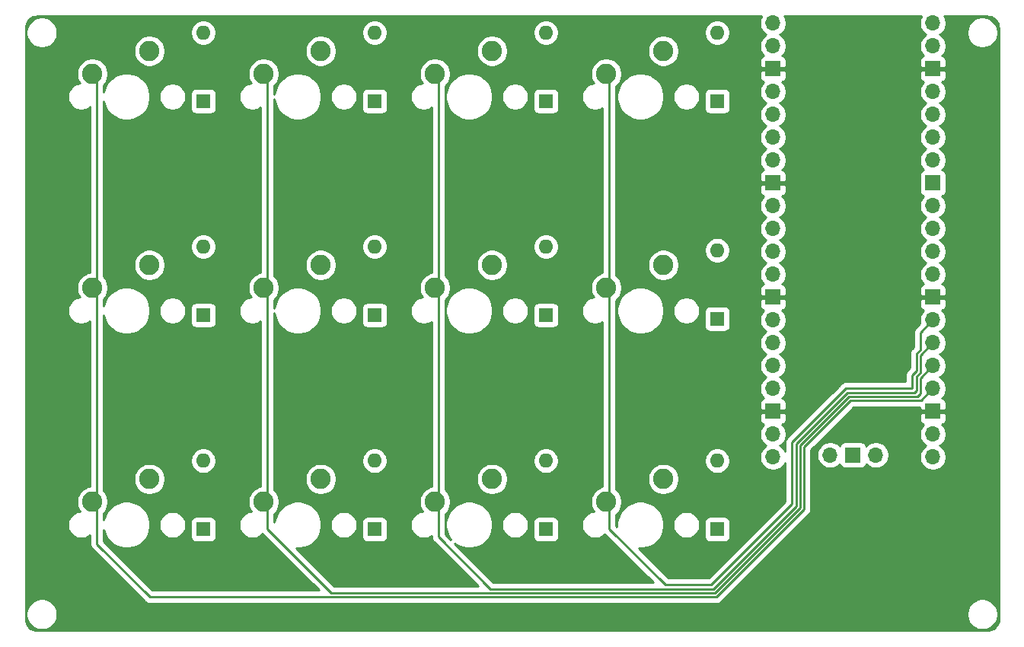
<source format=gbr>
G04 #@! TF.GenerationSoftware,KiCad,Pcbnew,(5.1.9)-1*
G04 #@! TF.CreationDate,2021-04-11T14:53:41+01:00*
G04 #@! TF.ProjectId,EnvMCRO,456e764d-4352-44f2-9e6b-696361645f70,rev?*
G04 #@! TF.SameCoordinates,Original*
G04 #@! TF.FileFunction,Copper,L2,Bot*
G04 #@! TF.FilePolarity,Positive*
%FSLAX46Y46*%
G04 Gerber Fmt 4.6, Leading zero omitted, Abs format (unit mm)*
G04 Created by KiCad (PCBNEW (5.1.9)-1) date 2021-04-11 14:53:41*
%MOMM*%
%LPD*%
G01*
G04 APERTURE LIST*
G04 #@! TA.AperFunction,ComponentPad*
%ADD10O,1.700000X1.700000*%
G04 #@! TD*
G04 #@! TA.AperFunction,ComponentPad*
%ADD11R,1.700000X1.700000*%
G04 #@! TD*
G04 #@! TA.AperFunction,ComponentPad*
%ADD12C,2.250000*%
G04 #@! TD*
G04 #@! TA.AperFunction,ComponentPad*
%ADD13O,1.600000X1.600000*%
G04 #@! TD*
G04 #@! TA.AperFunction,ComponentPad*
%ADD14R,1.600000X1.600000*%
G04 #@! TD*
G04 #@! TA.AperFunction,Conductor*
%ADD15C,0.250000*%
G04 #@! TD*
G04 #@! TA.AperFunction,Conductor*
%ADD16C,0.254000*%
G04 #@! TD*
G04 #@! TA.AperFunction,Conductor*
%ADD17C,0.100000*%
G04 #@! TD*
G04 APERTURE END LIST*
D10*
X147210000Y-40270000D03*
X147210000Y-42810000D03*
D11*
X147210000Y-45350000D03*
D10*
X147210000Y-47890000D03*
X147210000Y-50430000D03*
X147210000Y-52970000D03*
X147210000Y-55510000D03*
D11*
X147210000Y-58050000D03*
D10*
X147210000Y-60590000D03*
X147210000Y-63130000D03*
X147210000Y-65670000D03*
X147210000Y-68210000D03*
D11*
X147210000Y-70750000D03*
D10*
X147210000Y-73290000D03*
X147210000Y-75830000D03*
X147210000Y-78370000D03*
X147210000Y-80910000D03*
D11*
X147210000Y-83450000D03*
D10*
X147210000Y-85990000D03*
X147210000Y-88530000D03*
X164990000Y-88530000D03*
X164990000Y-85990000D03*
D11*
X164990000Y-83450000D03*
D10*
X164990000Y-80910000D03*
X164990000Y-78370000D03*
X164990000Y-75830000D03*
X164990000Y-73290000D03*
D11*
X164990000Y-70750000D03*
D10*
X164990000Y-68210000D03*
X164990000Y-65670000D03*
X164990000Y-63130000D03*
X164990000Y-60590000D03*
D11*
X164990000Y-58050000D03*
D10*
X164990000Y-55510000D03*
X164990000Y-52970000D03*
X164990000Y-50430000D03*
X164990000Y-47890000D03*
D11*
X164990000Y-45350000D03*
D10*
X164990000Y-42810000D03*
X164990000Y-40270000D03*
X153560000Y-88300000D03*
D11*
X156100000Y-88300000D03*
D10*
X158640000Y-88300000D03*
D12*
X115975000Y-43355000D03*
X109625000Y-45895000D03*
X77875000Y-43355000D03*
X71525000Y-45895000D03*
D13*
X141010000Y-88940000D03*
D14*
X141010000Y-96560000D03*
D13*
X121960000Y-88940000D03*
D14*
X121960000Y-96560000D03*
D13*
X102910000Y-88940000D03*
D14*
X102910000Y-96560000D03*
D13*
X83860000Y-88940000D03*
D14*
X83860000Y-96560000D03*
D13*
X141010000Y-65527500D03*
D14*
X141010000Y-73147500D03*
D13*
X121960000Y-65127500D03*
D14*
X121960000Y-72747500D03*
D13*
X102910000Y-65127500D03*
D14*
X102910000Y-72747500D03*
D13*
X83860000Y-65127500D03*
D14*
X83860000Y-72747500D03*
D13*
X141010000Y-41315000D03*
D14*
X141010000Y-48935000D03*
D13*
X121960000Y-41315000D03*
D14*
X121960000Y-48935000D03*
D13*
X102910000Y-41315000D03*
D14*
X102910000Y-48935000D03*
D13*
X83860000Y-41315000D03*
D14*
X83860000Y-48935000D03*
D12*
X135025000Y-90980000D03*
X128675000Y-93520000D03*
X115975000Y-90980000D03*
X109625000Y-93520000D03*
X96925000Y-90980000D03*
X90575000Y-93520000D03*
X77875000Y-90980000D03*
X71525000Y-93520000D03*
X135025000Y-67167500D03*
X128675000Y-69707500D03*
X115975000Y-67167500D03*
X109625000Y-69707500D03*
X96925000Y-67167500D03*
X90575000Y-69707500D03*
X77875000Y-67167500D03*
X71525000Y-69707500D03*
X135025000Y-43355000D03*
X128675000Y-45895000D03*
X96925000Y-43355000D03*
X90575000Y-45895000D03*
D15*
X163660000Y-82240000D02*
X164990000Y-80910000D01*
X155860000Y-82240000D02*
X163660000Y-82240000D01*
X150670030Y-87429970D02*
X155860000Y-82240000D01*
X150670030Y-94339200D02*
X150670030Y-87429970D01*
X140909230Y-104100000D02*
X150670030Y-94339200D01*
X77900000Y-104100000D02*
X140909230Y-104100000D01*
X72000000Y-98200000D02*
X77900000Y-104100000D01*
X72000000Y-93995000D02*
X72000000Y-98200000D01*
X71525000Y-93520000D02*
X72000000Y-93995000D01*
X72000000Y-46375000D02*
X71525000Y-45900000D01*
X71525000Y-93520000D02*
X72000000Y-93045000D01*
X71792500Y-69707500D02*
X72000000Y-69500000D01*
X72000000Y-69500000D02*
X72000000Y-46375000D01*
X71525000Y-69707500D02*
X71792500Y-69707500D01*
X72000000Y-93045000D02*
X72000000Y-69500000D01*
X163610000Y-81450000D02*
X163610000Y-79750000D01*
X163270010Y-81789990D02*
X163610000Y-81450000D01*
X155603590Y-81860000D02*
X155673600Y-81789990D01*
X150220020Y-87239980D02*
X155600000Y-81860000D01*
X150220020Y-94152800D02*
X150220020Y-87239980D01*
X140722831Y-103649989D02*
X150220020Y-94152800D01*
X98096502Y-103649989D02*
X140722831Y-103649989D01*
X155673600Y-81789990D02*
X163270010Y-81789990D01*
X91000000Y-96553487D02*
X98096502Y-103649989D01*
X91000000Y-93945000D02*
X91000000Y-96553487D01*
X163610000Y-79750000D02*
X164990000Y-78370000D01*
X155600000Y-81860000D02*
X155603590Y-81860000D01*
X90575000Y-93520000D02*
X91000000Y-93945000D01*
X91000000Y-93075000D02*
X90575000Y-93500000D01*
X90575000Y-45895000D02*
X91000000Y-46320000D01*
X90792500Y-69707500D02*
X91000000Y-69500000D01*
X90575000Y-69707500D02*
X90792500Y-69707500D01*
X91000000Y-69500000D02*
X91000000Y-93075000D01*
X91000000Y-46320000D02*
X91000000Y-69500000D01*
X164990000Y-75390000D02*
X164990000Y-75830000D01*
X163610000Y-77210000D02*
X164990000Y-75830000D01*
X109625000Y-93520000D02*
X110000000Y-93895000D01*
X163159991Y-81120009D02*
X163159991Y-79563599D01*
X110000000Y-93895000D02*
X110000000Y-97400000D01*
X110000000Y-97400000D02*
X115799980Y-103199980D01*
X140536430Y-103199980D02*
X149770010Y-93966400D01*
X115799980Y-103199980D02*
X140536430Y-103199980D01*
X163610000Y-79113590D02*
X163610000Y-77210000D01*
X149770010Y-93966400D02*
X149770010Y-87049990D01*
X155360000Y-81460000D02*
X155367180Y-81460000D01*
X149770010Y-87049990D02*
X155360000Y-81460000D01*
X163159991Y-79563599D02*
X163610000Y-79113590D01*
X155367180Y-81460000D02*
X155487200Y-81339980D01*
X155487200Y-81339980D02*
X162940020Y-81339980D01*
X162940020Y-81339980D02*
X163159991Y-81120009D01*
X110000000Y-46275000D02*
X109625000Y-45900000D01*
X109625000Y-93520000D02*
X110000000Y-93145000D01*
X109792500Y-69707500D02*
X110000000Y-69500000D01*
X109625000Y-69707500D02*
X109792500Y-69707500D01*
X110000000Y-69500000D02*
X110000000Y-46275000D01*
X110000000Y-93145000D02*
X110000000Y-69500000D01*
X163610000Y-74670000D02*
X164990000Y-73290000D01*
X163610000Y-76573590D02*
X163610000Y-74670000D01*
X163159991Y-77023599D02*
X163610000Y-76573590D01*
X163159990Y-78927190D02*
X163159991Y-77023599D01*
X128675000Y-93520000D02*
X129000000Y-93845000D01*
X149320000Y-86860000D02*
X155000000Y-81180000D01*
X129000000Y-93845000D02*
X129000000Y-96500000D01*
X155000000Y-81180000D02*
X155003590Y-81180000D01*
X129000000Y-96500000D02*
X135249970Y-102749970D01*
X162660030Y-80889970D02*
X162680000Y-80870000D01*
X135249970Y-102749970D02*
X140350030Y-102749970D01*
X140350030Y-102749970D02*
X149320000Y-93780000D01*
X149320000Y-93780000D02*
X149320000Y-86860000D01*
X155293620Y-80889970D02*
X162660030Y-80889970D01*
X162680000Y-80870000D02*
X162680000Y-79407180D01*
X155003590Y-81180000D02*
X155293620Y-80889970D01*
X162680000Y-79407180D02*
X163159990Y-78927190D01*
X129000000Y-93275000D02*
X128675000Y-93600000D01*
X128675000Y-45895000D02*
X129000000Y-46220000D01*
X128868500Y-69707500D02*
X129000000Y-69576000D01*
X128675000Y-69707500D02*
X128868500Y-69707500D01*
X129000000Y-69576000D02*
X129000000Y-93275000D01*
X129000000Y-46220000D02*
X129000000Y-69576000D01*
D16*
X145894010Y-39566589D02*
X145782068Y-39836842D01*
X145725000Y-40123740D01*
X145725000Y-40416260D01*
X145782068Y-40703158D01*
X145894010Y-40973411D01*
X146056525Y-41216632D01*
X146263368Y-41423475D01*
X146437760Y-41540000D01*
X146263368Y-41656525D01*
X146056525Y-41863368D01*
X145894010Y-42106589D01*
X145782068Y-42376842D01*
X145725000Y-42663740D01*
X145725000Y-42956260D01*
X145782068Y-43243158D01*
X145894010Y-43513411D01*
X146056525Y-43756632D01*
X146188380Y-43888487D01*
X146115820Y-43910498D01*
X146005506Y-43969463D01*
X145908815Y-44048815D01*
X145829463Y-44145506D01*
X145770498Y-44255820D01*
X145734188Y-44375518D01*
X145721928Y-44500000D01*
X145725000Y-45064250D01*
X145883750Y-45223000D01*
X147083000Y-45223000D01*
X147083000Y-45203000D01*
X147337000Y-45203000D01*
X147337000Y-45223000D01*
X148536250Y-45223000D01*
X148695000Y-45064250D01*
X148698072Y-44500000D01*
X148685812Y-44375518D01*
X148649502Y-44255820D01*
X148590537Y-44145506D01*
X148511185Y-44048815D01*
X148414494Y-43969463D01*
X148304180Y-43910498D01*
X148231620Y-43888487D01*
X148363475Y-43756632D01*
X148525990Y-43513411D01*
X148637932Y-43243158D01*
X148695000Y-42956260D01*
X148695000Y-42663740D01*
X148637932Y-42376842D01*
X148525990Y-42106589D01*
X148363475Y-41863368D01*
X148156632Y-41656525D01*
X147982240Y-41540000D01*
X148156632Y-41423475D01*
X148363475Y-41216632D01*
X148525990Y-40973411D01*
X148637932Y-40703158D01*
X148695000Y-40416260D01*
X148695000Y-40123740D01*
X148637932Y-39836842D01*
X148525990Y-39566589D01*
X148471474Y-39485000D01*
X163728526Y-39485000D01*
X163674010Y-39566589D01*
X163562068Y-39836842D01*
X163505000Y-40123740D01*
X163505000Y-40416260D01*
X163562068Y-40703158D01*
X163674010Y-40973411D01*
X163836525Y-41216632D01*
X164043368Y-41423475D01*
X164217760Y-41540000D01*
X164043368Y-41656525D01*
X163836525Y-41863368D01*
X163674010Y-42106589D01*
X163562068Y-42376842D01*
X163505000Y-42663740D01*
X163505000Y-42956260D01*
X163562068Y-43243158D01*
X163674010Y-43513411D01*
X163836525Y-43756632D01*
X163968380Y-43888487D01*
X163895820Y-43910498D01*
X163785506Y-43969463D01*
X163688815Y-44048815D01*
X163609463Y-44145506D01*
X163550498Y-44255820D01*
X163514188Y-44375518D01*
X163501928Y-44500000D01*
X163505000Y-45064250D01*
X163663750Y-45223000D01*
X164863000Y-45223000D01*
X164863000Y-45203000D01*
X165117000Y-45203000D01*
X165117000Y-45223000D01*
X166316250Y-45223000D01*
X166475000Y-45064250D01*
X166478072Y-44500000D01*
X166465812Y-44375518D01*
X166429502Y-44255820D01*
X166370537Y-44145506D01*
X166291185Y-44048815D01*
X166194494Y-43969463D01*
X166084180Y-43910498D01*
X166011620Y-43888487D01*
X166143475Y-43756632D01*
X166305990Y-43513411D01*
X166417932Y-43243158D01*
X166475000Y-42956260D01*
X166475000Y-42663740D01*
X166417932Y-42376842D01*
X166305990Y-42106589D01*
X166143475Y-41863368D01*
X165936632Y-41656525D01*
X165762240Y-41540000D01*
X165936632Y-41423475D01*
X166143475Y-41216632D01*
X166201950Y-41129117D01*
X168765000Y-41129117D01*
X168765000Y-41470883D01*
X168831675Y-41806081D01*
X168962463Y-42121831D01*
X169152337Y-42405998D01*
X169394002Y-42647663D01*
X169678169Y-42837537D01*
X169993919Y-42968325D01*
X170329117Y-43035000D01*
X170670883Y-43035000D01*
X171006081Y-42968325D01*
X171321831Y-42837537D01*
X171605998Y-42647663D01*
X171847663Y-42405998D01*
X172037537Y-42121831D01*
X172168325Y-41806081D01*
X172235000Y-41470883D01*
X172235000Y-41129117D01*
X172168325Y-40793919D01*
X172037537Y-40478169D01*
X171847663Y-40194002D01*
X171605998Y-39952337D01*
X171321831Y-39762463D01*
X171006081Y-39631675D01*
X170670883Y-39565000D01*
X170329117Y-39565000D01*
X169993919Y-39631675D01*
X169678169Y-39762463D01*
X169394002Y-39952337D01*
X169152337Y-40194002D01*
X168962463Y-40478169D01*
X168831675Y-40793919D01*
X168765000Y-41129117D01*
X166201950Y-41129117D01*
X166305990Y-40973411D01*
X166417932Y-40703158D01*
X166475000Y-40416260D01*
X166475000Y-40123740D01*
X166417932Y-39836842D01*
X166305990Y-39566589D01*
X166251474Y-39485000D01*
X170966495Y-39485000D01*
X171254782Y-39513267D01*
X171499855Y-39587259D01*
X171725890Y-39707443D01*
X171924281Y-39869248D01*
X172087460Y-40066497D01*
X172209220Y-40291687D01*
X172284924Y-40536247D01*
X172315001Y-40822408D01*
X172315000Y-106466495D01*
X172286733Y-106754782D01*
X172212741Y-106999855D01*
X172092554Y-107225893D01*
X171930754Y-107424279D01*
X171733503Y-107587460D01*
X171508310Y-107709221D01*
X171263753Y-107784924D01*
X170977602Y-107815000D01*
X65433505Y-107815000D01*
X65145218Y-107786733D01*
X64900145Y-107712741D01*
X64674107Y-107592554D01*
X64475721Y-107430754D01*
X64312540Y-107233503D01*
X64190779Y-107008310D01*
X64115076Y-106763753D01*
X64085000Y-106477602D01*
X64085000Y-105829117D01*
X64165000Y-105829117D01*
X64165000Y-106170883D01*
X64231675Y-106506081D01*
X64362463Y-106821831D01*
X64552337Y-107105998D01*
X64794002Y-107347663D01*
X65078169Y-107537537D01*
X65393919Y-107668325D01*
X65729117Y-107735000D01*
X66070883Y-107735000D01*
X66406081Y-107668325D01*
X66721831Y-107537537D01*
X67005998Y-107347663D01*
X67247663Y-107105998D01*
X67437537Y-106821831D01*
X67568325Y-106506081D01*
X67635000Y-106170883D01*
X67635000Y-105829117D01*
X168765000Y-105829117D01*
X168765000Y-106170883D01*
X168831675Y-106506081D01*
X168962463Y-106821831D01*
X169152337Y-107105998D01*
X169394002Y-107347663D01*
X169678169Y-107537537D01*
X169993919Y-107668325D01*
X170329117Y-107735000D01*
X170670883Y-107735000D01*
X171006081Y-107668325D01*
X171321831Y-107537537D01*
X171605998Y-107347663D01*
X171847663Y-107105998D01*
X172037537Y-106821831D01*
X172168325Y-106506081D01*
X172235000Y-106170883D01*
X172235000Y-105829117D01*
X172168325Y-105493919D01*
X172037537Y-105178169D01*
X171847663Y-104894002D01*
X171605998Y-104652337D01*
X171321831Y-104462463D01*
X171006081Y-104331675D01*
X170670883Y-104265000D01*
X170329117Y-104265000D01*
X169993919Y-104331675D01*
X169678169Y-104462463D01*
X169394002Y-104652337D01*
X169152337Y-104894002D01*
X168962463Y-105178169D01*
X168831675Y-105493919D01*
X168765000Y-105829117D01*
X67635000Y-105829117D01*
X67568325Y-105493919D01*
X67437537Y-105178169D01*
X67247663Y-104894002D01*
X67005998Y-104652337D01*
X66721831Y-104462463D01*
X66406081Y-104331675D01*
X66070883Y-104265000D01*
X65729117Y-104265000D01*
X65393919Y-104331675D01*
X65078169Y-104462463D01*
X64794002Y-104652337D01*
X64552337Y-104894002D01*
X64362463Y-105178169D01*
X64231675Y-105493919D01*
X64165000Y-105829117D01*
X64085000Y-105829117D01*
X64085000Y-48286278D01*
X68745000Y-48286278D01*
X68745000Y-48583722D01*
X68803029Y-48875451D01*
X68916856Y-49150253D01*
X69082107Y-49397569D01*
X69292431Y-49607893D01*
X69539747Y-49773144D01*
X69814549Y-49886971D01*
X70106278Y-49945000D01*
X70403722Y-49945000D01*
X70695451Y-49886971D01*
X70970253Y-49773144D01*
X71217569Y-49607893D01*
X71240001Y-49585461D01*
X71240000Y-67969710D01*
X71011627Y-68015136D01*
X70691327Y-68147808D01*
X70403065Y-68340419D01*
X70157919Y-68585565D01*
X69965308Y-68873827D01*
X69832636Y-69194127D01*
X69765000Y-69534155D01*
X69765000Y-69880845D01*
X69832636Y-70220873D01*
X69965308Y-70541173D01*
X70097638Y-70739219D01*
X69814549Y-70795529D01*
X69539747Y-70909356D01*
X69292431Y-71074607D01*
X69082107Y-71284931D01*
X68916856Y-71532247D01*
X68803029Y-71807049D01*
X68745000Y-72098778D01*
X68745000Y-72396222D01*
X68803029Y-72687951D01*
X68916856Y-72962753D01*
X69082107Y-73210069D01*
X69292431Y-73420393D01*
X69539747Y-73585644D01*
X69814549Y-73699471D01*
X70106278Y-73757500D01*
X70403722Y-73757500D01*
X70695451Y-73699471D01*
X70970253Y-73585644D01*
X71217569Y-73420393D01*
X71240001Y-73397961D01*
X71240000Y-91782210D01*
X71011627Y-91827636D01*
X70691327Y-91960308D01*
X70403065Y-92152919D01*
X70157919Y-92398065D01*
X69965308Y-92686327D01*
X69832636Y-93006627D01*
X69765000Y-93346655D01*
X69765000Y-93693345D01*
X69832636Y-94033373D01*
X69965308Y-94353673D01*
X70097638Y-94551719D01*
X69814549Y-94608029D01*
X69539747Y-94721856D01*
X69292431Y-94887107D01*
X69082107Y-95097431D01*
X68916856Y-95344747D01*
X68803029Y-95619549D01*
X68745000Y-95911278D01*
X68745000Y-96208722D01*
X68803029Y-96500451D01*
X68916856Y-96775253D01*
X69082107Y-97022569D01*
X69292431Y-97232893D01*
X69539747Y-97398144D01*
X69814549Y-97511971D01*
X70106278Y-97570000D01*
X70403722Y-97570000D01*
X70695451Y-97511971D01*
X70970253Y-97398144D01*
X71217569Y-97232893D01*
X71240001Y-97210461D01*
X71240001Y-98162668D01*
X71236324Y-98200000D01*
X71250998Y-98348985D01*
X71294454Y-98492246D01*
X71365026Y-98624276D01*
X71436201Y-98711002D01*
X71460000Y-98740001D01*
X71488998Y-98763799D01*
X77336201Y-104611003D01*
X77359999Y-104640001D01*
X77388997Y-104663799D01*
X77475723Y-104734974D01*
X77607753Y-104805546D01*
X77751014Y-104849003D01*
X77862667Y-104860000D01*
X77862677Y-104860000D01*
X77899999Y-104863676D01*
X77937322Y-104860000D01*
X140871908Y-104860000D01*
X140909230Y-104863676D01*
X140946552Y-104860000D01*
X140946563Y-104860000D01*
X141058216Y-104849003D01*
X141201477Y-104805546D01*
X141333506Y-104734974D01*
X141449231Y-104640001D01*
X141473034Y-104610997D01*
X151181034Y-94902998D01*
X151210031Y-94879201D01*
X151305004Y-94763476D01*
X151375576Y-94631447D01*
X151419033Y-94488186D01*
X151430030Y-94376533D01*
X151430030Y-94376525D01*
X151433706Y-94339200D01*
X151430030Y-94301875D01*
X151430030Y-88153740D01*
X152075000Y-88153740D01*
X152075000Y-88446260D01*
X152132068Y-88733158D01*
X152244010Y-89003411D01*
X152406525Y-89246632D01*
X152613368Y-89453475D01*
X152856589Y-89615990D01*
X153126842Y-89727932D01*
X153413740Y-89785000D01*
X153706260Y-89785000D01*
X153993158Y-89727932D01*
X154263411Y-89615990D01*
X154506632Y-89453475D01*
X154638487Y-89321620D01*
X154660498Y-89394180D01*
X154719463Y-89504494D01*
X154798815Y-89601185D01*
X154895506Y-89680537D01*
X155005820Y-89739502D01*
X155125518Y-89775812D01*
X155250000Y-89788072D01*
X156950000Y-89788072D01*
X157074482Y-89775812D01*
X157194180Y-89739502D01*
X157304494Y-89680537D01*
X157401185Y-89601185D01*
X157480537Y-89504494D01*
X157539502Y-89394180D01*
X157561513Y-89321620D01*
X157693368Y-89453475D01*
X157936589Y-89615990D01*
X158206842Y-89727932D01*
X158493740Y-89785000D01*
X158786260Y-89785000D01*
X159073158Y-89727932D01*
X159343411Y-89615990D01*
X159586632Y-89453475D01*
X159793475Y-89246632D01*
X159955990Y-89003411D01*
X160067932Y-88733158D01*
X160125000Y-88446260D01*
X160125000Y-88153740D01*
X160067932Y-87866842D01*
X159955990Y-87596589D01*
X159793475Y-87353368D01*
X159586632Y-87146525D01*
X159343411Y-86984010D01*
X159073158Y-86872068D01*
X158786260Y-86815000D01*
X158493740Y-86815000D01*
X158206842Y-86872068D01*
X157936589Y-86984010D01*
X157693368Y-87146525D01*
X157561513Y-87278380D01*
X157539502Y-87205820D01*
X157480537Y-87095506D01*
X157401185Y-86998815D01*
X157304494Y-86919463D01*
X157194180Y-86860498D01*
X157074482Y-86824188D01*
X156950000Y-86811928D01*
X155250000Y-86811928D01*
X155125518Y-86824188D01*
X155005820Y-86860498D01*
X154895506Y-86919463D01*
X154798815Y-86998815D01*
X154719463Y-87095506D01*
X154660498Y-87205820D01*
X154638487Y-87278380D01*
X154506632Y-87146525D01*
X154263411Y-86984010D01*
X153993158Y-86872068D01*
X153706260Y-86815000D01*
X153413740Y-86815000D01*
X153126842Y-86872068D01*
X152856589Y-86984010D01*
X152613368Y-87146525D01*
X152406525Y-87353368D01*
X152244010Y-87596589D01*
X152132068Y-87866842D01*
X152075000Y-88153740D01*
X151430030Y-88153740D01*
X151430030Y-87744771D01*
X154874801Y-84300000D01*
X163501928Y-84300000D01*
X163514188Y-84424482D01*
X163550498Y-84544180D01*
X163609463Y-84654494D01*
X163688815Y-84751185D01*
X163785506Y-84830537D01*
X163895820Y-84889502D01*
X163968380Y-84911513D01*
X163836525Y-85043368D01*
X163674010Y-85286589D01*
X163562068Y-85556842D01*
X163505000Y-85843740D01*
X163505000Y-86136260D01*
X163562068Y-86423158D01*
X163674010Y-86693411D01*
X163836525Y-86936632D01*
X164043368Y-87143475D01*
X164217760Y-87260000D01*
X164043368Y-87376525D01*
X163836525Y-87583368D01*
X163674010Y-87826589D01*
X163562068Y-88096842D01*
X163505000Y-88383740D01*
X163505000Y-88676260D01*
X163562068Y-88963158D01*
X163674010Y-89233411D01*
X163836525Y-89476632D01*
X164043368Y-89683475D01*
X164286589Y-89845990D01*
X164556842Y-89957932D01*
X164843740Y-90015000D01*
X165136260Y-90015000D01*
X165423158Y-89957932D01*
X165693411Y-89845990D01*
X165936632Y-89683475D01*
X166143475Y-89476632D01*
X166305990Y-89233411D01*
X166417932Y-88963158D01*
X166475000Y-88676260D01*
X166475000Y-88383740D01*
X166417932Y-88096842D01*
X166305990Y-87826589D01*
X166143475Y-87583368D01*
X165936632Y-87376525D01*
X165762240Y-87260000D01*
X165936632Y-87143475D01*
X166143475Y-86936632D01*
X166305990Y-86693411D01*
X166417932Y-86423158D01*
X166475000Y-86136260D01*
X166475000Y-85843740D01*
X166417932Y-85556842D01*
X166305990Y-85286589D01*
X166143475Y-85043368D01*
X166011620Y-84911513D01*
X166084180Y-84889502D01*
X166194494Y-84830537D01*
X166291185Y-84751185D01*
X166370537Y-84654494D01*
X166429502Y-84544180D01*
X166465812Y-84424482D01*
X166478072Y-84300000D01*
X166475000Y-83735750D01*
X166316250Y-83577000D01*
X165117000Y-83577000D01*
X165117000Y-83597000D01*
X164863000Y-83597000D01*
X164863000Y-83577000D01*
X163663750Y-83577000D01*
X163505000Y-83735750D01*
X163501928Y-84300000D01*
X154874801Y-84300000D01*
X156174802Y-83000000D01*
X163504106Y-83000000D01*
X163505000Y-83164250D01*
X163663750Y-83323000D01*
X164863000Y-83323000D01*
X164863000Y-83303000D01*
X165117000Y-83303000D01*
X165117000Y-83323000D01*
X166316250Y-83323000D01*
X166475000Y-83164250D01*
X166478072Y-82600000D01*
X166465812Y-82475518D01*
X166429502Y-82355820D01*
X166370537Y-82245506D01*
X166291185Y-82148815D01*
X166194494Y-82069463D01*
X166084180Y-82010498D01*
X166011620Y-81988487D01*
X166143475Y-81856632D01*
X166305990Y-81613411D01*
X166417932Y-81343158D01*
X166475000Y-81056260D01*
X166475000Y-80763740D01*
X166417932Y-80476842D01*
X166305990Y-80206589D01*
X166143475Y-79963368D01*
X165936632Y-79756525D01*
X165762240Y-79640000D01*
X165936632Y-79523475D01*
X166143475Y-79316632D01*
X166305990Y-79073411D01*
X166417932Y-78803158D01*
X166475000Y-78516260D01*
X166475000Y-78223740D01*
X166417932Y-77936842D01*
X166305990Y-77666589D01*
X166143475Y-77423368D01*
X165936632Y-77216525D01*
X165762240Y-77100000D01*
X165936632Y-76983475D01*
X166143475Y-76776632D01*
X166305990Y-76533411D01*
X166417932Y-76263158D01*
X166475000Y-75976260D01*
X166475000Y-75683740D01*
X166417932Y-75396842D01*
X166305990Y-75126589D01*
X166143475Y-74883368D01*
X165936632Y-74676525D01*
X165762240Y-74560000D01*
X165936632Y-74443475D01*
X166143475Y-74236632D01*
X166305990Y-73993411D01*
X166417932Y-73723158D01*
X166475000Y-73436260D01*
X166475000Y-73143740D01*
X166417932Y-72856842D01*
X166305990Y-72586589D01*
X166143475Y-72343368D01*
X166011620Y-72211513D01*
X166084180Y-72189502D01*
X166194494Y-72130537D01*
X166291185Y-72051185D01*
X166370537Y-71954494D01*
X166429502Y-71844180D01*
X166465812Y-71724482D01*
X166478072Y-71600000D01*
X166475000Y-71035750D01*
X166316250Y-70877000D01*
X165117000Y-70877000D01*
X165117000Y-70897000D01*
X164863000Y-70897000D01*
X164863000Y-70877000D01*
X163663750Y-70877000D01*
X163505000Y-71035750D01*
X163501928Y-71600000D01*
X163514188Y-71724482D01*
X163550498Y-71844180D01*
X163609463Y-71954494D01*
X163688815Y-72051185D01*
X163785506Y-72130537D01*
X163895820Y-72189502D01*
X163968380Y-72211513D01*
X163836525Y-72343368D01*
X163674010Y-72586589D01*
X163562068Y-72856842D01*
X163505000Y-73143740D01*
X163505000Y-73436260D01*
X163548791Y-73656408D01*
X163098998Y-74106201D01*
X163070000Y-74129999D01*
X163046202Y-74158997D01*
X163046201Y-74158998D01*
X162975026Y-74245724D01*
X162904454Y-74377754D01*
X162898105Y-74398685D01*
X162860998Y-74521014D01*
X162850626Y-74626323D01*
X162846324Y-74670000D01*
X162850001Y-74707332D01*
X162850000Y-76258789D01*
X162648989Y-76459800D01*
X162619991Y-76483598D01*
X162596193Y-76512596D01*
X162596192Y-76512597D01*
X162525017Y-76599323D01*
X162454445Y-76731353D01*
X162424171Y-76831157D01*
X162413652Y-76865836D01*
X162410989Y-76874614D01*
X162396315Y-77023599D01*
X162399992Y-77060931D01*
X162399990Y-78612389D01*
X162168998Y-78843381D01*
X162140000Y-78867179D01*
X162116202Y-78896177D01*
X162116201Y-78896178D01*
X162045026Y-78982904D01*
X161974454Y-79114934D01*
X161945618Y-79209999D01*
X161930998Y-79258194D01*
X161921811Y-79351466D01*
X161916324Y-79407180D01*
X161920001Y-79444512D01*
X161920001Y-80129970D01*
X155330942Y-80129970D01*
X155293619Y-80126294D01*
X155256296Y-80129970D01*
X155256287Y-80129970D01*
X155144634Y-80140967D01*
X155001373Y-80184424D01*
X154869344Y-80254996D01*
X154753619Y-80349969D01*
X154729816Y-80378973D01*
X154509023Y-80599766D01*
X154459999Y-80639999D01*
X154436201Y-80668997D01*
X148808998Y-86296201D01*
X148780000Y-86319999D01*
X148756202Y-86348997D01*
X148756201Y-86348998D01*
X148685026Y-86435724D01*
X148614454Y-86567754D01*
X148596873Y-86625714D01*
X148570998Y-86711014D01*
X148562726Y-86794996D01*
X148556324Y-86860000D01*
X148560001Y-86897332D01*
X148560001Y-87908699D01*
X148525990Y-87826589D01*
X148363475Y-87583368D01*
X148156632Y-87376525D01*
X147982240Y-87260000D01*
X148156632Y-87143475D01*
X148363475Y-86936632D01*
X148525990Y-86693411D01*
X148637932Y-86423158D01*
X148695000Y-86136260D01*
X148695000Y-85843740D01*
X148637932Y-85556842D01*
X148525990Y-85286589D01*
X148363475Y-85043368D01*
X148231620Y-84911513D01*
X148304180Y-84889502D01*
X148414494Y-84830537D01*
X148511185Y-84751185D01*
X148590537Y-84654494D01*
X148649502Y-84544180D01*
X148685812Y-84424482D01*
X148698072Y-84300000D01*
X148695000Y-83735750D01*
X148536250Y-83577000D01*
X147337000Y-83577000D01*
X147337000Y-83597000D01*
X147083000Y-83597000D01*
X147083000Y-83577000D01*
X145883750Y-83577000D01*
X145725000Y-83735750D01*
X145721928Y-84300000D01*
X145734188Y-84424482D01*
X145770498Y-84544180D01*
X145829463Y-84654494D01*
X145908815Y-84751185D01*
X146005506Y-84830537D01*
X146115820Y-84889502D01*
X146188380Y-84911513D01*
X146056525Y-85043368D01*
X145894010Y-85286589D01*
X145782068Y-85556842D01*
X145725000Y-85843740D01*
X145725000Y-86136260D01*
X145782068Y-86423158D01*
X145894010Y-86693411D01*
X146056525Y-86936632D01*
X146263368Y-87143475D01*
X146437760Y-87260000D01*
X146263368Y-87376525D01*
X146056525Y-87583368D01*
X145894010Y-87826589D01*
X145782068Y-88096842D01*
X145725000Y-88383740D01*
X145725000Y-88676260D01*
X145782068Y-88963158D01*
X145894010Y-89233411D01*
X146056525Y-89476632D01*
X146263368Y-89683475D01*
X146506589Y-89845990D01*
X146776842Y-89957932D01*
X147063740Y-90015000D01*
X147356260Y-90015000D01*
X147643158Y-89957932D01*
X147913411Y-89845990D01*
X148156632Y-89683475D01*
X148363475Y-89476632D01*
X148525990Y-89233411D01*
X148560001Y-89151302D01*
X148560000Y-93465198D01*
X140035229Y-101989970D01*
X135564772Y-101989970D01*
X132263701Y-98688900D01*
X132743924Y-98688900D01*
X133251822Y-98587873D01*
X133730251Y-98389701D01*
X134160826Y-98102000D01*
X134527000Y-97735826D01*
X134814701Y-97305251D01*
X135012873Y-96826822D01*
X135113900Y-96318924D01*
X135113900Y-95911278D01*
X136055000Y-95911278D01*
X136055000Y-96208722D01*
X136113029Y-96500451D01*
X136226856Y-96775253D01*
X136392107Y-97022569D01*
X136602431Y-97232893D01*
X136849747Y-97398144D01*
X137124549Y-97511971D01*
X137416278Y-97570000D01*
X137713722Y-97570000D01*
X138005451Y-97511971D01*
X138280253Y-97398144D01*
X138527569Y-97232893D01*
X138737893Y-97022569D01*
X138903144Y-96775253D01*
X139016971Y-96500451D01*
X139075000Y-96208722D01*
X139075000Y-95911278D01*
X139044909Y-95760000D01*
X139571928Y-95760000D01*
X139571928Y-97360000D01*
X139584188Y-97484482D01*
X139620498Y-97604180D01*
X139679463Y-97714494D01*
X139758815Y-97811185D01*
X139855506Y-97890537D01*
X139965820Y-97949502D01*
X140085518Y-97985812D01*
X140210000Y-97998072D01*
X141810000Y-97998072D01*
X141934482Y-97985812D01*
X142054180Y-97949502D01*
X142164494Y-97890537D01*
X142261185Y-97811185D01*
X142340537Y-97714494D01*
X142399502Y-97604180D01*
X142435812Y-97484482D01*
X142448072Y-97360000D01*
X142448072Y-95760000D01*
X142435812Y-95635518D01*
X142399502Y-95515820D01*
X142340537Y-95405506D01*
X142261185Y-95308815D01*
X142164494Y-95229463D01*
X142054180Y-95170498D01*
X141934482Y-95134188D01*
X141810000Y-95121928D01*
X140210000Y-95121928D01*
X140085518Y-95134188D01*
X139965820Y-95170498D01*
X139855506Y-95229463D01*
X139758815Y-95308815D01*
X139679463Y-95405506D01*
X139620498Y-95515820D01*
X139584188Y-95635518D01*
X139571928Y-95760000D01*
X139044909Y-95760000D01*
X139016971Y-95619549D01*
X138903144Y-95344747D01*
X138737893Y-95097431D01*
X138527569Y-94887107D01*
X138280253Y-94721856D01*
X138005451Y-94608029D01*
X137713722Y-94550000D01*
X137416278Y-94550000D01*
X137124549Y-94608029D01*
X136849747Y-94721856D01*
X136602431Y-94887107D01*
X136392107Y-95097431D01*
X136226856Y-95344747D01*
X136113029Y-95619549D01*
X136055000Y-95911278D01*
X135113900Y-95911278D01*
X135113900Y-95801076D01*
X135012873Y-95293178D01*
X134814701Y-94814749D01*
X134527000Y-94384174D01*
X134160826Y-94018000D01*
X133730251Y-93730299D01*
X133251822Y-93532127D01*
X132743924Y-93431100D01*
X132226076Y-93431100D01*
X131718178Y-93532127D01*
X131239749Y-93730299D01*
X130809174Y-94018000D01*
X130443000Y-94384174D01*
X130155299Y-94814749D01*
X129957127Y-95293178D01*
X129856100Y-95801076D01*
X129856100Y-96281299D01*
X129760000Y-96185199D01*
X129760000Y-94911760D01*
X129796935Y-94887081D01*
X130042081Y-94641935D01*
X130234692Y-94353673D01*
X130367364Y-94033373D01*
X130435000Y-93693345D01*
X130435000Y-93346655D01*
X130367364Y-93006627D01*
X130234692Y-92686327D01*
X130042081Y-92398065D01*
X129796935Y-92152919D01*
X129760000Y-92128240D01*
X129760000Y-90806655D01*
X133265000Y-90806655D01*
X133265000Y-91153345D01*
X133332636Y-91493373D01*
X133465308Y-91813673D01*
X133657919Y-92101935D01*
X133903065Y-92347081D01*
X134191327Y-92539692D01*
X134511627Y-92672364D01*
X134851655Y-92740000D01*
X135198345Y-92740000D01*
X135538373Y-92672364D01*
X135858673Y-92539692D01*
X136146935Y-92347081D01*
X136392081Y-92101935D01*
X136584692Y-91813673D01*
X136717364Y-91493373D01*
X136785000Y-91153345D01*
X136785000Y-90806655D01*
X136717364Y-90466627D01*
X136584692Y-90146327D01*
X136392081Y-89858065D01*
X136146935Y-89612919D01*
X135858673Y-89420308D01*
X135538373Y-89287636D01*
X135198345Y-89220000D01*
X134851655Y-89220000D01*
X134511627Y-89287636D01*
X134191327Y-89420308D01*
X133903065Y-89612919D01*
X133657919Y-89858065D01*
X133465308Y-90146327D01*
X133332636Y-90466627D01*
X133265000Y-90806655D01*
X129760000Y-90806655D01*
X129760000Y-88798665D01*
X139575000Y-88798665D01*
X139575000Y-89081335D01*
X139630147Y-89358574D01*
X139738320Y-89619727D01*
X139895363Y-89854759D01*
X140095241Y-90054637D01*
X140330273Y-90211680D01*
X140591426Y-90319853D01*
X140868665Y-90375000D01*
X141151335Y-90375000D01*
X141428574Y-90319853D01*
X141689727Y-90211680D01*
X141924759Y-90054637D01*
X142124637Y-89854759D01*
X142281680Y-89619727D01*
X142389853Y-89358574D01*
X142445000Y-89081335D01*
X142445000Y-88798665D01*
X142389853Y-88521426D01*
X142281680Y-88260273D01*
X142124637Y-88025241D01*
X141924759Y-87825363D01*
X141689727Y-87668320D01*
X141428574Y-87560147D01*
X141151335Y-87505000D01*
X140868665Y-87505000D01*
X140591426Y-87560147D01*
X140330273Y-87668320D01*
X140095241Y-87825363D01*
X139895363Y-88025241D01*
X139738320Y-88260273D01*
X139630147Y-88521426D01*
X139575000Y-88798665D01*
X129760000Y-88798665D01*
X129760000Y-71988576D01*
X129856100Y-71988576D01*
X129856100Y-72506424D01*
X129957127Y-73014322D01*
X130155299Y-73492751D01*
X130443000Y-73923326D01*
X130809174Y-74289500D01*
X131239749Y-74577201D01*
X131718178Y-74775373D01*
X132226076Y-74876400D01*
X132743924Y-74876400D01*
X133251822Y-74775373D01*
X133730251Y-74577201D01*
X134160826Y-74289500D01*
X134527000Y-73923326D01*
X134814701Y-73492751D01*
X135012873Y-73014322D01*
X135113900Y-72506424D01*
X135113900Y-72098778D01*
X136055000Y-72098778D01*
X136055000Y-72396222D01*
X136113029Y-72687951D01*
X136226856Y-72962753D01*
X136392107Y-73210069D01*
X136602431Y-73420393D01*
X136849747Y-73585644D01*
X137124549Y-73699471D01*
X137416278Y-73757500D01*
X137713722Y-73757500D01*
X138005451Y-73699471D01*
X138280253Y-73585644D01*
X138527569Y-73420393D01*
X138737893Y-73210069D01*
X138903144Y-72962753D01*
X139016971Y-72687951D01*
X139075000Y-72396222D01*
X139075000Y-72347500D01*
X139571928Y-72347500D01*
X139571928Y-73947500D01*
X139584188Y-74071982D01*
X139620498Y-74191680D01*
X139679463Y-74301994D01*
X139758815Y-74398685D01*
X139855506Y-74478037D01*
X139965820Y-74537002D01*
X140085518Y-74573312D01*
X140210000Y-74585572D01*
X141810000Y-74585572D01*
X141934482Y-74573312D01*
X142054180Y-74537002D01*
X142164494Y-74478037D01*
X142261185Y-74398685D01*
X142340537Y-74301994D01*
X142399502Y-74191680D01*
X142435812Y-74071982D01*
X142448072Y-73947500D01*
X142448072Y-72347500D01*
X142435812Y-72223018D01*
X142399502Y-72103320D01*
X142340537Y-71993006D01*
X142261185Y-71896315D01*
X142164494Y-71816963D01*
X142054180Y-71757998D01*
X141934482Y-71721688D01*
X141810000Y-71709428D01*
X140210000Y-71709428D01*
X140085518Y-71721688D01*
X139965820Y-71757998D01*
X139855506Y-71816963D01*
X139758815Y-71896315D01*
X139679463Y-71993006D01*
X139620498Y-72103320D01*
X139584188Y-72223018D01*
X139571928Y-72347500D01*
X139075000Y-72347500D01*
X139075000Y-72098778D01*
X139016971Y-71807049D01*
X138931209Y-71600000D01*
X145721928Y-71600000D01*
X145734188Y-71724482D01*
X145770498Y-71844180D01*
X145829463Y-71954494D01*
X145908815Y-72051185D01*
X146005506Y-72130537D01*
X146115820Y-72189502D01*
X146188380Y-72211513D01*
X146056525Y-72343368D01*
X145894010Y-72586589D01*
X145782068Y-72856842D01*
X145725000Y-73143740D01*
X145725000Y-73436260D01*
X145782068Y-73723158D01*
X145894010Y-73993411D01*
X146056525Y-74236632D01*
X146263368Y-74443475D01*
X146437760Y-74560000D01*
X146263368Y-74676525D01*
X146056525Y-74883368D01*
X145894010Y-75126589D01*
X145782068Y-75396842D01*
X145725000Y-75683740D01*
X145725000Y-75976260D01*
X145782068Y-76263158D01*
X145894010Y-76533411D01*
X146056525Y-76776632D01*
X146263368Y-76983475D01*
X146437760Y-77100000D01*
X146263368Y-77216525D01*
X146056525Y-77423368D01*
X145894010Y-77666589D01*
X145782068Y-77936842D01*
X145725000Y-78223740D01*
X145725000Y-78516260D01*
X145782068Y-78803158D01*
X145894010Y-79073411D01*
X146056525Y-79316632D01*
X146263368Y-79523475D01*
X146437760Y-79640000D01*
X146263368Y-79756525D01*
X146056525Y-79963368D01*
X145894010Y-80206589D01*
X145782068Y-80476842D01*
X145725000Y-80763740D01*
X145725000Y-81056260D01*
X145782068Y-81343158D01*
X145894010Y-81613411D01*
X146056525Y-81856632D01*
X146188380Y-81988487D01*
X146115820Y-82010498D01*
X146005506Y-82069463D01*
X145908815Y-82148815D01*
X145829463Y-82245506D01*
X145770498Y-82355820D01*
X145734188Y-82475518D01*
X145721928Y-82600000D01*
X145725000Y-83164250D01*
X145883750Y-83323000D01*
X147083000Y-83323000D01*
X147083000Y-83303000D01*
X147337000Y-83303000D01*
X147337000Y-83323000D01*
X148536250Y-83323000D01*
X148695000Y-83164250D01*
X148698072Y-82600000D01*
X148685812Y-82475518D01*
X148649502Y-82355820D01*
X148590537Y-82245506D01*
X148511185Y-82148815D01*
X148414494Y-82069463D01*
X148304180Y-82010498D01*
X148231620Y-81988487D01*
X148363475Y-81856632D01*
X148525990Y-81613411D01*
X148637932Y-81343158D01*
X148695000Y-81056260D01*
X148695000Y-80763740D01*
X148637932Y-80476842D01*
X148525990Y-80206589D01*
X148363475Y-79963368D01*
X148156632Y-79756525D01*
X147982240Y-79640000D01*
X148156632Y-79523475D01*
X148363475Y-79316632D01*
X148525990Y-79073411D01*
X148637932Y-78803158D01*
X148695000Y-78516260D01*
X148695000Y-78223740D01*
X148637932Y-77936842D01*
X148525990Y-77666589D01*
X148363475Y-77423368D01*
X148156632Y-77216525D01*
X147982240Y-77100000D01*
X148156632Y-76983475D01*
X148363475Y-76776632D01*
X148525990Y-76533411D01*
X148637932Y-76263158D01*
X148695000Y-75976260D01*
X148695000Y-75683740D01*
X148637932Y-75396842D01*
X148525990Y-75126589D01*
X148363475Y-74883368D01*
X148156632Y-74676525D01*
X147982240Y-74560000D01*
X148156632Y-74443475D01*
X148363475Y-74236632D01*
X148525990Y-73993411D01*
X148637932Y-73723158D01*
X148695000Y-73436260D01*
X148695000Y-73143740D01*
X148637932Y-72856842D01*
X148525990Y-72586589D01*
X148363475Y-72343368D01*
X148231620Y-72211513D01*
X148304180Y-72189502D01*
X148414494Y-72130537D01*
X148511185Y-72051185D01*
X148590537Y-71954494D01*
X148649502Y-71844180D01*
X148685812Y-71724482D01*
X148698072Y-71600000D01*
X148695000Y-71035750D01*
X148536250Y-70877000D01*
X147337000Y-70877000D01*
X147337000Y-70897000D01*
X147083000Y-70897000D01*
X147083000Y-70877000D01*
X145883750Y-70877000D01*
X145725000Y-71035750D01*
X145721928Y-71600000D01*
X138931209Y-71600000D01*
X138903144Y-71532247D01*
X138737893Y-71284931D01*
X138527569Y-71074607D01*
X138280253Y-70909356D01*
X138005451Y-70795529D01*
X137713722Y-70737500D01*
X137416278Y-70737500D01*
X137124549Y-70795529D01*
X136849747Y-70909356D01*
X136602431Y-71074607D01*
X136392107Y-71284931D01*
X136226856Y-71532247D01*
X136113029Y-71807049D01*
X136055000Y-72098778D01*
X135113900Y-72098778D01*
X135113900Y-71988576D01*
X135012873Y-71480678D01*
X134814701Y-71002249D01*
X134527000Y-70571674D01*
X134160826Y-70205500D01*
X133730251Y-69917799D01*
X133251822Y-69719627D01*
X132743924Y-69618600D01*
X132226076Y-69618600D01*
X131718178Y-69719627D01*
X131239749Y-69917799D01*
X130809174Y-70205500D01*
X130443000Y-70571674D01*
X130155299Y-71002249D01*
X129957127Y-71480678D01*
X129856100Y-71988576D01*
X129760000Y-71988576D01*
X129760000Y-71099260D01*
X129796935Y-71074581D01*
X130042081Y-70829435D01*
X130234692Y-70541173D01*
X130367364Y-70220873D01*
X130435000Y-69880845D01*
X130435000Y-69534155D01*
X130367364Y-69194127D01*
X130234692Y-68873827D01*
X130042081Y-68585565D01*
X129796935Y-68340419D01*
X129760000Y-68315740D01*
X129760000Y-66994155D01*
X133265000Y-66994155D01*
X133265000Y-67340845D01*
X133332636Y-67680873D01*
X133465308Y-68001173D01*
X133657919Y-68289435D01*
X133903065Y-68534581D01*
X134191327Y-68727192D01*
X134511627Y-68859864D01*
X134851655Y-68927500D01*
X135198345Y-68927500D01*
X135538373Y-68859864D01*
X135858673Y-68727192D01*
X136146935Y-68534581D01*
X136392081Y-68289435D01*
X136584692Y-68001173D01*
X136717364Y-67680873D01*
X136785000Y-67340845D01*
X136785000Y-66994155D01*
X136717364Y-66654127D01*
X136584692Y-66333827D01*
X136392081Y-66045565D01*
X136146935Y-65800419D01*
X135858673Y-65607808D01*
X135538373Y-65475136D01*
X135198345Y-65407500D01*
X134851655Y-65407500D01*
X134511627Y-65475136D01*
X134191327Y-65607808D01*
X133903065Y-65800419D01*
X133657919Y-66045565D01*
X133465308Y-66333827D01*
X133332636Y-66654127D01*
X133265000Y-66994155D01*
X129760000Y-66994155D01*
X129760000Y-65386165D01*
X139575000Y-65386165D01*
X139575000Y-65668835D01*
X139630147Y-65946074D01*
X139738320Y-66207227D01*
X139895363Y-66442259D01*
X140095241Y-66642137D01*
X140330273Y-66799180D01*
X140591426Y-66907353D01*
X140868665Y-66962500D01*
X141151335Y-66962500D01*
X141428574Y-66907353D01*
X141689727Y-66799180D01*
X141924759Y-66642137D01*
X142124637Y-66442259D01*
X142281680Y-66207227D01*
X142389853Y-65946074D01*
X142445000Y-65668835D01*
X142445000Y-65386165D01*
X142389853Y-65108926D01*
X142281680Y-64847773D01*
X142124637Y-64612741D01*
X141924759Y-64412863D01*
X141689727Y-64255820D01*
X141428574Y-64147647D01*
X141151335Y-64092500D01*
X140868665Y-64092500D01*
X140591426Y-64147647D01*
X140330273Y-64255820D01*
X140095241Y-64412863D01*
X139895363Y-64612741D01*
X139738320Y-64847773D01*
X139630147Y-65108926D01*
X139575000Y-65386165D01*
X129760000Y-65386165D01*
X129760000Y-58900000D01*
X145721928Y-58900000D01*
X145734188Y-59024482D01*
X145770498Y-59144180D01*
X145829463Y-59254494D01*
X145908815Y-59351185D01*
X146005506Y-59430537D01*
X146115820Y-59489502D01*
X146188380Y-59511513D01*
X146056525Y-59643368D01*
X145894010Y-59886589D01*
X145782068Y-60156842D01*
X145725000Y-60443740D01*
X145725000Y-60736260D01*
X145782068Y-61023158D01*
X145894010Y-61293411D01*
X146056525Y-61536632D01*
X146263368Y-61743475D01*
X146437760Y-61860000D01*
X146263368Y-61976525D01*
X146056525Y-62183368D01*
X145894010Y-62426589D01*
X145782068Y-62696842D01*
X145725000Y-62983740D01*
X145725000Y-63276260D01*
X145782068Y-63563158D01*
X145894010Y-63833411D01*
X146056525Y-64076632D01*
X146263368Y-64283475D01*
X146437760Y-64400000D01*
X146263368Y-64516525D01*
X146056525Y-64723368D01*
X145894010Y-64966589D01*
X145782068Y-65236842D01*
X145725000Y-65523740D01*
X145725000Y-65816260D01*
X145782068Y-66103158D01*
X145894010Y-66373411D01*
X146056525Y-66616632D01*
X146263368Y-66823475D01*
X146437760Y-66940000D01*
X146263368Y-67056525D01*
X146056525Y-67263368D01*
X145894010Y-67506589D01*
X145782068Y-67776842D01*
X145725000Y-68063740D01*
X145725000Y-68356260D01*
X145782068Y-68643158D01*
X145894010Y-68913411D01*
X146056525Y-69156632D01*
X146188380Y-69288487D01*
X146115820Y-69310498D01*
X146005506Y-69369463D01*
X145908815Y-69448815D01*
X145829463Y-69545506D01*
X145770498Y-69655820D01*
X145734188Y-69775518D01*
X145721928Y-69900000D01*
X145725000Y-70464250D01*
X145883750Y-70623000D01*
X147083000Y-70623000D01*
X147083000Y-70603000D01*
X147337000Y-70603000D01*
X147337000Y-70623000D01*
X148536250Y-70623000D01*
X148695000Y-70464250D01*
X148698072Y-69900000D01*
X148685812Y-69775518D01*
X148649502Y-69655820D01*
X148590537Y-69545506D01*
X148511185Y-69448815D01*
X148414494Y-69369463D01*
X148304180Y-69310498D01*
X148231620Y-69288487D01*
X148363475Y-69156632D01*
X148525990Y-68913411D01*
X148637932Y-68643158D01*
X148695000Y-68356260D01*
X148695000Y-68063740D01*
X148637932Y-67776842D01*
X148525990Y-67506589D01*
X148363475Y-67263368D01*
X148156632Y-67056525D01*
X147982240Y-66940000D01*
X148156632Y-66823475D01*
X148363475Y-66616632D01*
X148525990Y-66373411D01*
X148637932Y-66103158D01*
X148695000Y-65816260D01*
X148695000Y-65523740D01*
X148637932Y-65236842D01*
X148525990Y-64966589D01*
X148363475Y-64723368D01*
X148156632Y-64516525D01*
X147982240Y-64400000D01*
X148156632Y-64283475D01*
X148363475Y-64076632D01*
X148525990Y-63833411D01*
X148637932Y-63563158D01*
X148695000Y-63276260D01*
X148695000Y-62983740D01*
X148637932Y-62696842D01*
X148525990Y-62426589D01*
X148363475Y-62183368D01*
X148156632Y-61976525D01*
X147982240Y-61860000D01*
X148156632Y-61743475D01*
X148363475Y-61536632D01*
X148525990Y-61293411D01*
X148637932Y-61023158D01*
X148695000Y-60736260D01*
X148695000Y-60443740D01*
X148637932Y-60156842D01*
X148525990Y-59886589D01*
X148363475Y-59643368D01*
X148231620Y-59511513D01*
X148304180Y-59489502D01*
X148414494Y-59430537D01*
X148511185Y-59351185D01*
X148590537Y-59254494D01*
X148649502Y-59144180D01*
X148685812Y-59024482D01*
X148698072Y-58900000D01*
X148695000Y-58335750D01*
X148536250Y-58177000D01*
X147337000Y-58177000D01*
X147337000Y-58197000D01*
X147083000Y-58197000D01*
X147083000Y-58177000D01*
X145883750Y-58177000D01*
X145725000Y-58335750D01*
X145721928Y-58900000D01*
X129760000Y-58900000D01*
X129760000Y-48176076D01*
X129856100Y-48176076D01*
X129856100Y-48693924D01*
X129957127Y-49201822D01*
X130155299Y-49680251D01*
X130443000Y-50110826D01*
X130809174Y-50477000D01*
X131239749Y-50764701D01*
X131718178Y-50962873D01*
X132226076Y-51063900D01*
X132743924Y-51063900D01*
X133251822Y-50962873D01*
X133730251Y-50764701D01*
X134160826Y-50477000D01*
X134527000Y-50110826D01*
X134814701Y-49680251D01*
X135012873Y-49201822D01*
X135113900Y-48693924D01*
X135113900Y-48286278D01*
X136055000Y-48286278D01*
X136055000Y-48583722D01*
X136113029Y-48875451D01*
X136226856Y-49150253D01*
X136392107Y-49397569D01*
X136602431Y-49607893D01*
X136849747Y-49773144D01*
X137124549Y-49886971D01*
X137416278Y-49945000D01*
X137713722Y-49945000D01*
X138005451Y-49886971D01*
X138280253Y-49773144D01*
X138527569Y-49607893D01*
X138737893Y-49397569D01*
X138903144Y-49150253D01*
X139016971Y-48875451D01*
X139075000Y-48583722D01*
X139075000Y-48286278D01*
X139044909Y-48135000D01*
X139571928Y-48135000D01*
X139571928Y-49735000D01*
X139584188Y-49859482D01*
X139620498Y-49979180D01*
X139679463Y-50089494D01*
X139758815Y-50186185D01*
X139855506Y-50265537D01*
X139965820Y-50324502D01*
X140085518Y-50360812D01*
X140210000Y-50373072D01*
X141810000Y-50373072D01*
X141934482Y-50360812D01*
X142054180Y-50324502D01*
X142164494Y-50265537D01*
X142261185Y-50186185D01*
X142340537Y-50089494D01*
X142399502Y-49979180D01*
X142435812Y-49859482D01*
X142448072Y-49735000D01*
X142448072Y-48135000D01*
X142435812Y-48010518D01*
X142399502Y-47890820D01*
X142340537Y-47780506D01*
X142261185Y-47683815D01*
X142164494Y-47604463D01*
X142054180Y-47545498D01*
X141934482Y-47509188D01*
X141810000Y-47496928D01*
X140210000Y-47496928D01*
X140085518Y-47509188D01*
X139965820Y-47545498D01*
X139855506Y-47604463D01*
X139758815Y-47683815D01*
X139679463Y-47780506D01*
X139620498Y-47890820D01*
X139584188Y-48010518D01*
X139571928Y-48135000D01*
X139044909Y-48135000D01*
X139016971Y-47994549D01*
X138903144Y-47719747D01*
X138737893Y-47472431D01*
X138527569Y-47262107D01*
X138280253Y-47096856D01*
X138005451Y-46983029D01*
X137713722Y-46925000D01*
X137416278Y-46925000D01*
X137124549Y-46983029D01*
X136849747Y-47096856D01*
X136602431Y-47262107D01*
X136392107Y-47472431D01*
X136226856Y-47719747D01*
X136113029Y-47994549D01*
X136055000Y-48286278D01*
X135113900Y-48286278D01*
X135113900Y-48176076D01*
X135012873Y-47668178D01*
X134814701Y-47189749D01*
X134527000Y-46759174D01*
X134160826Y-46393000D01*
X133871982Y-46200000D01*
X145721928Y-46200000D01*
X145734188Y-46324482D01*
X145770498Y-46444180D01*
X145829463Y-46554494D01*
X145908815Y-46651185D01*
X146005506Y-46730537D01*
X146115820Y-46789502D01*
X146188380Y-46811513D01*
X146056525Y-46943368D01*
X145894010Y-47186589D01*
X145782068Y-47456842D01*
X145725000Y-47743740D01*
X145725000Y-48036260D01*
X145782068Y-48323158D01*
X145894010Y-48593411D01*
X146056525Y-48836632D01*
X146263368Y-49043475D01*
X146437760Y-49160000D01*
X146263368Y-49276525D01*
X146056525Y-49483368D01*
X145894010Y-49726589D01*
X145782068Y-49996842D01*
X145725000Y-50283740D01*
X145725000Y-50576260D01*
X145782068Y-50863158D01*
X145894010Y-51133411D01*
X146056525Y-51376632D01*
X146263368Y-51583475D01*
X146437760Y-51700000D01*
X146263368Y-51816525D01*
X146056525Y-52023368D01*
X145894010Y-52266589D01*
X145782068Y-52536842D01*
X145725000Y-52823740D01*
X145725000Y-53116260D01*
X145782068Y-53403158D01*
X145894010Y-53673411D01*
X146056525Y-53916632D01*
X146263368Y-54123475D01*
X146437760Y-54240000D01*
X146263368Y-54356525D01*
X146056525Y-54563368D01*
X145894010Y-54806589D01*
X145782068Y-55076842D01*
X145725000Y-55363740D01*
X145725000Y-55656260D01*
X145782068Y-55943158D01*
X145894010Y-56213411D01*
X146056525Y-56456632D01*
X146188380Y-56588487D01*
X146115820Y-56610498D01*
X146005506Y-56669463D01*
X145908815Y-56748815D01*
X145829463Y-56845506D01*
X145770498Y-56955820D01*
X145734188Y-57075518D01*
X145721928Y-57200000D01*
X145725000Y-57764250D01*
X145883750Y-57923000D01*
X147083000Y-57923000D01*
X147083000Y-57903000D01*
X147337000Y-57903000D01*
X147337000Y-57923000D01*
X148536250Y-57923000D01*
X148695000Y-57764250D01*
X148698072Y-57200000D01*
X148685812Y-57075518D01*
X148649502Y-56955820D01*
X148590537Y-56845506D01*
X148511185Y-56748815D01*
X148414494Y-56669463D01*
X148304180Y-56610498D01*
X148231620Y-56588487D01*
X148363475Y-56456632D01*
X148525990Y-56213411D01*
X148637932Y-55943158D01*
X148695000Y-55656260D01*
X148695000Y-55363740D01*
X148637932Y-55076842D01*
X148525990Y-54806589D01*
X148363475Y-54563368D01*
X148156632Y-54356525D01*
X147982240Y-54240000D01*
X148156632Y-54123475D01*
X148363475Y-53916632D01*
X148525990Y-53673411D01*
X148637932Y-53403158D01*
X148695000Y-53116260D01*
X148695000Y-52823740D01*
X148637932Y-52536842D01*
X148525990Y-52266589D01*
X148363475Y-52023368D01*
X148156632Y-51816525D01*
X147982240Y-51700000D01*
X148156632Y-51583475D01*
X148363475Y-51376632D01*
X148525990Y-51133411D01*
X148637932Y-50863158D01*
X148695000Y-50576260D01*
X148695000Y-50283740D01*
X148637932Y-49996842D01*
X148525990Y-49726589D01*
X148363475Y-49483368D01*
X148156632Y-49276525D01*
X147982240Y-49160000D01*
X148156632Y-49043475D01*
X148363475Y-48836632D01*
X148525990Y-48593411D01*
X148637932Y-48323158D01*
X148695000Y-48036260D01*
X148695000Y-47743740D01*
X148637932Y-47456842D01*
X148525990Y-47186589D01*
X148363475Y-46943368D01*
X148231620Y-46811513D01*
X148304180Y-46789502D01*
X148414494Y-46730537D01*
X148511185Y-46651185D01*
X148590537Y-46554494D01*
X148649502Y-46444180D01*
X148685812Y-46324482D01*
X148698072Y-46200000D01*
X163501928Y-46200000D01*
X163514188Y-46324482D01*
X163550498Y-46444180D01*
X163609463Y-46554494D01*
X163688815Y-46651185D01*
X163785506Y-46730537D01*
X163895820Y-46789502D01*
X163968380Y-46811513D01*
X163836525Y-46943368D01*
X163674010Y-47186589D01*
X163562068Y-47456842D01*
X163505000Y-47743740D01*
X163505000Y-48036260D01*
X163562068Y-48323158D01*
X163674010Y-48593411D01*
X163836525Y-48836632D01*
X164043368Y-49043475D01*
X164217760Y-49160000D01*
X164043368Y-49276525D01*
X163836525Y-49483368D01*
X163674010Y-49726589D01*
X163562068Y-49996842D01*
X163505000Y-50283740D01*
X163505000Y-50576260D01*
X163562068Y-50863158D01*
X163674010Y-51133411D01*
X163836525Y-51376632D01*
X164043368Y-51583475D01*
X164217760Y-51700000D01*
X164043368Y-51816525D01*
X163836525Y-52023368D01*
X163674010Y-52266589D01*
X163562068Y-52536842D01*
X163505000Y-52823740D01*
X163505000Y-53116260D01*
X163562068Y-53403158D01*
X163674010Y-53673411D01*
X163836525Y-53916632D01*
X164043368Y-54123475D01*
X164217760Y-54240000D01*
X164043368Y-54356525D01*
X163836525Y-54563368D01*
X163674010Y-54806589D01*
X163562068Y-55076842D01*
X163505000Y-55363740D01*
X163505000Y-55656260D01*
X163562068Y-55943158D01*
X163674010Y-56213411D01*
X163836525Y-56456632D01*
X163968380Y-56588487D01*
X163895820Y-56610498D01*
X163785506Y-56669463D01*
X163688815Y-56748815D01*
X163609463Y-56845506D01*
X163550498Y-56955820D01*
X163514188Y-57075518D01*
X163501928Y-57200000D01*
X163501928Y-58900000D01*
X163514188Y-59024482D01*
X163550498Y-59144180D01*
X163609463Y-59254494D01*
X163688815Y-59351185D01*
X163785506Y-59430537D01*
X163895820Y-59489502D01*
X163968380Y-59511513D01*
X163836525Y-59643368D01*
X163674010Y-59886589D01*
X163562068Y-60156842D01*
X163505000Y-60443740D01*
X163505000Y-60736260D01*
X163562068Y-61023158D01*
X163674010Y-61293411D01*
X163836525Y-61536632D01*
X164043368Y-61743475D01*
X164217760Y-61860000D01*
X164043368Y-61976525D01*
X163836525Y-62183368D01*
X163674010Y-62426589D01*
X163562068Y-62696842D01*
X163505000Y-62983740D01*
X163505000Y-63276260D01*
X163562068Y-63563158D01*
X163674010Y-63833411D01*
X163836525Y-64076632D01*
X164043368Y-64283475D01*
X164217760Y-64400000D01*
X164043368Y-64516525D01*
X163836525Y-64723368D01*
X163674010Y-64966589D01*
X163562068Y-65236842D01*
X163505000Y-65523740D01*
X163505000Y-65816260D01*
X163562068Y-66103158D01*
X163674010Y-66373411D01*
X163836525Y-66616632D01*
X164043368Y-66823475D01*
X164217760Y-66940000D01*
X164043368Y-67056525D01*
X163836525Y-67263368D01*
X163674010Y-67506589D01*
X163562068Y-67776842D01*
X163505000Y-68063740D01*
X163505000Y-68356260D01*
X163562068Y-68643158D01*
X163674010Y-68913411D01*
X163836525Y-69156632D01*
X163968380Y-69288487D01*
X163895820Y-69310498D01*
X163785506Y-69369463D01*
X163688815Y-69448815D01*
X163609463Y-69545506D01*
X163550498Y-69655820D01*
X163514188Y-69775518D01*
X163501928Y-69900000D01*
X163505000Y-70464250D01*
X163663750Y-70623000D01*
X164863000Y-70623000D01*
X164863000Y-70603000D01*
X165117000Y-70603000D01*
X165117000Y-70623000D01*
X166316250Y-70623000D01*
X166475000Y-70464250D01*
X166478072Y-69900000D01*
X166465812Y-69775518D01*
X166429502Y-69655820D01*
X166370537Y-69545506D01*
X166291185Y-69448815D01*
X166194494Y-69369463D01*
X166084180Y-69310498D01*
X166011620Y-69288487D01*
X166143475Y-69156632D01*
X166305990Y-68913411D01*
X166417932Y-68643158D01*
X166475000Y-68356260D01*
X166475000Y-68063740D01*
X166417932Y-67776842D01*
X166305990Y-67506589D01*
X166143475Y-67263368D01*
X165936632Y-67056525D01*
X165762240Y-66940000D01*
X165936632Y-66823475D01*
X166143475Y-66616632D01*
X166305990Y-66373411D01*
X166417932Y-66103158D01*
X166475000Y-65816260D01*
X166475000Y-65523740D01*
X166417932Y-65236842D01*
X166305990Y-64966589D01*
X166143475Y-64723368D01*
X165936632Y-64516525D01*
X165762240Y-64400000D01*
X165936632Y-64283475D01*
X166143475Y-64076632D01*
X166305990Y-63833411D01*
X166417932Y-63563158D01*
X166475000Y-63276260D01*
X166475000Y-62983740D01*
X166417932Y-62696842D01*
X166305990Y-62426589D01*
X166143475Y-62183368D01*
X165936632Y-61976525D01*
X165762240Y-61860000D01*
X165936632Y-61743475D01*
X166143475Y-61536632D01*
X166305990Y-61293411D01*
X166417932Y-61023158D01*
X166475000Y-60736260D01*
X166475000Y-60443740D01*
X166417932Y-60156842D01*
X166305990Y-59886589D01*
X166143475Y-59643368D01*
X166011620Y-59511513D01*
X166084180Y-59489502D01*
X166194494Y-59430537D01*
X166291185Y-59351185D01*
X166370537Y-59254494D01*
X166429502Y-59144180D01*
X166465812Y-59024482D01*
X166478072Y-58900000D01*
X166478072Y-57200000D01*
X166465812Y-57075518D01*
X166429502Y-56955820D01*
X166370537Y-56845506D01*
X166291185Y-56748815D01*
X166194494Y-56669463D01*
X166084180Y-56610498D01*
X166011620Y-56588487D01*
X166143475Y-56456632D01*
X166305990Y-56213411D01*
X166417932Y-55943158D01*
X166475000Y-55656260D01*
X166475000Y-55363740D01*
X166417932Y-55076842D01*
X166305990Y-54806589D01*
X166143475Y-54563368D01*
X165936632Y-54356525D01*
X165762240Y-54240000D01*
X165936632Y-54123475D01*
X166143475Y-53916632D01*
X166305990Y-53673411D01*
X166417932Y-53403158D01*
X166475000Y-53116260D01*
X166475000Y-52823740D01*
X166417932Y-52536842D01*
X166305990Y-52266589D01*
X166143475Y-52023368D01*
X165936632Y-51816525D01*
X165762240Y-51700000D01*
X165936632Y-51583475D01*
X166143475Y-51376632D01*
X166305990Y-51133411D01*
X166417932Y-50863158D01*
X166475000Y-50576260D01*
X166475000Y-50283740D01*
X166417932Y-49996842D01*
X166305990Y-49726589D01*
X166143475Y-49483368D01*
X165936632Y-49276525D01*
X165762240Y-49160000D01*
X165936632Y-49043475D01*
X166143475Y-48836632D01*
X166305990Y-48593411D01*
X166417932Y-48323158D01*
X166475000Y-48036260D01*
X166475000Y-47743740D01*
X166417932Y-47456842D01*
X166305990Y-47186589D01*
X166143475Y-46943368D01*
X166011620Y-46811513D01*
X166084180Y-46789502D01*
X166194494Y-46730537D01*
X166291185Y-46651185D01*
X166370537Y-46554494D01*
X166429502Y-46444180D01*
X166465812Y-46324482D01*
X166478072Y-46200000D01*
X166475000Y-45635750D01*
X166316250Y-45477000D01*
X165117000Y-45477000D01*
X165117000Y-45497000D01*
X164863000Y-45497000D01*
X164863000Y-45477000D01*
X163663750Y-45477000D01*
X163505000Y-45635750D01*
X163501928Y-46200000D01*
X148698072Y-46200000D01*
X148695000Y-45635750D01*
X148536250Y-45477000D01*
X147337000Y-45477000D01*
X147337000Y-45497000D01*
X147083000Y-45497000D01*
X147083000Y-45477000D01*
X145883750Y-45477000D01*
X145725000Y-45635750D01*
X145721928Y-46200000D01*
X133871982Y-46200000D01*
X133730251Y-46105299D01*
X133251822Y-45907127D01*
X132743924Y-45806100D01*
X132226076Y-45806100D01*
X131718178Y-45907127D01*
X131239749Y-46105299D01*
X130809174Y-46393000D01*
X130443000Y-46759174D01*
X130155299Y-47189749D01*
X129957127Y-47668178D01*
X129856100Y-48176076D01*
X129760000Y-48176076D01*
X129760000Y-47286760D01*
X129796935Y-47262081D01*
X130042081Y-47016935D01*
X130234692Y-46728673D01*
X130367364Y-46408373D01*
X130435000Y-46068345D01*
X130435000Y-45721655D01*
X130367364Y-45381627D01*
X130234692Y-45061327D01*
X130042081Y-44773065D01*
X129796935Y-44527919D01*
X129508673Y-44335308D01*
X129188373Y-44202636D01*
X128848345Y-44135000D01*
X128501655Y-44135000D01*
X128161627Y-44202636D01*
X127841327Y-44335308D01*
X127553065Y-44527919D01*
X127307919Y-44773065D01*
X127115308Y-45061327D01*
X126982636Y-45381627D01*
X126915000Y-45721655D01*
X126915000Y-46068345D01*
X126982636Y-46408373D01*
X127115308Y-46728673D01*
X127247638Y-46926719D01*
X126964549Y-46983029D01*
X126689747Y-47096856D01*
X126442431Y-47262107D01*
X126232107Y-47472431D01*
X126066856Y-47719747D01*
X125953029Y-47994549D01*
X125895000Y-48286278D01*
X125895000Y-48583722D01*
X125953029Y-48875451D01*
X126066856Y-49150253D01*
X126232107Y-49397569D01*
X126442431Y-49607893D01*
X126689747Y-49773144D01*
X126964549Y-49886971D01*
X127256278Y-49945000D01*
X127553722Y-49945000D01*
X127845451Y-49886971D01*
X128120253Y-49773144D01*
X128240000Y-49693132D01*
X128240001Y-67999546D01*
X128161627Y-68015136D01*
X127841327Y-68147808D01*
X127553065Y-68340419D01*
X127307919Y-68585565D01*
X127115308Y-68873827D01*
X126982636Y-69194127D01*
X126915000Y-69534155D01*
X126915000Y-69880845D01*
X126982636Y-70220873D01*
X127115308Y-70541173D01*
X127247638Y-70739219D01*
X126964549Y-70795529D01*
X126689747Y-70909356D01*
X126442431Y-71074607D01*
X126232107Y-71284931D01*
X126066856Y-71532247D01*
X125953029Y-71807049D01*
X125895000Y-72098778D01*
X125895000Y-72396222D01*
X125953029Y-72687951D01*
X126066856Y-72962753D01*
X126232107Y-73210069D01*
X126442431Y-73420393D01*
X126689747Y-73585644D01*
X126964549Y-73699471D01*
X127256278Y-73757500D01*
X127553722Y-73757500D01*
X127845451Y-73699471D01*
X128120253Y-73585644D01*
X128240000Y-73505632D01*
X128240001Y-91812046D01*
X128161627Y-91827636D01*
X127841327Y-91960308D01*
X127553065Y-92152919D01*
X127307919Y-92398065D01*
X127115308Y-92686327D01*
X126982636Y-93006627D01*
X126915000Y-93346655D01*
X126915000Y-93693345D01*
X126982636Y-94033373D01*
X127115308Y-94353673D01*
X127247638Y-94551719D01*
X126964549Y-94608029D01*
X126689747Y-94721856D01*
X126442431Y-94887107D01*
X126232107Y-95097431D01*
X126066856Y-95344747D01*
X125953029Y-95619549D01*
X125895000Y-95911278D01*
X125895000Y-96208722D01*
X125953029Y-96500451D01*
X126066856Y-96775253D01*
X126232107Y-97022569D01*
X126442431Y-97232893D01*
X126689747Y-97398144D01*
X126964549Y-97511971D01*
X127256278Y-97570000D01*
X127553722Y-97570000D01*
X127845451Y-97511971D01*
X128120253Y-97398144D01*
X128367569Y-97232893D01*
X128512830Y-97087632D01*
X133865178Y-102439980D01*
X116114783Y-102439980D01*
X111812297Y-98137496D01*
X112189749Y-98389701D01*
X112668178Y-98587873D01*
X113176076Y-98688900D01*
X113693924Y-98688900D01*
X114201822Y-98587873D01*
X114680251Y-98389701D01*
X115110826Y-98102000D01*
X115477000Y-97735826D01*
X115764701Y-97305251D01*
X115962873Y-96826822D01*
X116063900Y-96318924D01*
X116063900Y-95911278D01*
X117005000Y-95911278D01*
X117005000Y-96208722D01*
X117063029Y-96500451D01*
X117176856Y-96775253D01*
X117342107Y-97022569D01*
X117552431Y-97232893D01*
X117799747Y-97398144D01*
X118074549Y-97511971D01*
X118366278Y-97570000D01*
X118663722Y-97570000D01*
X118955451Y-97511971D01*
X119230253Y-97398144D01*
X119477569Y-97232893D01*
X119687893Y-97022569D01*
X119853144Y-96775253D01*
X119966971Y-96500451D01*
X120025000Y-96208722D01*
X120025000Y-95911278D01*
X119994909Y-95760000D01*
X120521928Y-95760000D01*
X120521928Y-97360000D01*
X120534188Y-97484482D01*
X120570498Y-97604180D01*
X120629463Y-97714494D01*
X120708815Y-97811185D01*
X120805506Y-97890537D01*
X120915820Y-97949502D01*
X121035518Y-97985812D01*
X121160000Y-97998072D01*
X122760000Y-97998072D01*
X122884482Y-97985812D01*
X123004180Y-97949502D01*
X123114494Y-97890537D01*
X123211185Y-97811185D01*
X123290537Y-97714494D01*
X123349502Y-97604180D01*
X123385812Y-97484482D01*
X123398072Y-97360000D01*
X123398072Y-95760000D01*
X123385812Y-95635518D01*
X123349502Y-95515820D01*
X123290537Y-95405506D01*
X123211185Y-95308815D01*
X123114494Y-95229463D01*
X123004180Y-95170498D01*
X122884482Y-95134188D01*
X122760000Y-95121928D01*
X121160000Y-95121928D01*
X121035518Y-95134188D01*
X120915820Y-95170498D01*
X120805506Y-95229463D01*
X120708815Y-95308815D01*
X120629463Y-95405506D01*
X120570498Y-95515820D01*
X120534188Y-95635518D01*
X120521928Y-95760000D01*
X119994909Y-95760000D01*
X119966971Y-95619549D01*
X119853144Y-95344747D01*
X119687893Y-95097431D01*
X119477569Y-94887107D01*
X119230253Y-94721856D01*
X118955451Y-94608029D01*
X118663722Y-94550000D01*
X118366278Y-94550000D01*
X118074549Y-94608029D01*
X117799747Y-94721856D01*
X117552431Y-94887107D01*
X117342107Y-95097431D01*
X117176856Y-95344747D01*
X117063029Y-95619549D01*
X117005000Y-95911278D01*
X116063900Y-95911278D01*
X116063900Y-95801076D01*
X115962873Y-95293178D01*
X115764701Y-94814749D01*
X115477000Y-94384174D01*
X115110826Y-94018000D01*
X114680251Y-93730299D01*
X114201822Y-93532127D01*
X113693924Y-93431100D01*
X113176076Y-93431100D01*
X112668178Y-93532127D01*
X112189749Y-93730299D01*
X111759174Y-94018000D01*
X111393000Y-94384174D01*
X111105299Y-94814749D01*
X110907127Y-95293178D01*
X110806100Y-95801076D01*
X110806100Y-96318924D01*
X110907127Y-96826822D01*
X111105299Y-97305251D01*
X111357504Y-97682703D01*
X110760000Y-97085199D01*
X110760000Y-94874016D01*
X110992081Y-94641935D01*
X111184692Y-94353673D01*
X111317364Y-94033373D01*
X111385000Y-93693345D01*
X111385000Y-93346655D01*
X111317364Y-93006627D01*
X111184692Y-92686327D01*
X110992081Y-92398065D01*
X110760000Y-92165984D01*
X110760000Y-90806655D01*
X114215000Y-90806655D01*
X114215000Y-91153345D01*
X114282636Y-91493373D01*
X114415308Y-91813673D01*
X114607919Y-92101935D01*
X114853065Y-92347081D01*
X115141327Y-92539692D01*
X115461627Y-92672364D01*
X115801655Y-92740000D01*
X116148345Y-92740000D01*
X116488373Y-92672364D01*
X116808673Y-92539692D01*
X117096935Y-92347081D01*
X117342081Y-92101935D01*
X117534692Y-91813673D01*
X117667364Y-91493373D01*
X117735000Y-91153345D01*
X117735000Y-90806655D01*
X117667364Y-90466627D01*
X117534692Y-90146327D01*
X117342081Y-89858065D01*
X117096935Y-89612919D01*
X116808673Y-89420308D01*
X116488373Y-89287636D01*
X116148345Y-89220000D01*
X115801655Y-89220000D01*
X115461627Y-89287636D01*
X115141327Y-89420308D01*
X114853065Y-89612919D01*
X114607919Y-89858065D01*
X114415308Y-90146327D01*
X114282636Y-90466627D01*
X114215000Y-90806655D01*
X110760000Y-90806655D01*
X110760000Y-88798665D01*
X120525000Y-88798665D01*
X120525000Y-89081335D01*
X120580147Y-89358574D01*
X120688320Y-89619727D01*
X120845363Y-89854759D01*
X121045241Y-90054637D01*
X121280273Y-90211680D01*
X121541426Y-90319853D01*
X121818665Y-90375000D01*
X122101335Y-90375000D01*
X122378574Y-90319853D01*
X122639727Y-90211680D01*
X122874759Y-90054637D01*
X123074637Y-89854759D01*
X123231680Y-89619727D01*
X123339853Y-89358574D01*
X123395000Y-89081335D01*
X123395000Y-88798665D01*
X123339853Y-88521426D01*
X123231680Y-88260273D01*
X123074637Y-88025241D01*
X122874759Y-87825363D01*
X122639727Y-87668320D01*
X122378574Y-87560147D01*
X122101335Y-87505000D01*
X121818665Y-87505000D01*
X121541426Y-87560147D01*
X121280273Y-87668320D01*
X121045241Y-87825363D01*
X120845363Y-88025241D01*
X120688320Y-88260273D01*
X120580147Y-88521426D01*
X120525000Y-88798665D01*
X110760000Y-88798665D01*
X110760000Y-71988576D01*
X110806100Y-71988576D01*
X110806100Y-72506424D01*
X110907127Y-73014322D01*
X111105299Y-73492751D01*
X111393000Y-73923326D01*
X111759174Y-74289500D01*
X112189749Y-74577201D01*
X112668178Y-74775373D01*
X113176076Y-74876400D01*
X113693924Y-74876400D01*
X114201822Y-74775373D01*
X114680251Y-74577201D01*
X115110826Y-74289500D01*
X115477000Y-73923326D01*
X115764701Y-73492751D01*
X115962873Y-73014322D01*
X116063900Y-72506424D01*
X116063900Y-72098778D01*
X117005000Y-72098778D01*
X117005000Y-72396222D01*
X117063029Y-72687951D01*
X117176856Y-72962753D01*
X117342107Y-73210069D01*
X117552431Y-73420393D01*
X117799747Y-73585644D01*
X118074549Y-73699471D01*
X118366278Y-73757500D01*
X118663722Y-73757500D01*
X118955451Y-73699471D01*
X119230253Y-73585644D01*
X119477569Y-73420393D01*
X119687893Y-73210069D01*
X119853144Y-72962753D01*
X119966971Y-72687951D01*
X120025000Y-72396222D01*
X120025000Y-72098778D01*
X119994909Y-71947500D01*
X120521928Y-71947500D01*
X120521928Y-73547500D01*
X120534188Y-73671982D01*
X120570498Y-73791680D01*
X120629463Y-73901994D01*
X120708815Y-73998685D01*
X120805506Y-74078037D01*
X120915820Y-74137002D01*
X121035518Y-74173312D01*
X121160000Y-74185572D01*
X122760000Y-74185572D01*
X122884482Y-74173312D01*
X123004180Y-74137002D01*
X123114494Y-74078037D01*
X123211185Y-73998685D01*
X123290537Y-73901994D01*
X123349502Y-73791680D01*
X123385812Y-73671982D01*
X123398072Y-73547500D01*
X123398072Y-71947500D01*
X123385812Y-71823018D01*
X123349502Y-71703320D01*
X123290537Y-71593006D01*
X123211185Y-71496315D01*
X123114494Y-71416963D01*
X123004180Y-71357998D01*
X122884482Y-71321688D01*
X122760000Y-71309428D01*
X121160000Y-71309428D01*
X121035518Y-71321688D01*
X120915820Y-71357998D01*
X120805506Y-71416963D01*
X120708815Y-71496315D01*
X120629463Y-71593006D01*
X120570498Y-71703320D01*
X120534188Y-71823018D01*
X120521928Y-71947500D01*
X119994909Y-71947500D01*
X119966971Y-71807049D01*
X119853144Y-71532247D01*
X119687893Y-71284931D01*
X119477569Y-71074607D01*
X119230253Y-70909356D01*
X118955451Y-70795529D01*
X118663722Y-70737500D01*
X118366278Y-70737500D01*
X118074549Y-70795529D01*
X117799747Y-70909356D01*
X117552431Y-71074607D01*
X117342107Y-71284931D01*
X117176856Y-71532247D01*
X117063029Y-71807049D01*
X117005000Y-72098778D01*
X116063900Y-72098778D01*
X116063900Y-71988576D01*
X115962873Y-71480678D01*
X115764701Y-71002249D01*
X115477000Y-70571674D01*
X115110826Y-70205500D01*
X114680251Y-69917799D01*
X114201822Y-69719627D01*
X113693924Y-69618600D01*
X113176076Y-69618600D01*
X112668178Y-69719627D01*
X112189749Y-69917799D01*
X111759174Y-70205500D01*
X111393000Y-70571674D01*
X111105299Y-71002249D01*
X110907127Y-71480678D01*
X110806100Y-71988576D01*
X110760000Y-71988576D01*
X110760000Y-71061516D01*
X110992081Y-70829435D01*
X111184692Y-70541173D01*
X111317364Y-70220873D01*
X111385000Y-69880845D01*
X111385000Y-69534155D01*
X111317364Y-69194127D01*
X111184692Y-68873827D01*
X110992081Y-68585565D01*
X110760000Y-68353484D01*
X110760000Y-66994155D01*
X114215000Y-66994155D01*
X114215000Y-67340845D01*
X114282636Y-67680873D01*
X114415308Y-68001173D01*
X114607919Y-68289435D01*
X114853065Y-68534581D01*
X115141327Y-68727192D01*
X115461627Y-68859864D01*
X115801655Y-68927500D01*
X116148345Y-68927500D01*
X116488373Y-68859864D01*
X116808673Y-68727192D01*
X117096935Y-68534581D01*
X117342081Y-68289435D01*
X117534692Y-68001173D01*
X117667364Y-67680873D01*
X117735000Y-67340845D01*
X117735000Y-66994155D01*
X117667364Y-66654127D01*
X117534692Y-66333827D01*
X117342081Y-66045565D01*
X117096935Y-65800419D01*
X116808673Y-65607808D01*
X116488373Y-65475136D01*
X116148345Y-65407500D01*
X115801655Y-65407500D01*
X115461627Y-65475136D01*
X115141327Y-65607808D01*
X114853065Y-65800419D01*
X114607919Y-66045565D01*
X114415308Y-66333827D01*
X114282636Y-66654127D01*
X114215000Y-66994155D01*
X110760000Y-66994155D01*
X110760000Y-64986165D01*
X120525000Y-64986165D01*
X120525000Y-65268835D01*
X120580147Y-65546074D01*
X120688320Y-65807227D01*
X120845363Y-66042259D01*
X121045241Y-66242137D01*
X121280273Y-66399180D01*
X121541426Y-66507353D01*
X121818665Y-66562500D01*
X122101335Y-66562500D01*
X122378574Y-66507353D01*
X122639727Y-66399180D01*
X122874759Y-66242137D01*
X123074637Y-66042259D01*
X123231680Y-65807227D01*
X123339853Y-65546074D01*
X123395000Y-65268835D01*
X123395000Y-64986165D01*
X123339853Y-64708926D01*
X123231680Y-64447773D01*
X123074637Y-64212741D01*
X122874759Y-64012863D01*
X122639727Y-63855820D01*
X122378574Y-63747647D01*
X122101335Y-63692500D01*
X121818665Y-63692500D01*
X121541426Y-63747647D01*
X121280273Y-63855820D01*
X121045241Y-64012863D01*
X120845363Y-64212741D01*
X120688320Y-64447773D01*
X120580147Y-64708926D01*
X120525000Y-64986165D01*
X110760000Y-64986165D01*
X110760000Y-48176076D01*
X110806100Y-48176076D01*
X110806100Y-48693924D01*
X110907127Y-49201822D01*
X111105299Y-49680251D01*
X111393000Y-50110826D01*
X111759174Y-50477000D01*
X112189749Y-50764701D01*
X112668178Y-50962873D01*
X113176076Y-51063900D01*
X113693924Y-51063900D01*
X114201822Y-50962873D01*
X114680251Y-50764701D01*
X115110826Y-50477000D01*
X115477000Y-50110826D01*
X115764701Y-49680251D01*
X115962873Y-49201822D01*
X116063900Y-48693924D01*
X116063900Y-48286278D01*
X117005000Y-48286278D01*
X117005000Y-48583722D01*
X117063029Y-48875451D01*
X117176856Y-49150253D01*
X117342107Y-49397569D01*
X117552431Y-49607893D01*
X117799747Y-49773144D01*
X118074549Y-49886971D01*
X118366278Y-49945000D01*
X118663722Y-49945000D01*
X118955451Y-49886971D01*
X119230253Y-49773144D01*
X119477569Y-49607893D01*
X119687893Y-49397569D01*
X119853144Y-49150253D01*
X119966971Y-48875451D01*
X120025000Y-48583722D01*
X120025000Y-48286278D01*
X119994909Y-48135000D01*
X120521928Y-48135000D01*
X120521928Y-49735000D01*
X120534188Y-49859482D01*
X120570498Y-49979180D01*
X120629463Y-50089494D01*
X120708815Y-50186185D01*
X120805506Y-50265537D01*
X120915820Y-50324502D01*
X121035518Y-50360812D01*
X121160000Y-50373072D01*
X122760000Y-50373072D01*
X122884482Y-50360812D01*
X123004180Y-50324502D01*
X123114494Y-50265537D01*
X123211185Y-50186185D01*
X123290537Y-50089494D01*
X123349502Y-49979180D01*
X123385812Y-49859482D01*
X123398072Y-49735000D01*
X123398072Y-48135000D01*
X123385812Y-48010518D01*
X123349502Y-47890820D01*
X123290537Y-47780506D01*
X123211185Y-47683815D01*
X123114494Y-47604463D01*
X123004180Y-47545498D01*
X122884482Y-47509188D01*
X122760000Y-47496928D01*
X121160000Y-47496928D01*
X121035518Y-47509188D01*
X120915820Y-47545498D01*
X120805506Y-47604463D01*
X120708815Y-47683815D01*
X120629463Y-47780506D01*
X120570498Y-47890820D01*
X120534188Y-48010518D01*
X120521928Y-48135000D01*
X119994909Y-48135000D01*
X119966971Y-47994549D01*
X119853144Y-47719747D01*
X119687893Y-47472431D01*
X119477569Y-47262107D01*
X119230253Y-47096856D01*
X118955451Y-46983029D01*
X118663722Y-46925000D01*
X118366278Y-46925000D01*
X118074549Y-46983029D01*
X117799747Y-47096856D01*
X117552431Y-47262107D01*
X117342107Y-47472431D01*
X117176856Y-47719747D01*
X117063029Y-47994549D01*
X117005000Y-48286278D01*
X116063900Y-48286278D01*
X116063900Y-48176076D01*
X115962873Y-47668178D01*
X115764701Y-47189749D01*
X115477000Y-46759174D01*
X115110826Y-46393000D01*
X114680251Y-46105299D01*
X114201822Y-45907127D01*
X113693924Y-45806100D01*
X113176076Y-45806100D01*
X112668178Y-45907127D01*
X112189749Y-46105299D01*
X111759174Y-46393000D01*
X111393000Y-46759174D01*
X111105299Y-47189749D01*
X110907127Y-47668178D01*
X110806100Y-48176076D01*
X110760000Y-48176076D01*
X110760000Y-47249016D01*
X110992081Y-47016935D01*
X111184692Y-46728673D01*
X111317364Y-46408373D01*
X111385000Y-46068345D01*
X111385000Y-45721655D01*
X111317364Y-45381627D01*
X111184692Y-45061327D01*
X110992081Y-44773065D01*
X110746935Y-44527919D01*
X110458673Y-44335308D01*
X110138373Y-44202636D01*
X109798345Y-44135000D01*
X109451655Y-44135000D01*
X109111627Y-44202636D01*
X108791327Y-44335308D01*
X108503065Y-44527919D01*
X108257919Y-44773065D01*
X108065308Y-45061327D01*
X107932636Y-45381627D01*
X107865000Y-45721655D01*
X107865000Y-46068345D01*
X107932636Y-46408373D01*
X108065308Y-46728673D01*
X108197638Y-46926719D01*
X107914549Y-46983029D01*
X107639747Y-47096856D01*
X107392431Y-47262107D01*
X107182107Y-47472431D01*
X107016856Y-47719747D01*
X106903029Y-47994549D01*
X106845000Y-48286278D01*
X106845000Y-48583722D01*
X106903029Y-48875451D01*
X107016856Y-49150253D01*
X107182107Y-49397569D01*
X107392431Y-49607893D01*
X107639747Y-49773144D01*
X107914549Y-49886971D01*
X108206278Y-49945000D01*
X108503722Y-49945000D01*
X108795451Y-49886971D01*
X109070253Y-49773144D01*
X109240001Y-49659722D01*
X109240000Y-67989601D01*
X109111627Y-68015136D01*
X108791327Y-68147808D01*
X108503065Y-68340419D01*
X108257919Y-68585565D01*
X108065308Y-68873827D01*
X107932636Y-69194127D01*
X107865000Y-69534155D01*
X107865000Y-69880845D01*
X107932636Y-70220873D01*
X108065308Y-70541173D01*
X108197638Y-70739219D01*
X107914549Y-70795529D01*
X107639747Y-70909356D01*
X107392431Y-71074607D01*
X107182107Y-71284931D01*
X107016856Y-71532247D01*
X106903029Y-71807049D01*
X106845000Y-72098778D01*
X106845000Y-72396222D01*
X106903029Y-72687951D01*
X107016856Y-72962753D01*
X107182107Y-73210069D01*
X107392431Y-73420393D01*
X107639747Y-73585644D01*
X107914549Y-73699471D01*
X108206278Y-73757500D01*
X108503722Y-73757500D01*
X108795451Y-73699471D01*
X109070253Y-73585644D01*
X109240001Y-73472222D01*
X109240000Y-91802101D01*
X109111627Y-91827636D01*
X108791327Y-91960308D01*
X108503065Y-92152919D01*
X108257919Y-92398065D01*
X108065308Y-92686327D01*
X107932636Y-93006627D01*
X107865000Y-93346655D01*
X107865000Y-93693345D01*
X107932636Y-94033373D01*
X108065308Y-94353673D01*
X108197638Y-94551719D01*
X107914549Y-94608029D01*
X107639747Y-94721856D01*
X107392431Y-94887107D01*
X107182107Y-95097431D01*
X107016856Y-95344747D01*
X106903029Y-95619549D01*
X106845000Y-95911278D01*
X106845000Y-96208722D01*
X106903029Y-96500451D01*
X107016856Y-96775253D01*
X107182107Y-97022569D01*
X107392431Y-97232893D01*
X107639747Y-97398144D01*
X107914549Y-97511971D01*
X108206278Y-97570000D01*
X108503722Y-97570000D01*
X108795451Y-97511971D01*
X109070253Y-97398144D01*
X109240001Y-97284722D01*
X109240001Y-97362668D01*
X109236324Y-97400000D01*
X109240001Y-97437333D01*
X109250998Y-97548986D01*
X109264180Y-97592442D01*
X109294454Y-97692246D01*
X109365026Y-97824276D01*
X109436201Y-97911002D01*
X109460000Y-97940001D01*
X109488998Y-97963799D01*
X114415186Y-102889989D01*
X98411305Y-102889989D01*
X94210215Y-98688900D01*
X94643924Y-98688900D01*
X95151822Y-98587873D01*
X95630251Y-98389701D01*
X96060826Y-98102000D01*
X96427000Y-97735826D01*
X96714701Y-97305251D01*
X96912873Y-96826822D01*
X97013900Y-96318924D01*
X97013900Y-95911278D01*
X97955000Y-95911278D01*
X97955000Y-96208722D01*
X98013029Y-96500451D01*
X98126856Y-96775253D01*
X98292107Y-97022569D01*
X98502431Y-97232893D01*
X98749747Y-97398144D01*
X99024549Y-97511971D01*
X99316278Y-97570000D01*
X99613722Y-97570000D01*
X99905451Y-97511971D01*
X100180253Y-97398144D01*
X100427569Y-97232893D01*
X100637893Y-97022569D01*
X100803144Y-96775253D01*
X100916971Y-96500451D01*
X100975000Y-96208722D01*
X100975000Y-95911278D01*
X100944909Y-95760000D01*
X101471928Y-95760000D01*
X101471928Y-97360000D01*
X101484188Y-97484482D01*
X101520498Y-97604180D01*
X101579463Y-97714494D01*
X101658815Y-97811185D01*
X101755506Y-97890537D01*
X101865820Y-97949502D01*
X101985518Y-97985812D01*
X102110000Y-97998072D01*
X103710000Y-97998072D01*
X103834482Y-97985812D01*
X103954180Y-97949502D01*
X104064494Y-97890537D01*
X104161185Y-97811185D01*
X104240537Y-97714494D01*
X104299502Y-97604180D01*
X104335812Y-97484482D01*
X104348072Y-97360000D01*
X104348072Y-95760000D01*
X104335812Y-95635518D01*
X104299502Y-95515820D01*
X104240537Y-95405506D01*
X104161185Y-95308815D01*
X104064494Y-95229463D01*
X103954180Y-95170498D01*
X103834482Y-95134188D01*
X103710000Y-95121928D01*
X102110000Y-95121928D01*
X101985518Y-95134188D01*
X101865820Y-95170498D01*
X101755506Y-95229463D01*
X101658815Y-95308815D01*
X101579463Y-95405506D01*
X101520498Y-95515820D01*
X101484188Y-95635518D01*
X101471928Y-95760000D01*
X100944909Y-95760000D01*
X100916971Y-95619549D01*
X100803144Y-95344747D01*
X100637893Y-95097431D01*
X100427569Y-94887107D01*
X100180253Y-94721856D01*
X99905451Y-94608029D01*
X99613722Y-94550000D01*
X99316278Y-94550000D01*
X99024549Y-94608029D01*
X98749747Y-94721856D01*
X98502431Y-94887107D01*
X98292107Y-95097431D01*
X98126856Y-95344747D01*
X98013029Y-95619549D01*
X97955000Y-95911278D01*
X97013900Y-95911278D01*
X97013900Y-95801076D01*
X96912873Y-95293178D01*
X96714701Y-94814749D01*
X96427000Y-94384174D01*
X96060826Y-94018000D01*
X95630251Y-93730299D01*
X95151822Y-93532127D01*
X94643924Y-93431100D01*
X94126076Y-93431100D01*
X93618178Y-93532127D01*
X93139749Y-93730299D01*
X92709174Y-94018000D01*
X92343000Y-94384174D01*
X92055299Y-94814749D01*
X91857127Y-95293178D01*
X91760000Y-95781469D01*
X91760000Y-94824016D01*
X91942081Y-94641935D01*
X92134692Y-94353673D01*
X92267364Y-94033373D01*
X92335000Y-93693345D01*
X92335000Y-93346655D01*
X92267364Y-93006627D01*
X92134692Y-92686327D01*
X91942081Y-92398065D01*
X91760000Y-92215984D01*
X91760000Y-90806655D01*
X95165000Y-90806655D01*
X95165000Y-91153345D01*
X95232636Y-91493373D01*
X95365308Y-91813673D01*
X95557919Y-92101935D01*
X95803065Y-92347081D01*
X96091327Y-92539692D01*
X96411627Y-92672364D01*
X96751655Y-92740000D01*
X97098345Y-92740000D01*
X97438373Y-92672364D01*
X97758673Y-92539692D01*
X98046935Y-92347081D01*
X98292081Y-92101935D01*
X98484692Y-91813673D01*
X98617364Y-91493373D01*
X98685000Y-91153345D01*
X98685000Y-90806655D01*
X98617364Y-90466627D01*
X98484692Y-90146327D01*
X98292081Y-89858065D01*
X98046935Y-89612919D01*
X97758673Y-89420308D01*
X97438373Y-89287636D01*
X97098345Y-89220000D01*
X96751655Y-89220000D01*
X96411627Y-89287636D01*
X96091327Y-89420308D01*
X95803065Y-89612919D01*
X95557919Y-89858065D01*
X95365308Y-90146327D01*
X95232636Y-90466627D01*
X95165000Y-90806655D01*
X91760000Y-90806655D01*
X91760000Y-88798665D01*
X101475000Y-88798665D01*
X101475000Y-89081335D01*
X101530147Y-89358574D01*
X101638320Y-89619727D01*
X101795363Y-89854759D01*
X101995241Y-90054637D01*
X102230273Y-90211680D01*
X102491426Y-90319853D01*
X102768665Y-90375000D01*
X103051335Y-90375000D01*
X103328574Y-90319853D01*
X103589727Y-90211680D01*
X103824759Y-90054637D01*
X104024637Y-89854759D01*
X104181680Y-89619727D01*
X104289853Y-89358574D01*
X104345000Y-89081335D01*
X104345000Y-88798665D01*
X104289853Y-88521426D01*
X104181680Y-88260273D01*
X104024637Y-88025241D01*
X103824759Y-87825363D01*
X103589727Y-87668320D01*
X103328574Y-87560147D01*
X103051335Y-87505000D01*
X102768665Y-87505000D01*
X102491426Y-87560147D01*
X102230273Y-87668320D01*
X101995241Y-87825363D01*
X101795363Y-88025241D01*
X101638320Y-88260273D01*
X101530147Y-88521426D01*
X101475000Y-88798665D01*
X91760000Y-88798665D01*
X91760000Y-72526031D01*
X91857127Y-73014322D01*
X92055299Y-73492751D01*
X92343000Y-73923326D01*
X92709174Y-74289500D01*
X93139749Y-74577201D01*
X93618178Y-74775373D01*
X94126076Y-74876400D01*
X94643924Y-74876400D01*
X95151822Y-74775373D01*
X95630251Y-74577201D01*
X96060826Y-74289500D01*
X96427000Y-73923326D01*
X96714701Y-73492751D01*
X96912873Y-73014322D01*
X97013900Y-72506424D01*
X97013900Y-72098778D01*
X97955000Y-72098778D01*
X97955000Y-72396222D01*
X98013029Y-72687951D01*
X98126856Y-72962753D01*
X98292107Y-73210069D01*
X98502431Y-73420393D01*
X98749747Y-73585644D01*
X99024549Y-73699471D01*
X99316278Y-73757500D01*
X99613722Y-73757500D01*
X99905451Y-73699471D01*
X100180253Y-73585644D01*
X100427569Y-73420393D01*
X100637893Y-73210069D01*
X100803144Y-72962753D01*
X100916971Y-72687951D01*
X100975000Y-72396222D01*
X100975000Y-72098778D01*
X100944909Y-71947500D01*
X101471928Y-71947500D01*
X101471928Y-73547500D01*
X101484188Y-73671982D01*
X101520498Y-73791680D01*
X101579463Y-73901994D01*
X101658815Y-73998685D01*
X101755506Y-74078037D01*
X101865820Y-74137002D01*
X101985518Y-74173312D01*
X102110000Y-74185572D01*
X103710000Y-74185572D01*
X103834482Y-74173312D01*
X103954180Y-74137002D01*
X104064494Y-74078037D01*
X104161185Y-73998685D01*
X104240537Y-73901994D01*
X104299502Y-73791680D01*
X104335812Y-73671982D01*
X104348072Y-73547500D01*
X104348072Y-71947500D01*
X104335812Y-71823018D01*
X104299502Y-71703320D01*
X104240537Y-71593006D01*
X104161185Y-71496315D01*
X104064494Y-71416963D01*
X103954180Y-71357998D01*
X103834482Y-71321688D01*
X103710000Y-71309428D01*
X102110000Y-71309428D01*
X101985518Y-71321688D01*
X101865820Y-71357998D01*
X101755506Y-71416963D01*
X101658815Y-71496315D01*
X101579463Y-71593006D01*
X101520498Y-71703320D01*
X101484188Y-71823018D01*
X101471928Y-71947500D01*
X100944909Y-71947500D01*
X100916971Y-71807049D01*
X100803144Y-71532247D01*
X100637893Y-71284931D01*
X100427569Y-71074607D01*
X100180253Y-70909356D01*
X99905451Y-70795529D01*
X99613722Y-70737500D01*
X99316278Y-70737500D01*
X99024549Y-70795529D01*
X98749747Y-70909356D01*
X98502431Y-71074607D01*
X98292107Y-71284931D01*
X98126856Y-71532247D01*
X98013029Y-71807049D01*
X97955000Y-72098778D01*
X97013900Y-72098778D01*
X97013900Y-71988576D01*
X96912873Y-71480678D01*
X96714701Y-71002249D01*
X96427000Y-70571674D01*
X96060826Y-70205500D01*
X95630251Y-69917799D01*
X95151822Y-69719627D01*
X94643924Y-69618600D01*
X94126076Y-69618600D01*
X93618178Y-69719627D01*
X93139749Y-69917799D01*
X92709174Y-70205500D01*
X92343000Y-70571674D01*
X92055299Y-71002249D01*
X91857127Y-71480678D01*
X91760000Y-71968969D01*
X91760000Y-71011516D01*
X91942081Y-70829435D01*
X92134692Y-70541173D01*
X92267364Y-70220873D01*
X92335000Y-69880845D01*
X92335000Y-69534155D01*
X92267364Y-69194127D01*
X92134692Y-68873827D01*
X91942081Y-68585565D01*
X91760000Y-68403484D01*
X91760000Y-66994155D01*
X95165000Y-66994155D01*
X95165000Y-67340845D01*
X95232636Y-67680873D01*
X95365308Y-68001173D01*
X95557919Y-68289435D01*
X95803065Y-68534581D01*
X96091327Y-68727192D01*
X96411627Y-68859864D01*
X96751655Y-68927500D01*
X97098345Y-68927500D01*
X97438373Y-68859864D01*
X97758673Y-68727192D01*
X98046935Y-68534581D01*
X98292081Y-68289435D01*
X98484692Y-68001173D01*
X98617364Y-67680873D01*
X98685000Y-67340845D01*
X98685000Y-66994155D01*
X98617364Y-66654127D01*
X98484692Y-66333827D01*
X98292081Y-66045565D01*
X98046935Y-65800419D01*
X97758673Y-65607808D01*
X97438373Y-65475136D01*
X97098345Y-65407500D01*
X96751655Y-65407500D01*
X96411627Y-65475136D01*
X96091327Y-65607808D01*
X95803065Y-65800419D01*
X95557919Y-66045565D01*
X95365308Y-66333827D01*
X95232636Y-66654127D01*
X95165000Y-66994155D01*
X91760000Y-66994155D01*
X91760000Y-64986165D01*
X101475000Y-64986165D01*
X101475000Y-65268835D01*
X101530147Y-65546074D01*
X101638320Y-65807227D01*
X101795363Y-66042259D01*
X101995241Y-66242137D01*
X102230273Y-66399180D01*
X102491426Y-66507353D01*
X102768665Y-66562500D01*
X103051335Y-66562500D01*
X103328574Y-66507353D01*
X103589727Y-66399180D01*
X103824759Y-66242137D01*
X104024637Y-66042259D01*
X104181680Y-65807227D01*
X104289853Y-65546074D01*
X104345000Y-65268835D01*
X104345000Y-64986165D01*
X104289853Y-64708926D01*
X104181680Y-64447773D01*
X104024637Y-64212741D01*
X103824759Y-64012863D01*
X103589727Y-63855820D01*
X103328574Y-63747647D01*
X103051335Y-63692500D01*
X102768665Y-63692500D01*
X102491426Y-63747647D01*
X102230273Y-63855820D01*
X101995241Y-64012863D01*
X101795363Y-64212741D01*
X101638320Y-64447773D01*
X101530147Y-64708926D01*
X101475000Y-64986165D01*
X91760000Y-64986165D01*
X91760000Y-48713531D01*
X91857127Y-49201822D01*
X92055299Y-49680251D01*
X92343000Y-50110826D01*
X92709174Y-50477000D01*
X93139749Y-50764701D01*
X93618178Y-50962873D01*
X94126076Y-51063900D01*
X94643924Y-51063900D01*
X95151822Y-50962873D01*
X95630251Y-50764701D01*
X96060826Y-50477000D01*
X96427000Y-50110826D01*
X96714701Y-49680251D01*
X96912873Y-49201822D01*
X97013900Y-48693924D01*
X97013900Y-48286278D01*
X97955000Y-48286278D01*
X97955000Y-48583722D01*
X98013029Y-48875451D01*
X98126856Y-49150253D01*
X98292107Y-49397569D01*
X98502431Y-49607893D01*
X98749747Y-49773144D01*
X99024549Y-49886971D01*
X99316278Y-49945000D01*
X99613722Y-49945000D01*
X99905451Y-49886971D01*
X100180253Y-49773144D01*
X100427569Y-49607893D01*
X100637893Y-49397569D01*
X100803144Y-49150253D01*
X100916971Y-48875451D01*
X100975000Y-48583722D01*
X100975000Y-48286278D01*
X100944909Y-48135000D01*
X101471928Y-48135000D01*
X101471928Y-49735000D01*
X101484188Y-49859482D01*
X101520498Y-49979180D01*
X101579463Y-50089494D01*
X101658815Y-50186185D01*
X101755506Y-50265537D01*
X101865820Y-50324502D01*
X101985518Y-50360812D01*
X102110000Y-50373072D01*
X103710000Y-50373072D01*
X103834482Y-50360812D01*
X103954180Y-50324502D01*
X104064494Y-50265537D01*
X104161185Y-50186185D01*
X104240537Y-50089494D01*
X104299502Y-49979180D01*
X104335812Y-49859482D01*
X104348072Y-49735000D01*
X104348072Y-48135000D01*
X104335812Y-48010518D01*
X104299502Y-47890820D01*
X104240537Y-47780506D01*
X104161185Y-47683815D01*
X104064494Y-47604463D01*
X103954180Y-47545498D01*
X103834482Y-47509188D01*
X103710000Y-47496928D01*
X102110000Y-47496928D01*
X101985518Y-47509188D01*
X101865820Y-47545498D01*
X101755506Y-47604463D01*
X101658815Y-47683815D01*
X101579463Y-47780506D01*
X101520498Y-47890820D01*
X101484188Y-48010518D01*
X101471928Y-48135000D01*
X100944909Y-48135000D01*
X100916971Y-47994549D01*
X100803144Y-47719747D01*
X100637893Y-47472431D01*
X100427569Y-47262107D01*
X100180253Y-47096856D01*
X99905451Y-46983029D01*
X99613722Y-46925000D01*
X99316278Y-46925000D01*
X99024549Y-46983029D01*
X98749747Y-47096856D01*
X98502431Y-47262107D01*
X98292107Y-47472431D01*
X98126856Y-47719747D01*
X98013029Y-47994549D01*
X97955000Y-48286278D01*
X97013900Y-48286278D01*
X97013900Y-48176076D01*
X96912873Y-47668178D01*
X96714701Y-47189749D01*
X96427000Y-46759174D01*
X96060826Y-46393000D01*
X95630251Y-46105299D01*
X95151822Y-45907127D01*
X94643924Y-45806100D01*
X94126076Y-45806100D01*
X93618178Y-45907127D01*
X93139749Y-46105299D01*
X92709174Y-46393000D01*
X92343000Y-46759174D01*
X92055299Y-47189749D01*
X91857127Y-47668178D01*
X91760000Y-48156469D01*
X91760000Y-47199016D01*
X91942081Y-47016935D01*
X92134692Y-46728673D01*
X92267364Y-46408373D01*
X92335000Y-46068345D01*
X92335000Y-45721655D01*
X92267364Y-45381627D01*
X92134692Y-45061327D01*
X91942081Y-44773065D01*
X91696935Y-44527919D01*
X91408673Y-44335308D01*
X91088373Y-44202636D01*
X90748345Y-44135000D01*
X90401655Y-44135000D01*
X90061627Y-44202636D01*
X89741327Y-44335308D01*
X89453065Y-44527919D01*
X89207919Y-44773065D01*
X89015308Y-45061327D01*
X88882636Y-45381627D01*
X88815000Y-45721655D01*
X88815000Y-46068345D01*
X88882636Y-46408373D01*
X89015308Y-46728673D01*
X89147638Y-46926719D01*
X88864549Y-46983029D01*
X88589747Y-47096856D01*
X88342431Y-47262107D01*
X88132107Y-47472431D01*
X87966856Y-47719747D01*
X87853029Y-47994549D01*
X87795000Y-48286278D01*
X87795000Y-48583722D01*
X87853029Y-48875451D01*
X87966856Y-49150253D01*
X88132107Y-49397569D01*
X88342431Y-49607893D01*
X88589747Y-49773144D01*
X88864549Y-49886971D01*
X89156278Y-49945000D01*
X89453722Y-49945000D01*
X89745451Y-49886971D01*
X90020253Y-49773144D01*
X90240000Y-49626314D01*
X90240001Y-67979655D01*
X90061627Y-68015136D01*
X89741327Y-68147808D01*
X89453065Y-68340419D01*
X89207919Y-68585565D01*
X89015308Y-68873827D01*
X88882636Y-69194127D01*
X88815000Y-69534155D01*
X88815000Y-69880845D01*
X88882636Y-70220873D01*
X89015308Y-70541173D01*
X89147638Y-70739219D01*
X88864549Y-70795529D01*
X88589747Y-70909356D01*
X88342431Y-71074607D01*
X88132107Y-71284931D01*
X87966856Y-71532247D01*
X87853029Y-71807049D01*
X87795000Y-72098778D01*
X87795000Y-72396222D01*
X87853029Y-72687951D01*
X87966856Y-72962753D01*
X88132107Y-73210069D01*
X88342431Y-73420393D01*
X88589747Y-73585644D01*
X88864549Y-73699471D01*
X89156278Y-73757500D01*
X89453722Y-73757500D01*
X89745451Y-73699471D01*
X90020253Y-73585644D01*
X90240000Y-73438814D01*
X90240001Y-91792155D01*
X90061627Y-91827636D01*
X89741327Y-91960308D01*
X89453065Y-92152919D01*
X89207919Y-92398065D01*
X89015308Y-92686327D01*
X88882636Y-93006627D01*
X88815000Y-93346655D01*
X88815000Y-93693345D01*
X88882636Y-94033373D01*
X89015308Y-94353673D01*
X89147638Y-94551719D01*
X88864549Y-94608029D01*
X88589747Y-94721856D01*
X88342431Y-94887107D01*
X88132107Y-95097431D01*
X87966856Y-95344747D01*
X87853029Y-95619549D01*
X87795000Y-95911278D01*
X87795000Y-96208722D01*
X87853029Y-96500451D01*
X87966856Y-96775253D01*
X88132107Y-97022569D01*
X88342431Y-97232893D01*
X88589747Y-97398144D01*
X88864549Y-97511971D01*
X89156278Y-97570000D01*
X89453722Y-97570000D01*
X89745451Y-97511971D01*
X90020253Y-97398144D01*
X90267569Y-97232893D01*
X90436098Y-97064364D01*
X90460000Y-97093488D01*
X90488998Y-97117286D01*
X96711710Y-103340000D01*
X78214802Y-103340000D01*
X72760000Y-97885199D01*
X72760000Y-96589898D01*
X72807127Y-96826822D01*
X73005299Y-97305251D01*
X73293000Y-97735826D01*
X73659174Y-98102000D01*
X74089749Y-98389701D01*
X74568178Y-98587873D01*
X75076076Y-98688900D01*
X75593924Y-98688900D01*
X76101822Y-98587873D01*
X76580251Y-98389701D01*
X77010826Y-98102000D01*
X77377000Y-97735826D01*
X77664701Y-97305251D01*
X77862873Y-96826822D01*
X77963900Y-96318924D01*
X77963900Y-95911278D01*
X78905000Y-95911278D01*
X78905000Y-96208722D01*
X78963029Y-96500451D01*
X79076856Y-96775253D01*
X79242107Y-97022569D01*
X79452431Y-97232893D01*
X79699747Y-97398144D01*
X79974549Y-97511971D01*
X80266278Y-97570000D01*
X80563722Y-97570000D01*
X80855451Y-97511971D01*
X81130253Y-97398144D01*
X81377569Y-97232893D01*
X81587893Y-97022569D01*
X81753144Y-96775253D01*
X81866971Y-96500451D01*
X81925000Y-96208722D01*
X81925000Y-95911278D01*
X81894909Y-95760000D01*
X82421928Y-95760000D01*
X82421928Y-97360000D01*
X82434188Y-97484482D01*
X82470498Y-97604180D01*
X82529463Y-97714494D01*
X82608815Y-97811185D01*
X82705506Y-97890537D01*
X82815820Y-97949502D01*
X82935518Y-97985812D01*
X83060000Y-97998072D01*
X84660000Y-97998072D01*
X84784482Y-97985812D01*
X84904180Y-97949502D01*
X85014494Y-97890537D01*
X85111185Y-97811185D01*
X85190537Y-97714494D01*
X85249502Y-97604180D01*
X85285812Y-97484482D01*
X85298072Y-97360000D01*
X85298072Y-95760000D01*
X85285812Y-95635518D01*
X85249502Y-95515820D01*
X85190537Y-95405506D01*
X85111185Y-95308815D01*
X85014494Y-95229463D01*
X84904180Y-95170498D01*
X84784482Y-95134188D01*
X84660000Y-95121928D01*
X83060000Y-95121928D01*
X82935518Y-95134188D01*
X82815820Y-95170498D01*
X82705506Y-95229463D01*
X82608815Y-95308815D01*
X82529463Y-95405506D01*
X82470498Y-95515820D01*
X82434188Y-95635518D01*
X82421928Y-95760000D01*
X81894909Y-95760000D01*
X81866971Y-95619549D01*
X81753144Y-95344747D01*
X81587893Y-95097431D01*
X81377569Y-94887107D01*
X81130253Y-94721856D01*
X80855451Y-94608029D01*
X80563722Y-94550000D01*
X80266278Y-94550000D01*
X79974549Y-94608029D01*
X79699747Y-94721856D01*
X79452431Y-94887107D01*
X79242107Y-95097431D01*
X79076856Y-95344747D01*
X78963029Y-95619549D01*
X78905000Y-95911278D01*
X77963900Y-95911278D01*
X77963900Y-95801076D01*
X77862873Y-95293178D01*
X77664701Y-94814749D01*
X77377000Y-94384174D01*
X77010826Y-94018000D01*
X76580251Y-93730299D01*
X76101822Y-93532127D01*
X75593924Y-93431100D01*
X75076076Y-93431100D01*
X74568178Y-93532127D01*
X74089749Y-93730299D01*
X73659174Y-94018000D01*
X73293000Y-94384174D01*
X73005299Y-94814749D01*
X72807127Y-95293178D01*
X72760000Y-95530102D01*
X72760000Y-94774016D01*
X72892081Y-94641935D01*
X73084692Y-94353673D01*
X73217364Y-94033373D01*
X73285000Y-93693345D01*
X73285000Y-93346655D01*
X73217364Y-93006627D01*
X73084692Y-92686327D01*
X72892081Y-92398065D01*
X72760000Y-92265984D01*
X72760000Y-90806655D01*
X76115000Y-90806655D01*
X76115000Y-91153345D01*
X76182636Y-91493373D01*
X76315308Y-91813673D01*
X76507919Y-92101935D01*
X76753065Y-92347081D01*
X77041327Y-92539692D01*
X77361627Y-92672364D01*
X77701655Y-92740000D01*
X78048345Y-92740000D01*
X78388373Y-92672364D01*
X78708673Y-92539692D01*
X78996935Y-92347081D01*
X79242081Y-92101935D01*
X79434692Y-91813673D01*
X79567364Y-91493373D01*
X79635000Y-91153345D01*
X79635000Y-90806655D01*
X79567364Y-90466627D01*
X79434692Y-90146327D01*
X79242081Y-89858065D01*
X78996935Y-89612919D01*
X78708673Y-89420308D01*
X78388373Y-89287636D01*
X78048345Y-89220000D01*
X77701655Y-89220000D01*
X77361627Y-89287636D01*
X77041327Y-89420308D01*
X76753065Y-89612919D01*
X76507919Y-89858065D01*
X76315308Y-90146327D01*
X76182636Y-90466627D01*
X76115000Y-90806655D01*
X72760000Y-90806655D01*
X72760000Y-88798665D01*
X82425000Y-88798665D01*
X82425000Y-89081335D01*
X82480147Y-89358574D01*
X82588320Y-89619727D01*
X82745363Y-89854759D01*
X82945241Y-90054637D01*
X83180273Y-90211680D01*
X83441426Y-90319853D01*
X83718665Y-90375000D01*
X84001335Y-90375000D01*
X84278574Y-90319853D01*
X84539727Y-90211680D01*
X84774759Y-90054637D01*
X84974637Y-89854759D01*
X85131680Y-89619727D01*
X85239853Y-89358574D01*
X85295000Y-89081335D01*
X85295000Y-88798665D01*
X85239853Y-88521426D01*
X85131680Y-88260273D01*
X84974637Y-88025241D01*
X84774759Y-87825363D01*
X84539727Y-87668320D01*
X84278574Y-87560147D01*
X84001335Y-87505000D01*
X83718665Y-87505000D01*
X83441426Y-87560147D01*
X83180273Y-87668320D01*
X82945241Y-87825363D01*
X82745363Y-88025241D01*
X82588320Y-88260273D01*
X82480147Y-88521426D01*
X82425000Y-88798665D01*
X72760000Y-88798665D01*
X72760000Y-72777398D01*
X72807127Y-73014322D01*
X73005299Y-73492751D01*
X73293000Y-73923326D01*
X73659174Y-74289500D01*
X74089749Y-74577201D01*
X74568178Y-74775373D01*
X75076076Y-74876400D01*
X75593924Y-74876400D01*
X76101822Y-74775373D01*
X76580251Y-74577201D01*
X77010826Y-74289500D01*
X77377000Y-73923326D01*
X77664701Y-73492751D01*
X77862873Y-73014322D01*
X77963900Y-72506424D01*
X77963900Y-72098778D01*
X78905000Y-72098778D01*
X78905000Y-72396222D01*
X78963029Y-72687951D01*
X79076856Y-72962753D01*
X79242107Y-73210069D01*
X79452431Y-73420393D01*
X79699747Y-73585644D01*
X79974549Y-73699471D01*
X80266278Y-73757500D01*
X80563722Y-73757500D01*
X80855451Y-73699471D01*
X81130253Y-73585644D01*
X81377569Y-73420393D01*
X81587893Y-73210069D01*
X81753144Y-72962753D01*
X81866971Y-72687951D01*
X81925000Y-72396222D01*
X81925000Y-72098778D01*
X81894909Y-71947500D01*
X82421928Y-71947500D01*
X82421928Y-73547500D01*
X82434188Y-73671982D01*
X82470498Y-73791680D01*
X82529463Y-73901994D01*
X82608815Y-73998685D01*
X82705506Y-74078037D01*
X82815820Y-74137002D01*
X82935518Y-74173312D01*
X83060000Y-74185572D01*
X84660000Y-74185572D01*
X84784482Y-74173312D01*
X84904180Y-74137002D01*
X85014494Y-74078037D01*
X85111185Y-73998685D01*
X85190537Y-73901994D01*
X85249502Y-73791680D01*
X85285812Y-73671982D01*
X85298072Y-73547500D01*
X85298072Y-71947500D01*
X85285812Y-71823018D01*
X85249502Y-71703320D01*
X85190537Y-71593006D01*
X85111185Y-71496315D01*
X85014494Y-71416963D01*
X84904180Y-71357998D01*
X84784482Y-71321688D01*
X84660000Y-71309428D01*
X83060000Y-71309428D01*
X82935518Y-71321688D01*
X82815820Y-71357998D01*
X82705506Y-71416963D01*
X82608815Y-71496315D01*
X82529463Y-71593006D01*
X82470498Y-71703320D01*
X82434188Y-71823018D01*
X82421928Y-71947500D01*
X81894909Y-71947500D01*
X81866971Y-71807049D01*
X81753144Y-71532247D01*
X81587893Y-71284931D01*
X81377569Y-71074607D01*
X81130253Y-70909356D01*
X80855451Y-70795529D01*
X80563722Y-70737500D01*
X80266278Y-70737500D01*
X79974549Y-70795529D01*
X79699747Y-70909356D01*
X79452431Y-71074607D01*
X79242107Y-71284931D01*
X79076856Y-71532247D01*
X78963029Y-71807049D01*
X78905000Y-72098778D01*
X77963900Y-72098778D01*
X77963900Y-71988576D01*
X77862873Y-71480678D01*
X77664701Y-71002249D01*
X77377000Y-70571674D01*
X77010826Y-70205500D01*
X76580251Y-69917799D01*
X76101822Y-69719627D01*
X75593924Y-69618600D01*
X75076076Y-69618600D01*
X74568178Y-69719627D01*
X74089749Y-69917799D01*
X73659174Y-70205500D01*
X73293000Y-70571674D01*
X73005299Y-71002249D01*
X72807127Y-71480678D01*
X72760000Y-71717602D01*
X72760000Y-70961516D01*
X72892081Y-70829435D01*
X73084692Y-70541173D01*
X73217364Y-70220873D01*
X73285000Y-69880845D01*
X73285000Y-69534155D01*
X73217364Y-69194127D01*
X73084692Y-68873827D01*
X72892081Y-68585565D01*
X72760000Y-68453484D01*
X72760000Y-66994155D01*
X76115000Y-66994155D01*
X76115000Y-67340845D01*
X76182636Y-67680873D01*
X76315308Y-68001173D01*
X76507919Y-68289435D01*
X76753065Y-68534581D01*
X77041327Y-68727192D01*
X77361627Y-68859864D01*
X77701655Y-68927500D01*
X78048345Y-68927500D01*
X78388373Y-68859864D01*
X78708673Y-68727192D01*
X78996935Y-68534581D01*
X79242081Y-68289435D01*
X79434692Y-68001173D01*
X79567364Y-67680873D01*
X79635000Y-67340845D01*
X79635000Y-66994155D01*
X79567364Y-66654127D01*
X79434692Y-66333827D01*
X79242081Y-66045565D01*
X78996935Y-65800419D01*
X78708673Y-65607808D01*
X78388373Y-65475136D01*
X78048345Y-65407500D01*
X77701655Y-65407500D01*
X77361627Y-65475136D01*
X77041327Y-65607808D01*
X76753065Y-65800419D01*
X76507919Y-66045565D01*
X76315308Y-66333827D01*
X76182636Y-66654127D01*
X76115000Y-66994155D01*
X72760000Y-66994155D01*
X72760000Y-64986165D01*
X82425000Y-64986165D01*
X82425000Y-65268835D01*
X82480147Y-65546074D01*
X82588320Y-65807227D01*
X82745363Y-66042259D01*
X82945241Y-66242137D01*
X83180273Y-66399180D01*
X83441426Y-66507353D01*
X83718665Y-66562500D01*
X84001335Y-66562500D01*
X84278574Y-66507353D01*
X84539727Y-66399180D01*
X84774759Y-66242137D01*
X84974637Y-66042259D01*
X85131680Y-65807227D01*
X85239853Y-65546074D01*
X85295000Y-65268835D01*
X85295000Y-64986165D01*
X85239853Y-64708926D01*
X85131680Y-64447773D01*
X84974637Y-64212741D01*
X84774759Y-64012863D01*
X84539727Y-63855820D01*
X84278574Y-63747647D01*
X84001335Y-63692500D01*
X83718665Y-63692500D01*
X83441426Y-63747647D01*
X83180273Y-63855820D01*
X82945241Y-64012863D01*
X82745363Y-64212741D01*
X82588320Y-64447773D01*
X82480147Y-64708926D01*
X82425000Y-64986165D01*
X72760000Y-64986165D01*
X72760000Y-48964898D01*
X72807127Y-49201822D01*
X73005299Y-49680251D01*
X73293000Y-50110826D01*
X73659174Y-50477000D01*
X74089749Y-50764701D01*
X74568178Y-50962873D01*
X75076076Y-51063900D01*
X75593924Y-51063900D01*
X76101822Y-50962873D01*
X76580251Y-50764701D01*
X77010826Y-50477000D01*
X77377000Y-50110826D01*
X77664701Y-49680251D01*
X77862873Y-49201822D01*
X77963900Y-48693924D01*
X77963900Y-48286278D01*
X78905000Y-48286278D01*
X78905000Y-48583722D01*
X78963029Y-48875451D01*
X79076856Y-49150253D01*
X79242107Y-49397569D01*
X79452431Y-49607893D01*
X79699747Y-49773144D01*
X79974549Y-49886971D01*
X80266278Y-49945000D01*
X80563722Y-49945000D01*
X80855451Y-49886971D01*
X81130253Y-49773144D01*
X81377569Y-49607893D01*
X81587893Y-49397569D01*
X81753144Y-49150253D01*
X81866971Y-48875451D01*
X81925000Y-48583722D01*
X81925000Y-48286278D01*
X81894909Y-48135000D01*
X82421928Y-48135000D01*
X82421928Y-49735000D01*
X82434188Y-49859482D01*
X82470498Y-49979180D01*
X82529463Y-50089494D01*
X82608815Y-50186185D01*
X82705506Y-50265537D01*
X82815820Y-50324502D01*
X82935518Y-50360812D01*
X83060000Y-50373072D01*
X84660000Y-50373072D01*
X84784482Y-50360812D01*
X84904180Y-50324502D01*
X85014494Y-50265537D01*
X85111185Y-50186185D01*
X85190537Y-50089494D01*
X85249502Y-49979180D01*
X85285812Y-49859482D01*
X85298072Y-49735000D01*
X85298072Y-48135000D01*
X85285812Y-48010518D01*
X85249502Y-47890820D01*
X85190537Y-47780506D01*
X85111185Y-47683815D01*
X85014494Y-47604463D01*
X84904180Y-47545498D01*
X84784482Y-47509188D01*
X84660000Y-47496928D01*
X83060000Y-47496928D01*
X82935518Y-47509188D01*
X82815820Y-47545498D01*
X82705506Y-47604463D01*
X82608815Y-47683815D01*
X82529463Y-47780506D01*
X82470498Y-47890820D01*
X82434188Y-48010518D01*
X82421928Y-48135000D01*
X81894909Y-48135000D01*
X81866971Y-47994549D01*
X81753144Y-47719747D01*
X81587893Y-47472431D01*
X81377569Y-47262107D01*
X81130253Y-47096856D01*
X80855451Y-46983029D01*
X80563722Y-46925000D01*
X80266278Y-46925000D01*
X79974549Y-46983029D01*
X79699747Y-47096856D01*
X79452431Y-47262107D01*
X79242107Y-47472431D01*
X79076856Y-47719747D01*
X78963029Y-47994549D01*
X78905000Y-48286278D01*
X77963900Y-48286278D01*
X77963900Y-48176076D01*
X77862873Y-47668178D01*
X77664701Y-47189749D01*
X77377000Y-46759174D01*
X77010826Y-46393000D01*
X76580251Y-46105299D01*
X76101822Y-45907127D01*
X75593924Y-45806100D01*
X75076076Y-45806100D01*
X74568178Y-45907127D01*
X74089749Y-46105299D01*
X73659174Y-46393000D01*
X73293000Y-46759174D01*
X73005299Y-47189749D01*
X72807127Y-47668178D01*
X72760000Y-47905102D01*
X72760000Y-47149016D01*
X72892081Y-47016935D01*
X73084692Y-46728673D01*
X73217364Y-46408373D01*
X73285000Y-46068345D01*
X73285000Y-45721655D01*
X73217364Y-45381627D01*
X73084692Y-45061327D01*
X72892081Y-44773065D01*
X72646935Y-44527919D01*
X72358673Y-44335308D01*
X72038373Y-44202636D01*
X71698345Y-44135000D01*
X71351655Y-44135000D01*
X71011627Y-44202636D01*
X70691327Y-44335308D01*
X70403065Y-44527919D01*
X70157919Y-44773065D01*
X69965308Y-45061327D01*
X69832636Y-45381627D01*
X69765000Y-45721655D01*
X69765000Y-46068345D01*
X69832636Y-46408373D01*
X69965308Y-46728673D01*
X70097638Y-46926719D01*
X69814549Y-46983029D01*
X69539747Y-47096856D01*
X69292431Y-47262107D01*
X69082107Y-47472431D01*
X68916856Y-47719747D01*
X68803029Y-47994549D01*
X68745000Y-48286278D01*
X64085000Y-48286278D01*
X64085000Y-43181655D01*
X76115000Y-43181655D01*
X76115000Y-43528345D01*
X76182636Y-43868373D01*
X76315308Y-44188673D01*
X76507919Y-44476935D01*
X76753065Y-44722081D01*
X77041327Y-44914692D01*
X77361627Y-45047364D01*
X77701655Y-45115000D01*
X78048345Y-45115000D01*
X78388373Y-45047364D01*
X78708673Y-44914692D01*
X78996935Y-44722081D01*
X79242081Y-44476935D01*
X79434692Y-44188673D01*
X79567364Y-43868373D01*
X79635000Y-43528345D01*
X79635000Y-43181655D01*
X95165000Y-43181655D01*
X95165000Y-43528345D01*
X95232636Y-43868373D01*
X95365308Y-44188673D01*
X95557919Y-44476935D01*
X95803065Y-44722081D01*
X96091327Y-44914692D01*
X96411627Y-45047364D01*
X96751655Y-45115000D01*
X97098345Y-45115000D01*
X97438373Y-45047364D01*
X97758673Y-44914692D01*
X98046935Y-44722081D01*
X98292081Y-44476935D01*
X98484692Y-44188673D01*
X98617364Y-43868373D01*
X98685000Y-43528345D01*
X98685000Y-43181655D01*
X114215000Y-43181655D01*
X114215000Y-43528345D01*
X114282636Y-43868373D01*
X114415308Y-44188673D01*
X114607919Y-44476935D01*
X114853065Y-44722081D01*
X115141327Y-44914692D01*
X115461627Y-45047364D01*
X115801655Y-45115000D01*
X116148345Y-45115000D01*
X116488373Y-45047364D01*
X116808673Y-44914692D01*
X117096935Y-44722081D01*
X117342081Y-44476935D01*
X117534692Y-44188673D01*
X117667364Y-43868373D01*
X117735000Y-43528345D01*
X117735000Y-43181655D01*
X133265000Y-43181655D01*
X133265000Y-43528345D01*
X133332636Y-43868373D01*
X133465308Y-44188673D01*
X133657919Y-44476935D01*
X133903065Y-44722081D01*
X134191327Y-44914692D01*
X134511627Y-45047364D01*
X134851655Y-45115000D01*
X135198345Y-45115000D01*
X135538373Y-45047364D01*
X135858673Y-44914692D01*
X136146935Y-44722081D01*
X136392081Y-44476935D01*
X136584692Y-44188673D01*
X136717364Y-43868373D01*
X136785000Y-43528345D01*
X136785000Y-43181655D01*
X136717364Y-42841627D01*
X136584692Y-42521327D01*
X136392081Y-42233065D01*
X136146935Y-41987919D01*
X135858673Y-41795308D01*
X135538373Y-41662636D01*
X135198345Y-41595000D01*
X134851655Y-41595000D01*
X134511627Y-41662636D01*
X134191327Y-41795308D01*
X133903065Y-41987919D01*
X133657919Y-42233065D01*
X133465308Y-42521327D01*
X133332636Y-42841627D01*
X133265000Y-43181655D01*
X117735000Y-43181655D01*
X117667364Y-42841627D01*
X117534692Y-42521327D01*
X117342081Y-42233065D01*
X117096935Y-41987919D01*
X116808673Y-41795308D01*
X116488373Y-41662636D01*
X116148345Y-41595000D01*
X115801655Y-41595000D01*
X115461627Y-41662636D01*
X115141327Y-41795308D01*
X114853065Y-41987919D01*
X114607919Y-42233065D01*
X114415308Y-42521327D01*
X114282636Y-42841627D01*
X114215000Y-43181655D01*
X98685000Y-43181655D01*
X98617364Y-42841627D01*
X98484692Y-42521327D01*
X98292081Y-42233065D01*
X98046935Y-41987919D01*
X97758673Y-41795308D01*
X97438373Y-41662636D01*
X97098345Y-41595000D01*
X96751655Y-41595000D01*
X96411627Y-41662636D01*
X96091327Y-41795308D01*
X95803065Y-41987919D01*
X95557919Y-42233065D01*
X95365308Y-42521327D01*
X95232636Y-42841627D01*
X95165000Y-43181655D01*
X79635000Y-43181655D01*
X79567364Y-42841627D01*
X79434692Y-42521327D01*
X79242081Y-42233065D01*
X78996935Y-41987919D01*
X78708673Y-41795308D01*
X78388373Y-41662636D01*
X78048345Y-41595000D01*
X77701655Y-41595000D01*
X77361627Y-41662636D01*
X77041327Y-41795308D01*
X76753065Y-41987919D01*
X76507919Y-42233065D01*
X76315308Y-42521327D01*
X76182636Y-42841627D01*
X76115000Y-43181655D01*
X64085000Y-43181655D01*
X64085000Y-41129117D01*
X64165000Y-41129117D01*
X64165000Y-41470883D01*
X64231675Y-41806081D01*
X64362463Y-42121831D01*
X64552337Y-42405998D01*
X64794002Y-42647663D01*
X65078169Y-42837537D01*
X65393919Y-42968325D01*
X65729117Y-43035000D01*
X66070883Y-43035000D01*
X66406081Y-42968325D01*
X66721831Y-42837537D01*
X67005998Y-42647663D01*
X67247663Y-42405998D01*
X67437537Y-42121831D01*
X67568325Y-41806081D01*
X67635000Y-41470883D01*
X67635000Y-41173665D01*
X82425000Y-41173665D01*
X82425000Y-41456335D01*
X82480147Y-41733574D01*
X82588320Y-41994727D01*
X82745363Y-42229759D01*
X82945241Y-42429637D01*
X83180273Y-42586680D01*
X83441426Y-42694853D01*
X83718665Y-42750000D01*
X84001335Y-42750000D01*
X84278574Y-42694853D01*
X84539727Y-42586680D01*
X84774759Y-42429637D01*
X84974637Y-42229759D01*
X85131680Y-41994727D01*
X85239853Y-41733574D01*
X85295000Y-41456335D01*
X85295000Y-41173665D01*
X101475000Y-41173665D01*
X101475000Y-41456335D01*
X101530147Y-41733574D01*
X101638320Y-41994727D01*
X101795363Y-42229759D01*
X101995241Y-42429637D01*
X102230273Y-42586680D01*
X102491426Y-42694853D01*
X102768665Y-42750000D01*
X103051335Y-42750000D01*
X103328574Y-42694853D01*
X103589727Y-42586680D01*
X103824759Y-42429637D01*
X104024637Y-42229759D01*
X104181680Y-41994727D01*
X104289853Y-41733574D01*
X104345000Y-41456335D01*
X104345000Y-41173665D01*
X120525000Y-41173665D01*
X120525000Y-41456335D01*
X120580147Y-41733574D01*
X120688320Y-41994727D01*
X120845363Y-42229759D01*
X121045241Y-42429637D01*
X121280273Y-42586680D01*
X121541426Y-42694853D01*
X121818665Y-42750000D01*
X122101335Y-42750000D01*
X122378574Y-42694853D01*
X122639727Y-42586680D01*
X122874759Y-42429637D01*
X123074637Y-42229759D01*
X123231680Y-41994727D01*
X123339853Y-41733574D01*
X123395000Y-41456335D01*
X123395000Y-41173665D01*
X139575000Y-41173665D01*
X139575000Y-41456335D01*
X139630147Y-41733574D01*
X139738320Y-41994727D01*
X139895363Y-42229759D01*
X140095241Y-42429637D01*
X140330273Y-42586680D01*
X140591426Y-42694853D01*
X140868665Y-42750000D01*
X141151335Y-42750000D01*
X141428574Y-42694853D01*
X141689727Y-42586680D01*
X141924759Y-42429637D01*
X142124637Y-42229759D01*
X142281680Y-41994727D01*
X142389853Y-41733574D01*
X142445000Y-41456335D01*
X142445000Y-41173665D01*
X142389853Y-40896426D01*
X142281680Y-40635273D01*
X142124637Y-40400241D01*
X141924759Y-40200363D01*
X141689727Y-40043320D01*
X141428574Y-39935147D01*
X141151335Y-39880000D01*
X140868665Y-39880000D01*
X140591426Y-39935147D01*
X140330273Y-40043320D01*
X140095241Y-40200363D01*
X139895363Y-40400241D01*
X139738320Y-40635273D01*
X139630147Y-40896426D01*
X139575000Y-41173665D01*
X123395000Y-41173665D01*
X123339853Y-40896426D01*
X123231680Y-40635273D01*
X123074637Y-40400241D01*
X122874759Y-40200363D01*
X122639727Y-40043320D01*
X122378574Y-39935147D01*
X122101335Y-39880000D01*
X121818665Y-39880000D01*
X121541426Y-39935147D01*
X121280273Y-40043320D01*
X121045241Y-40200363D01*
X120845363Y-40400241D01*
X120688320Y-40635273D01*
X120580147Y-40896426D01*
X120525000Y-41173665D01*
X104345000Y-41173665D01*
X104289853Y-40896426D01*
X104181680Y-40635273D01*
X104024637Y-40400241D01*
X103824759Y-40200363D01*
X103589727Y-40043320D01*
X103328574Y-39935147D01*
X103051335Y-39880000D01*
X102768665Y-39880000D01*
X102491426Y-39935147D01*
X102230273Y-40043320D01*
X101995241Y-40200363D01*
X101795363Y-40400241D01*
X101638320Y-40635273D01*
X101530147Y-40896426D01*
X101475000Y-41173665D01*
X85295000Y-41173665D01*
X85239853Y-40896426D01*
X85131680Y-40635273D01*
X84974637Y-40400241D01*
X84774759Y-40200363D01*
X84539727Y-40043320D01*
X84278574Y-39935147D01*
X84001335Y-39880000D01*
X83718665Y-39880000D01*
X83441426Y-39935147D01*
X83180273Y-40043320D01*
X82945241Y-40200363D01*
X82745363Y-40400241D01*
X82588320Y-40635273D01*
X82480147Y-40896426D01*
X82425000Y-41173665D01*
X67635000Y-41173665D01*
X67635000Y-41129117D01*
X67568325Y-40793919D01*
X67437537Y-40478169D01*
X67247663Y-40194002D01*
X67005998Y-39952337D01*
X66721831Y-39762463D01*
X66406081Y-39631675D01*
X66070883Y-39565000D01*
X65729117Y-39565000D01*
X65393919Y-39631675D01*
X65078169Y-39762463D01*
X64794002Y-39952337D01*
X64552337Y-40194002D01*
X64362463Y-40478169D01*
X64231675Y-40793919D01*
X64165000Y-41129117D01*
X64085000Y-41129117D01*
X64085000Y-40833505D01*
X64113267Y-40545218D01*
X64187259Y-40300145D01*
X64307443Y-40074110D01*
X64469248Y-39875719D01*
X64666497Y-39712540D01*
X64891687Y-39590780D01*
X65136247Y-39515076D01*
X65422398Y-39485000D01*
X145948526Y-39485000D01*
X145894010Y-39566589D01*
G04 #@! TA.AperFunction,Conductor*
D17*
G36*
X145894010Y-39566589D02*
G01*
X145782068Y-39836842D01*
X145725000Y-40123740D01*
X145725000Y-40416260D01*
X145782068Y-40703158D01*
X145894010Y-40973411D01*
X146056525Y-41216632D01*
X146263368Y-41423475D01*
X146437760Y-41540000D01*
X146263368Y-41656525D01*
X146056525Y-41863368D01*
X145894010Y-42106589D01*
X145782068Y-42376842D01*
X145725000Y-42663740D01*
X145725000Y-42956260D01*
X145782068Y-43243158D01*
X145894010Y-43513411D01*
X146056525Y-43756632D01*
X146188380Y-43888487D01*
X146115820Y-43910498D01*
X146005506Y-43969463D01*
X145908815Y-44048815D01*
X145829463Y-44145506D01*
X145770498Y-44255820D01*
X145734188Y-44375518D01*
X145721928Y-44500000D01*
X145725000Y-45064250D01*
X145883750Y-45223000D01*
X147083000Y-45223000D01*
X147083000Y-45203000D01*
X147337000Y-45203000D01*
X147337000Y-45223000D01*
X148536250Y-45223000D01*
X148695000Y-45064250D01*
X148698072Y-44500000D01*
X148685812Y-44375518D01*
X148649502Y-44255820D01*
X148590537Y-44145506D01*
X148511185Y-44048815D01*
X148414494Y-43969463D01*
X148304180Y-43910498D01*
X148231620Y-43888487D01*
X148363475Y-43756632D01*
X148525990Y-43513411D01*
X148637932Y-43243158D01*
X148695000Y-42956260D01*
X148695000Y-42663740D01*
X148637932Y-42376842D01*
X148525990Y-42106589D01*
X148363475Y-41863368D01*
X148156632Y-41656525D01*
X147982240Y-41540000D01*
X148156632Y-41423475D01*
X148363475Y-41216632D01*
X148525990Y-40973411D01*
X148637932Y-40703158D01*
X148695000Y-40416260D01*
X148695000Y-40123740D01*
X148637932Y-39836842D01*
X148525990Y-39566589D01*
X148471474Y-39485000D01*
X163728526Y-39485000D01*
X163674010Y-39566589D01*
X163562068Y-39836842D01*
X163505000Y-40123740D01*
X163505000Y-40416260D01*
X163562068Y-40703158D01*
X163674010Y-40973411D01*
X163836525Y-41216632D01*
X164043368Y-41423475D01*
X164217760Y-41540000D01*
X164043368Y-41656525D01*
X163836525Y-41863368D01*
X163674010Y-42106589D01*
X163562068Y-42376842D01*
X163505000Y-42663740D01*
X163505000Y-42956260D01*
X163562068Y-43243158D01*
X163674010Y-43513411D01*
X163836525Y-43756632D01*
X163968380Y-43888487D01*
X163895820Y-43910498D01*
X163785506Y-43969463D01*
X163688815Y-44048815D01*
X163609463Y-44145506D01*
X163550498Y-44255820D01*
X163514188Y-44375518D01*
X163501928Y-44500000D01*
X163505000Y-45064250D01*
X163663750Y-45223000D01*
X164863000Y-45223000D01*
X164863000Y-45203000D01*
X165117000Y-45203000D01*
X165117000Y-45223000D01*
X166316250Y-45223000D01*
X166475000Y-45064250D01*
X166478072Y-44500000D01*
X166465812Y-44375518D01*
X166429502Y-44255820D01*
X166370537Y-44145506D01*
X166291185Y-44048815D01*
X166194494Y-43969463D01*
X166084180Y-43910498D01*
X166011620Y-43888487D01*
X166143475Y-43756632D01*
X166305990Y-43513411D01*
X166417932Y-43243158D01*
X166475000Y-42956260D01*
X166475000Y-42663740D01*
X166417932Y-42376842D01*
X166305990Y-42106589D01*
X166143475Y-41863368D01*
X165936632Y-41656525D01*
X165762240Y-41540000D01*
X165936632Y-41423475D01*
X166143475Y-41216632D01*
X166201950Y-41129117D01*
X168765000Y-41129117D01*
X168765000Y-41470883D01*
X168831675Y-41806081D01*
X168962463Y-42121831D01*
X169152337Y-42405998D01*
X169394002Y-42647663D01*
X169678169Y-42837537D01*
X169993919Y-42968325D01*
X170329117Y-43035000D01*
X170670883Y-43035000D01*
X171006081Y-42968325D01*
X171321831Y-42837537D01*
X171605998Y-42647663D01*
X171847663Y-42405998D01*
X172037537Y-42121831D01*
X172168325Y-41806081D01*
X172235000Y-41470883D01*
X172235000Y-41129117D01*
X172168325Y-40793919D01*
X172037537Y-40478169D01*
X171847663Y-40194002D01*
X171605998Y-39952337D01*
X171321831Y-39762463D01*
X171006081Y-39631675D01*
X170670883Y-39565000D01*
X170329117Y-39565000D01*
X169993919Y-39631675D01*
X169678169Y-39762463D01*
X169394002Y-39952337D01*
X169152337Y-40194002D01*
X168962463Y-40478169D01*
X168831675Y-40793919D01*
X168765000Y-41129117D01*
X166201950Y-41129117D01*
X166305990Y-40973411D01*
X166417932Y-40703158D01*
X166475000Y-40416260D01*
X166475000Y-40123740D01*
X166417932Y-39836842D01*
X166305990Y-39566589D01*
X166251474Y-39485000D01*
X170966495Y-39485000D01*
X171254782Y-39513267D01*
X171499855Y-39587259D01*
X171725890Y-39707443D01*
X171924281Y-39869248D01*
X172087460Y-40066497D01*
X172209220Y-40291687D01*
X172284924Y-40536247D01*
X172315001Y-40822408D01*
X172315000Y-106466495D01*
X172286733Y-106754782D01*
X172212741Y-106999855D01*
X172092554Y-107225893D01*
X171930754Y-107424279D01*
X171733503Y-107587460D01*
X171508310Y-107709221D01*
X171263753Y-107784924D01*
X170977602Y-107815000D01*
X65433505Y-107815000D01*
X65145218Y-107786733D01*
X64900145Y-107712741D01*
X64674107Y-107592554D01*
X64475721Y-107430754D01*
X64312540Y-107233503D01*
X64190779Y-107008310D01*
X64115076Y-106763753D01*
X64085000Y-106477602D01*
X64085000Y-105829117D01*
X64165000Y-105829117D01*
X64165000Y-106170883D01*
X64231675Y-106506081D01*
X64362463Y-106821831D01*
X64552337Y-107105998D01*
X64794002Y-107347663D01*
X65078169Y-107537537D01*
X65393919Y-107668325D01*
X65729117Y-107735000D01*
X66070883Y-107735000D01*
X66406081Y-107668325D01*
X66721831Y-107537537D01*
X67005998Y-107347663D01*
X67247663Y-107105998D01*
X67437537Y-106821831D01*
X67568325Y-106506081D01*
X67635000Y-106170883D01*
X67635000Y-105829117D01*
X168765000Y-105829117D01*
X168765000Y-106170883D01*
X168831675Y-106506081D01*
X168962463Y-106821831D01*
X169152337Y-107105998D01*
X169394002Y-107347663D01*
X169678169Y-107537537D01*
X169993919Y-107668325D01*
X170329117Y-107735000D01*
X170670883Y-107735000D01*
X171006081Y-107668325D01*
X171321831Y-107537537D01*
X171605998Y-107347663D01*
X171847663Y-107105998D01*
X172037537Y-106821831D01*
X172168325Y-106506081D01*
X172235000Y-106170883D01*
X172235000Y-105829117D01*
X172168325Y-105493919D01*
X172037537Y-105178169D01*
X171847663Y-104894002D01*
X171605998Y-104652337D01*
X171321831Y-104462463D01*
X171006081Y-104331675D01*
X170670883Y-104265000D01*
X170329117Y-104265000D01*
X169993919Y-104331675D01*
X169678169Y-104462463D01*
X169394002Y-104652337D01*
X169152337Y-104894002D01*
X168962463Y-105178169D01*
X168831675Y-105493919D01*
X168765000Y-105829117D01*
X67635000Y-105829117D01*
X67568325Y-105493919D01*
X67437537Y-105178169D01*
X67247663Y-104894002D01*
X67005998Y-104652337D01*
X66721831Y-104462463D01*
X66406081Y-104331675D01*
X66070883Y-104265000D01*
X65729117Y-104265000D01*
X65393919Y-104331675D01*
X65078169Y-104462463D01*
X64794002Y-104652337D01*
X64552337Y-104894002D01*
X64362463Y-105178169D01*
X64231675Y-105493919D01*
X64165000Y-105829117D01*
X64085000Y-105829117D01*
X64085000Y-48286278D01*
X68745000Y-48286278D01*
X68745000Y-48583722D01*
X68803029Y-48875451D01*
X68916856Y-49150253D01*
X69082107Y-49397569D01*
X69292431Y-49607893D01*
X69539747Y-49773144D01*
X69814549Y-49886971D01*
X70106278Y-49945000D01*
X70403722Y-49945000D01*
X70695451Y-49886971D01*
X70970253Y-49773144D01*
X71217569Y-49607893D01*
X71240001Y-49585461D01*
X71240000Y-67969710D01*
X71011627Y-68015136D01*
X70691327Y-68147808D01*
X70403065Y-68340419D01*
X70157919Y-68585565D01*
X69965308Y-68873827D01*
X69832636Y-69194127D01*
X69765000Y-69534155D01*
X69765000Y-69880845D01*
X69832636Y-70220873D01*
X69965308Y-70541173D01*
X70097638Y-70739219D01*
X69814549Y-70795529D01*
X69539747Y-70909356D01*
X69292431Y-71074607D01*
X69082107Y-71284931D01*
X68916856Y-71532247D01*
X68803029Y-71807049D01*
X68745000Y-72098778D01*
X68745000Y-72396222D01*
X68803029Y-72687951D01*
X68916856Y-72962753D01*
X69082107Y-73210069D01*
X69292431Y-73420393D01*
X69539747Y-73585644D01*
X69814549Y-73699471D01*
X70106278Y-73757500D01*
X70403722Y-73757500D01*
X70695451Y-73699471D01*
X70970253Y-73585644D01*
X71217569Y-73420393D01*
X71240001Y-73397961D01*
X71240000Y-91782210D01*
X71011627Y-91827636D01*
X70691327Y-91960308D01*
X70403065Y-92152919D01*
X70157919Y-92398065D01*
X69965308Y-92686327D01*
X69832636Y-93006627D01*
X69765000Y-93346655D01*
X69765000Y-93693345D01*
X69832636Y-94033373D01*
X69965308Y-94353673D01*
X70097638Y-94551719D01*
X69814549Y-94608029D01*
X69539747Y-94721856D01*
X69292431Y-94887107D01*
X69082107Y-95097431D01*
X68916856Y-95344747D01*
X68803029Y-95619549D01*
X68745000Y-95911278D01*
X68745000Y-96208722D01*
X68803029Y-96500451D01*
X68916856Y-96775253D01*
X69082107Y-97022569D01*
X69292431Y-97232893D01*
X69539747Y-97398144D01*
X69814549Y-97511971D01*
X70106278Y-97570000D01*
X70403722Y-97570000D01*
X70695451Y-97511971D01*
X70970253Y-97398144D01*
X71217569Y-97232893D01*
X71240001Y-97210461D01*
X71240001Y-98162668D01*
X71236324Y-98200000D01*
X71250998Y-98348985D01*
X71294454Y-98492246D01*
X71365026Y-98624276D01*
X71436201Y-98711002D01*
X71460000Y-98740001D01*
X71488998Y-98763799D01*
X77336201Y-104611003D01*
X77359999Y-104640001D01*
X77388997Y-104663799D01*
X77475723Y-104734974D01*
X77607753Y-104805546D01*
X77751014Y-104849003D01*
X77862667Y-104860000D01*
X77862677Y-104860000D01*
X77899999Y-104863676D01*
X77937322Y-104860000D01*
X140871908Y-104860000D01*
X140909230Y-104863676D01*
X140946552Y-104860000D01*
X140946563Y-104860000D01*
X141058216Y-104849003D01*
X141201477Y-104805546D01*
X141333506Y-104734974D01*
X141449231Y-104640001D01*
X141473034Y-104610997D01*
X151181034Y-94902998D01*
X151210031Y-94879201D01*
X151305004Y-94763476D01*
X151375576Y-94631447D01*
X151419033Y-94488186D01*
X151430030Y-94376533D01*
X151430030Y-94376525D01*
X151433706Y-94339200D01*
X151430030Y-94301875D01*
X151430030Y-88153740D01*
X152075000Y-88153740D01*
X152075000Y-88446260D01*
X152132068Y-88733158D01*
X152244010Y-89003411D01*
X152406525Y-89246632D01*
X152613368Y-89453475D01*
X152856589Y-89615990D01*
X153126842Y-89727932D01*
X153413740Y-89785000D01*
X153706260Y-89785000D01*
X153993158Y-89727932D01*
X154263411Y-89615990D01*
X154506632Y-89453475D01*
X154638487Y-89321620D01*
X154660498Y-89394180D01*
X154719463Y-89504494D01*
X154798815Y-89601185D01*
X154895506Y-89680537D01*
X155005820Y-89739502D01*
X155125518Y-89775812D01*
X155250000Y-89788072D01*
X156950000Y-89788072D01*
X157074482Y-89775812D01*
X157194180Y-89739502D01*
X157304494Y-89680537D01*
X157401185Y-89601185D01*
X157480537Y-89504494D01*
X157539502Y-89394180D01*
X157561513Y-89321620D01*
X157693368Y-89453475D01*
X157936589Y-89615990D01*
X158206842Y-89727932D01*
X158493740Y-89785000D01*
X158786260Y-89785000D01*
X159073158Y-89727932D01*
X159343411Y-89615990D01*
X159586632Y-89453475D01*
X159793475Y-89246632D01*
X159955990Y-89003411D01*
X160067932Y-88733158D01*
X160125000Y-88446260D01*
X160125000Y-88153740D01*
X160067932Y-87866842D01*
X159955990Y-87596589D01*
X159793475Y-87353368D01*
X159586632Y-87146525D01*
X159343411Y-86984010D01*
X159073158Y-86872068D01*
X158786260Y-86815000D01*
X158493740Y-86815000D01*
X158206842Y-86872068D01*
X157936589Y-86984010D01*
X157693368Y-87146525D01*
X157561513Y-87278380D01*
X157539502Y-87205820D01*
X157480537Y-87095506D01*
X157401185Y-86998815D01*
X157304494Y-86919463D01*
X157194180Y-86860498D01*
X157074482Y-86824188D01*
X156950000Y-86811928D01*
X155250000Y-86811928D01*
X155125518Y-86824188D01*
X155005820Y-86860498D01*
X154895506Y-86919463D01*
X154798815Y-86998815D01*
X154719463Y-87095506D01*
X154660498Y-87205820D01*
X154638487Y-87278380D01*
X154506632Y-87146525D01*
X154263411Y-86984010D01*
X153993158Y-86872068D01*
X153706260Y-86815000D01*
X153413740Y-86815000D01*
X153126842Y-86872068D01*
X152856589Y-86984010D01*
X152613368Y-87146525D01*
X152406525Y-87353368D01*
X152244010Y-87596589D01*
X152132068Y-87866842D01*
X152075000Y-88153740D01*
X151430030Y-88153740D01*
X151430030Y-87744771D01*
X154874801Y-84300000D01*
X163501928Y-84300000D01*
X163514188Y-84424482D01*
X163550498Y-84544180D01*
X163609463Y-84654494D01*
X163688815Y-84751185D01*
X163785506Y-84830537D01*
X163895820Y-84889502D01*
X163968380Y-84911513D01*
X163836525Y-85043368D01*
X163674010Y-85286589D01*
X163562068Y-85556842D01*
X163505000Y-85843740D01*
X163505000Y-86136260D01*
X163562068Y-86423158D01*
X163674010Y-86693411D01*
X163836525Y-86936632D01*
X164043368Y-87143475D01*
X164217760Y-87260000D01*
X164043368Y-87376525D01*
X163836525Y-87583368D01*
X163674010Y-87826589D01*
X163562068Y-88096842D01*
X163505000Y-88383740D01*
X163505000Y-88676260D01*
X163562068Y-88963158D01*
X163674010Y-89233411D01*
X163836525Y-89476632D01*
X164043368Y-89683475D01*
X164286589Y-89845990D01*
X164556842Y-89957932D01*
X164843740Y-90015000D01*
X165136260Y-90015000D01*
X165423158Y-89957932D01*
X165693411Y-89845990D01*
X165936632Y-89683475D01*
X166143475Y-89476632D01*
X166305990Y-89233411D01*
X166417932Y-88963158D01*
X166475000Y-88676260D01*
X166475000Y-88383740D01*
X166417932Y-88096842D01*
X166305990Y-87826589D01*
X166143475Y-87583368D01*
X165936632Y-87376525D01*
X165762240Y-87260000D01*
X165936632Y-87143475D01*
X166143475Y-86936632D01*
X166305990Y-86693411D01*
X166417932Y-86423158D01*
X166475000Y-86136260D01*
X166475000Y-85843740D01*
X166417932Y-85556842D01*
X166305990Y-85286589D01*
X166143475Y-85043368D01*
X166011620Y-84911513D01*
X166084180Y-84889502D01*
X166194494Y-84830537D01*
X166291185Y-84751185D01*
X166370537Y-84654494D01*
X166429502Y-84544180D01*
X166465812Y-84424482D01*
X166478072Y-84300000D01*
X166475000Y-83735750D01*
X166316250Y-83577000D01*
X165117000Y-83577000D01*
X165117000Y-83597000D01*
X164863000Y-83597000D01*
X164863000Y-83577000D01*
X163663750Y-83577000D01*
X163505000Y-83735750D01*
X163501928Y-84300000D01*
X154874801Y-84300000D01*
X156174802Y-83000000D01*
X163504106Y-83000000D01*
X163505000Y-83164250D01*
X163663750Y-83323000D01*
X164863000Y-83323000D01*
X164863000Y-83303000D01*
X165117000Y-83303000D01*
X165117000Y-83323000D01*
X166316250Y-83323000D01*
X166475000Y-83164250D01*
X166478072Y-82600000D01*
X166465812Y-82475518D01*
X166429502Y-82355820D01*
X166370537Y-82245506D01*
X166291185Y-82148815D01*
X166194494Y-82069463D01*
X166084180Y-82010498D01*
X166011620Y-81988487D01*
X166143475Y-81856632D01*
X166305990Y-81613411D01*
X166417932Y-81343158D01*
X166475000Y-81056260D01*
X166475000Y-80763740D01*
X166417932Y-80476842D01*
X166305990Y-80206589D01*
X166143475Y-79963368D01*
X165936632Y-79756525D01*
X165762240Y-79640000D01*
X165936632Y-79523475D01*
X166143475Y-79316632D01*
X166305990Y-79073411D01*
X166417932Y-78803158D01*
X166475000Y-78516260D01*
X166475000Y-78223740D01*
X166417932Y-77936842D01*
X166305990Y-77666589D01*
X166143475Y-77423368D01*
X165936632Y-77216525D01*
X165762240Y-77100000D01*
X165936632Y-76983475D01*
X166143475Y-76776632D01*
X166305990Y-76533411D01*
X166417932Y-76263158D01*
X166475000Y-75976260D01*
X166475000Y-75683740D01*
X166417932Y-75396842D01*
X166305990Y-75126589D01*
X166143475Y-74883368D01*
X165936632Y-74676525D01*
X165762240Y-74560000D01*
X165936632Y-74443475D01*
X166143475Y-74236632D01*
X166305990Y-73993411D01*
X166417932Y-73723158D01*
X166475000Y-73436260D01*
X166475000Y-73143740D01*
X166417932Y-72856842D01*
X166305990Y-72586589D01*
X166143475Y-72343368D01*
X166011620Y-72211513D01*
X166084180Y-72189502D01*
X166194494Y-72130537D01*
X166291185Y-72051185D01*
X166370537Y-71954494D01*
X166429502Y-71844180D01*
X166465812Y-71724482D01*
X166478072Y-71600000D01*
X166475000Y-71035750D01*
X166316250Y-70877000D01*
X165117000Y-70877000D01*
X165117000Y-70897000D01*
X164863000Y-70897000D01*
X164863000Y-70877000D01*
X163663750Y-70877000D01*
X163505000Y-71035750D01*
X163501928Y-71600000D01*
X163514188Y-71724482D01*
X163550498Y-71844180D01*
X163609463Y-71954494D01*
X163688815Y-72051185D01*
X163785506Y-72130537D01*
X163895820Y-72189502D01*
X163968380Y-72211513D01*
X163836525Y-72343368D01*
X163674010Y-72586589D01*
X163562068Y-72856842D01*
X163505000Y-73143740D01*
X163505000Y-73436260D01*
X163548791Y-73656408D01*
X163098998Y-74106201D01*
X163070000Y-74129999D01*
X163046202Y-74158997D01*
X163046201Y-74158998D01*
X162975026Y-74245724D01*
X162904454Y-74377754D01*
X162898105Y-74398685D01*
X162860998Y-74521014D01*
X162850626Y-74626323D01*
X162846324Y-74670000D01*
X162850001Y-74707332D01*
X162850000Y-76258789D01*
X162648989Y-76459800D01*
X162619991Y-76483598D01*
X162596193Y-76512596D01*
X162596192Y-76512597D01*
X162525017Y-76599323D01*
X162454445Y-76731353D01*
X162424171Y-76831157D01*
X162413652Y-76865836D01*
X162410989Y-76874614D01*
X162396315Y-77023599D01*
X162399992Y-77060931D01*
X162399990Y-78612389D01*
X162168998Y-78843381D01*
X162140000Y-78867179D01*
X162116202Y-78896177D01*
X162116201Y-78896178D01*
X162045026Y-78982904D01*
X161974454Y-79114934D01*
X161945618Y-79209999D01*
X161930998Y-79258194D01*
X161921811Y-79351466D01*
X161916324Y-79407180D01*
X161920001Y-79444512D01*
X161920001Y-80129970D01*
X155330942Y-80129970D01*
X155293619Y-80126294D01*
X155256296Y-80129970D01*
X155256287Y-80129970D01*
X155144634Y-80140967D01*
X155001373Y-80184424D01*
X154869344Y-80254996D01*
X154753619Y-80349969D01*
X154729816Y-80378973D01*
X154509023Y-80599766D01*
X154459999Y-80639999D01*
X154436201Y-80668997D01*
X148808998Y-86296201D01*
X148780000Y-86319999D01*
X148756202Y-86348997D01*
X148756201Y-86348998D01*
X148685026Y-86435724D01*
X148614454Y-86567754D01*
X148596873Y-86625714D01*
X148570998Y-86711014D01*
X148562726Y-86794996D01*
X148556324Y-86860000D01*
X148560001Y-86897332D01*
X148560001Y-87908699D01*
X148525990Y-87826589D01*
X148363475Y-87583368D01*
X148156632Y-87376525D01*
X147982240Y-87260000D01*
X148156632Y-87143475D01*
X148363475Y-86936632D01*
X148525990Y-86693411D01*
X148637932Y-86423158D01*
X148695000Y-86136260D01*
X148695000Y-85843740D01*
X148637932Y-85556842D01*
X148525990Y-85286589D01*
X148363475Y-85043368D01*
X148231620Y-84911513D01*
X148304180Y-84889502D01*
X148414494Y-84830537D01*
X148511185Y-84751185D01*
X148590537Y-84654494D01*
X148649502Y-84544180D01*
X148685812Y-84424482D01*
X148698072Y-84300000D01*
X148695000Y-83735750D01*
X148536250Y-83577000D01*
X147337000Y-83577000D01*
X147337000Y-83597000D01*
X147083000Y-83597000D01*
X147083000Y-83577000D01*
X145883750Y-83577000D01*
X145725000Y-83735750D01*
X145721928Y-84300000D01*
X145734188Y-84424482D01*
X145770498Y-84544180D01*
X145829463Y-84654494D01*
X145908815Y-84751185D01*
X146005506Y-84830537D01*
X146115820Y-84889502D01*
X146188380Y-84911513D01*
X146056525Y-85043368D01*
X145894010Y-85286589D01*
X145782068Y-85556842D01*
X145725000Y-85843740D01*
X145725000Y-86136260D01*
X145782068Y-86423158D01*
X145894010Y-86693411D01*
X146056525Y-86936632D01*
X146263368Y-87143475D01*
X146437760Y-87260000D01*
X146263368Y-87376525D01*
X146056525Y-87583368D01*
X145894010Y-87826589D01*
X145782068Y-88096842D01*
X145725000Y-88383740D01*
X145725000Y-88676260D01*
X145782068Y-88963158D01*
X145894010Y-89233411D01*
X146056525Y-89476632D01*
X146263368Y-89683475D01*
X146506589Y-89845990D01*
X146776842Y-89957932D01*
X147063740Y-90015000D01*
X147356260Y-90015000D01*
X147643158Y-89957932D01*
X147913411Y-89845990D01*
X148156632Y-89683475D01*
X148363475Y-89476632D01*
X148525990Y-89233411D01*
X148560001Y-89151302D01*
X148560000Y-93465198D01*
X140035229Y-101989970D01*
X135564772Y-101989970D01*
X132263701Y-98688900D01*
X132743924Y-98688900D01*
X133251822Y-98587873D01*
X133730251Y-98389701D01*
X134160826Y-98102000D01*
X134527000Y-97735826D01*
X134814701Y-97305251D01*
X135012873Y-96826822D01*
X135113900Y-96318924D01*
X135113900Y-95911278D01*
X136055000Y-95911278D01*
X136055000Y-96208722D01*
X136113029Y-96500451D01*
X136226856Y-96775253D01*
X136392107Y-97022569D01*
X136602431Y-97232893D01*
X136849747Y-97398144D01*
X137124549Y-97511971D01*
X137416278Y-97570000D01*
X137713722Y-97570000D01*
X138005451Y-97511971D01*
X138280253Y-97398144D01*
X138527569Y-97232893D01*
X138737893Y-97022569D01*
X138903144Y-96775253D01*
X139016971Y-96500451D01*
X139075000Y-96208722D01*
X139075000Y-95911278D01*
X139044909Y-95760000D01*
X139571928Y-95760000D01*
X139571928Y-97360000D01*
X139584188Y-97484482D01*
X139620498Y-97604180D01*
X139679463Y-97714494D01*
X139758815Y-97811185D01*
X139855506Y-97890537D01*
X139965820Y-97949502D01*
X140085518Y-97985812D01*
X140210000Y-97998072D01*
X141810000Y-97998072D01*
X141934482Y-97985812D01*
X142054180Y-97949502D01*
X142164494Y-97890537D01*
X142261185Y-97811185D01*
X142340537Y-97714494D01*
X142399502Y-97604180D01*
X142435812Y-97484482D01*
X142448072Y-97360000D01*
X142448072Y-95760000D01*
X142435812Y-95635518D01*
X142399502Y-95515820D01*
X142340537Y-95405506D01*
X142261185Y-95308815D01*
X142164494Y-95229463D01*
X142054180Y-95170498D01*
X141934482Y-95134188D01*
X141810000Y-95121928D01*
X140210000Y-95121928D01*
X140085518Y-95134188D01*
X139965820Y-95170498D01*
X139855506Y-95229463D01*
X139758815Y-95308815D01*
X139679463Y-95405506D01*
X139620498Y-95515820D01*
X139584188Y-95635518D01*
X139571928Y-95760000D01*
X139044909Y-95760000D01*
X139016971Y-95619549D01*
X138903144Y-95344747D01*
X138737893Y-95097431D01*
X138527569Y-94887107D01*
X138280253Y-94721856D01*
X138005451Y-94608029D01*
X137713722Y-94550000D01*
X137416278Y-94550000D01*
X137124549Y-94608029D01*
X136849747Y-94721856D01*
X136602431Y-94887107D01*
X136392107Y-95097431D01*
X136226856Y-95344747D01*
X136113029Y-95619549D01*
X136055000Y-95911278D01*
X135113900Y-95911278D01*
X135113900Y-95801076D01*
X135012873Y-95293178D01*
X134814701Y-94814749D01*
X134527000Y-94384174D01*
X134160826Y-94018000D01*
X133730251Y-93730299D01*
X133251822Y-93532127D01*
X132743924Y-93431100D01*
X132226076Y-93431100D01*
X131718178Y-93532127D01*
X131239749Y-93730299D01*
X130809174Y-94018000D01*
X130443000Y-94384174D01*
X130155299Y-94814749D01*
X129957127Y-95293178D01*
X129856100Y-95801076D01*
X129856100Y-96281299D01*
X129760000Y-96185199D01*
X129760000Y-94911760D01*
X129796935Y-94887081D01*
X130042081Y-94641935D01*
X130234692Y-94353673D01*
X130367364Y-94033373D01*
X130435000Y-93693345D01*
X130435000Y-93346655D01*
X130367364Y-93006627D01*
X130234692Y-92686327D01*
X130042081Y-92398065D01*
X129796935Y-92152919D01*
X129760000Y-92128240D01*
X129760000Y-90806655D01*
X133265000Y-90806655D01*
X133265000Y-91153345D01*
X133332636Y-91493373D01*
X133465308Y-91813673D01*
X133657919Y-92101935D01*
X133903065Y-92347081D01*
X134191327Y-92539692D01*
X134511627Y-92672364D01*
X134851655Y-92740000D01*
X135198345Y-92740000D01*
X135538373Y-92672364D01*
X135858673Y-92539692D01*
X136146935Y-92347081D01*
X136392081Y-92101935D01*
X136584692Y-91813673D01*
X136717364Y-91493373D01*
X136785000Y-91153345D01*
X136785000Y-90806655D01*
X136717364Y-90466627D01*
X136584692Y-90146327D01*
X136392081Y-89858065D01*
X136146935Y-89612919D01*
X135858673Y-89420308D01*
X135538373Y-89287636D01*
X135198345Y-89220000D01*
X134851655Y-89220000D01*
X134511627Y-89287636D01*
X134191327Y-89420308D01*
X133903065Y-89612919D01*
X133657919Y-89858065D01*
X133465308Y-90146327D01*
X133332636Y-90466627D01*
X133265000Y-90806655D01*
X129760000Y-90806655D01*
X129760000Y-88798665D01*
X139575000Y-88798665D01*
X139575000Y-89081335D01*
X139630147Y-89358574D01*
X139738320Y-89619727D01*
X139895363Y-89854759D01*
X140095241Y-90054637D01*
X140330273Y-90211680D01*
X140591426Y-90319853D01*
X140868665Y-90375000D01*
X141151335Y-90375000D01*
X141428574Y-90319853D01*
X141689727Y-90211680D01*
X141924759Y-90054637D01*
X142124637Y-89854759D01*
X142281680Y-89619727D01*
X142389853Y-89358574D01*
X142445000Y-89081335D01*
X142445000Y-88798665D01*
X142389853Y-88521426D01*
X142281680Y-88260273D01*
X142124637Y-88025241D01*
X141924759Y-87825363D01*
X141689727Y-87668320D01*
X141428574Y-87560147D01*
X141151335Y-87505000D01*
X140868665Y-87505000D01*
X140591426Y-87560147D01*
X140330273Y-87668320D01*
X140095241Y-87825363D01*
X139895363Y-88025241D01*
X139738320Y-88260273D01*
X139630147Y-88521426D01*
X139575000Y-88798665D01*
X129760000Y-88798665D01*
X129760000Y-71988576D01*
X129856100Y-71988576D01*
X129856100Y-72506424D01*
X129957127Y-73014322D01*
X130155299Y-73492751D01*
X130443000Y-73923326D01*
X130809174Y-74289500D01*
X131239749Y-74577201D01*
X131718178Y-74775373D01*
X132226076Y-74876400D01*
X132743924Y-74876400D01*
X133251822Y-74775373D01*
X133730251Y-74577201D01*
X134160826Y-74289500D01*
X134527000Y-73923326D01*
X134814701Y-73492751D01*
X135012873Y-73014322D01*
X135113900Y-72506424D01*
X135113900Y-72098778D01*
X136055000Y-72098778D01*
X136055000Y-72396222D01*
X136113029Y-72687951D01*
X136226856Y-72962753D01*
X136392107Y-73210069D01*
X136602431Y-73420393D01*
X136849747Y-73585644D01*
X137124549Y-73699471D01*
X137416278Y-73757500D01*
X137713722Y-73757500D01*
X138005451Y-73699471D01*
X138280253Y-73585644D01*
X138527569Y-73420393D01*
X138737893Y-73210069D01*
X138903144Y-72962753D01*
X139016971Y-72687951D01*
X139075000Y-72396222D01*
X139075000Y-72347500D01*
X139571928Y-72347500D01*
X139571928Y-73947500D01*
X139584188Y-74071982D01*
X139620498Y-74191680D01*
X139679463Y-74301994D01*
X139758815Y-74398685D01*
X139855506Y-74478037D01*
X139965820Y-74537002D01*
X140085518Y-74573312D01*
X140210000Y-74585572D01*
X141810000Y-74585572D01*
X141934482Y-74573312D01*
X142054180Y-74537002D01*
X142164494Y-74478037D01*
X142261185Y-74398685D01*
X142340537Y-74301994D01*
X142399502Y-74191680D01*
X142435812Y-74071982D01*
X142448072Y-73947500D01*
X142448072Y-72347500D01*
X142435812Y-72223018D01*
X142399502Y-72103320D01*
X142340537Y-71993006D01*
X142261185Y-71896315D01*
X142164494Y-71816963D01*
X142054180Y-71757998D01*
X141934482Y-71721688D01*
X141810000Y-71709428D01*
X140210000Y-71709428D01*
X140085518Y-71721688D01*
X139965820Y-71757998D01*
X139855506Y-71816963D01*
X139758815Y-71896315D01*
X139679463Y-71993006D01*
X139620498Y-72103320D01*
X139584188Y-72223018D01*
X139571928Y-72347500D01*
X139075000Y-72347500D01*
X139075000Y-72098778D01*
X139016971Y-71807049D01*
X138931209Y-71600000D01*
X145721928Y-71600000D01*
X145734188Y-71724482D01*
X145770498Y-71844180D01*
X145829463Y-71954494D01*
X145908815Y-72051185D01*
X146005506Y-72130537D01*
X146115820Y-72189502D01*
X146188380Y-72211513D01*
X146056525Y-72343368D01*
X145894010Y-72586589D01*
X145782068Y-72856842D01*
X145725000Y-73143740D01*
X145725000Y-73436260D01*
X145782068Y-73723158D01*
X145894010Y-73993411D01*
X146056525Y-74236632D01*
X146263368Y-74443475D01*
X146437760Y-74560000D01*
X146263368Y-74676525D01*
X146056525Y-74883368D01*
X145894010Y-75126589D01*
X145782068Y-75396842D01*
X145725000Y-75683740D01*
X145725000Y-75976260D01*
X145782068Y-76263158D01*
X145894010Y-76533411D01*
X146056525Y-76776632D01*
X146263368Y-76983475D01*
X146437760Y-77100000D01*
X146263368Y-77216525D01*
X146056525Y-77423368D01*
X145894010Y-77666589D01*
X145782068Y-77936842D01*
X145725000Y-78223740D01*
X145725000Y-78516260D01*
X145782068Y-78803158D01*
X145894010Y-79073411D01*
X146056525Y-79316632D01*
X146263368Y-79523475D01*
X146437760Y-79640000D01*
X146263368Y-79756525D01*
X146056525Y-79963368D01*
X145894010Y-80206589D01*
X145782068Y-80476842D01*
X145725000Y-80763740D01*
X145725000Y-81056260D01*
X145782068Y-81343158D01*
X145894010Y-81613411D01*
X146056525Y-81856632D01*
X146188380Y-81988487D01*
X146115820Y-82010498D01*
X146005506Y-82069463D01*
X145908815Y-82148815D01*
X145829463Y-82245506D01*
X145770498Y-82355820D01*
X145734188Y-82475518D01*
X145721928Y-82600000D01*
X145725000Y-83164250D01*
X145883750Y-83323000D01*
X147083000Y-83323000D01*
X147083000Y-83303000D01*
X147337000Y-83303000D01*
X147337000Y-83323000D01*
X148536250Y-83323000D01*
X148695000Y-83164250D01*
X148698072Y-82600000D01*
X148685812Y-82475518D01*
X148649502Y-82355820D01*
X148590537Y-82245506D01*
X148511185Y-82148815D01*
X148414494Y-82069463D01*
X148304180Y-82010498D01*
X148231620Y-81988487D01*
X148363475Y-81856632D01*
X148525990Y-81613411D01*
X148637932Y-81343158D01*
X148695000Y-81056260D01*
X148695000Y-80763740D01*
X148637932Y-80476842D01*
X148525990Y-80206589D01*
X148363475Y-79963368D01*
X148156632Y-79756525D01*
X147982240Y-79640000D01*
X148156632Y-79523475D01*
X148363475Y-79316632D01*
X148525990Y-79073411D01*
X148637932Y-78803158D01*
X148695000Y-78516260D01*
X148695000Y-78223740D01*
X148637932Y-77936842D01*
X148525990Y-77666589D01*
X148363475Y-77423368D01*
X148156632Y-77216525D01*
X147982240Y-77100000D01*
X148156632Y-76983475D01*
X148363475Y-76776632D01*
X148525990Y-76533411D01*
X148637932Y-76263158D01*
X148695000Y-75976260D01*
X148695000Y-75683740D01*
X148637932Y-75396842D01*
X148525990Y-75126589D01*
X148363475Y-74883368D01*
X148156632Y-74676525D01*
X147982240Y-74560000D01*
X148156632Y-74443475D01*
X148363475Y-74236632D01*
X148525990Y-73993411D01*
X148637932Y-73723158D01*
X148695000Y-73436260D01*
X148695000Y-73143740D01*
X148637932Y-72856842D01*
X148525990Y-72586589D01*
X148363475Y-72343368D01*
X148231620Y-72211513D01*
X148304180Y-72189502D01*
X148414494Y-72130537D01*
X148511185Y-72051185D01*
X148590537Y-71954494D01*
X148649502Y-71844180D01*
X148685812Y-71724482D01*
X148698072Y-71600000D01*
X148695000Y-71035750D01*
X148536250Y-70877000D01*
X147337000Y-70877000D01*
X147337000Y-70897000D01*
X147083000Y-70897000D01*
X147083000Y-70877000D01*
X145883750Y-70877000D01*
X145725000Y-71035750D01*
X145721928Y-71600000D01*
X138931209Y-71600000D01*
X138903144Y-71532247D01*
X138737893Y-71284931D01*
X138527569Y-71074607D01*
X138280253Y-70909356D01*
X138005451Y-70795529D01*
X137713722Y-70737500D01*
X137416278Y-70737500D01*
X137124549Y-70795529D01*
X136849747Y-70909356D01*
X136602431Y-71074607D01*
X136392107Y-71284931D01*
X136226856Y-71532247D01*
X136113029Y-71807049D01*
X136055000Y-72098778D01*
X135113900Y-72098778D01*
X135113900Y-71988576D01*
X135012873Y-71480678D01*
X134814701Y-71002249D01*
X134527000Y-70571674D01*
X134160826Y-70205500D01*
X133730251Y-69917799D01*
X133251822Y-69719627D01*
X132743924Y-69618600D01*
X132226076Y-69618600D01*
X131718178Y-69719627D01*
X131239749Y-69917799D01*
X130809174Y-70205500D01*
X130443000Y-70571674D01*
X130155299Y-71002249D01*
X129957127Y-71480678D01*
X129856100Y-71988576D01*
X129760000Y-71988576D01*
X129760000Y-71099260D01*
X129796935Y-71074581D01*
X130042081Y-70829435D01*
X130234692Y-70541173D01*
X130367364Y-70220873D01*
X130435000Y-69880845D01*
X130435000Y-69534155D01*
X130367364Y-69194127D01*
X130234692Y-68873827D01*
X130042081Y-68585565D01*
X129796935Y-68340419D01*
X129760000Y-68315740D01*
X129760000Y-66994155D01*
X133265000Y-66994155D01*
X133265000Y-67340845D01*
X133332636Y-67680873D01*
X133465308Y-68001173D01*
X133657919Y-68289435D01*
X133903065Y-68534581D01*
X134191327Y-68727192D01*
X134511627Y-68859864D01*
X134851655Y-68927500D01*
X135198345Y-68927500D01*
X135538373Y-68859864D01*
X135858673Y-68727192D01*
X136146935Y-68534581D01*
X136392081Y-68289435D01*
X136584692Y-68001173D01*
X136717364Y-67680873D01*
X136785000Y-67340845D01*
X136785000Y-66994155D01*
X136717364Y-66654127D01*
X136584692Y-66333827D01*
X136392081Y-66045565D01*
X136146935Y-65800419D01*
X135858673Y-65607808D01*
X135538373Y-65475136D01*
X135198345Y-65407500D01*
X134851655Y-65407500D01*
X134511627Y-65475136D01*
X134191327Y-65607808D01*
X133903065Y-65800419D01*
X133657919Y-66045565D01*
X133465308Y-66333827D01*
X133332636Y-66654127D01*
X133265000Y-66994155D01*
X129760000Y-66994155D01*
X129760000Y-65386165D01*
X139575000Y-65386165D01*
X139575000Y-65668835D01*
X139630147Y-65946074D01*
X139738320Y-66207227D01*
X139895363Y-66442259D01*
X140095241Y-66642137D01*
X140330273Y-66799180D01*
X140591426Y-66907353D01*
X140868665Y-66962500D01*
X141151335Y-66962500D01*
X141428574Y-66907353D01*
X141689727Y-66799180D01*
X141924759Y-66642137D01*
X142124637Y-66442259D01*
X142281680Y-66207227D01*
X142389853Y-65946074D01*
X142445000Y-65668835D01*
X142445000Y-65386165D01*
X142389853Y-65108926D01*
X142281680Y-64847773D01*
X142124637Y-64612741D01*
X141924759Y-64412863D01*
X141689727Y-64255820D01*
X141428574Y-64147647D01*
X141151335Y-64092500D01*
X140868665Y-64092500D01*
X140591426Y-64147647D01*
X140330273Y-64255820D01*
X140095241Y-64412863D01*
X139895363Y-64612741D01*
X139738320Y-64847773D01*
X139630147Y-65108926D01*
X139575000Y-65386165D01*
X129760000Y-65386165D01*
X129760000Y-58900000D01*
X145721928Y-58900000D01*
X145734188Y-59024482D01*
X145770498Y-59144180D01*
X145829463Y-59254494D01*
X145908815Y-59351185D01*
X146005506Y-59430537D01*
X146115820Y-59489502D01*
X146188380Y-59511513D01*
X146056525Y-59643368D01*
X145894010Y-59886589D01*
X145782068Y-60156842D01*
X145725000Y-60443740D01*
X145725000Y-60736260D01*
X145782068Y-61023158D01*
X145894010Y-61293411D01*
X146056525Y-61536632D01*
X146263368Y-61743475D01*
X146437760Y-61860000D01*
X146263368Y-61976525D01*
X146056525Y-62183368D01*
X145894010Y-62426589D01*
X145782068Y-62696842D01*
X145725000Y-62983740D01*
X145725000Y-63276260D01*
X145782068Y-63563158D01*
X145894010Y-63833411D01*
X146056525Y-64076632D01*
X146263368Y-64283475D01*
X146437760Y-64400000D01*
X146263368Y-64516525D01*
X146056525Y-64723368D01*
X145894010Y-64966589D01*
X145782068Y-65236842D01*
X145725000Y-65523740D01*
X145725000Y-65816260D01*
X145782068Y-66103158D01*
X145894010Y-66373411D01*
X146056525Y-66616632D01*
X146263368Y-66823475D01*
X146437760Y-66940000D01*
X146263368Y-67056525D01*
X146056525Y-67263368D01*
X145894010Y-67506589D01*
X145782068Y-67776842D01*
X145725000Y-68063740D01*
X145725000Y-68356260D01*
X145782068Y-68643158D01*
X145894010Y-68913411D01*
X146056525Y-69156632D01*
X146188380Y-69288487D01*
X146115820Y-69310498D01*
X146005506Y-69369463D01*
X145908815Y-69448815D01*
X145829463Y-69545506D01*
X145770498Y-69655820D01*
X145734188Y-69775518D01*
X145721928Y-69900000D01*
X145725000Y-70464250D01*
X145883750Y-70623000D01*
X147083000Y-70623000D01*
X147083000Y-70603000D01*
X147337000Y-70603000D01*
X147337000Y-70623000D01*
X148536250Y-70623000D01*
X148695000Y-70464250D01*
X148698072Y-69900000D01*
X148685812Y-69775518D01*
X148649502Y-69655820D01*
X148590537Y-69545506D01*
X148511185Y-69448815D01*
X148414494Y-69369463D01*
X148304180Y-69310498D01*
X148231620Y-69288487D01*
X148363475Y-69156632D01*
X148525990Y-68913411D01*
X148637932Y-68643158D01*
X148695000Y-68356260D01*
X148695000Y-68063740D01*
X148637932Y-67776842D01*
X148525990Y-67506589D01*
X148363475Y-67263368D01*
X148156632Y-67056525D01*
X147982240Y-66940000D01*
X148156632Y-66823475D01*
X148363475Y-66616632D01*
X148525990Y-66373411D01*
X148637932Y-66103158D01*
X148695000Y-65816260D01*
X148695000Y-65523740D01*
X148637932Y-65236842D01*
X148525990Y-64966589D01*
X148363475Y-64723368D01*
X148156632Y-64516525D01*
X147982240Y-64400000D01*
X148156632Y-64283475D01*
X148363475Y-64076632D01*
X148525990Y-63833411D01*
X148637932Y-63563158D01*
X148695000Y-63276260D01*
X148695000Y-62983740D01*
X148637932Y-62696842D01*
X148525990Y-62426589D01*
X148363475Y-62183368D01*
X148156632Y-61976525D01*
X147982240Y-61860000D01*
X148156632Y-61743475D01*
X148363475Y-61536632D01*
X148525990Y-61293411D01*
X148637932Y-61023158D01*
X148695000Y-60736260D01*
X148695000Y-60443740D01*
X148637932Y-60156842D01*
X148525990Y-59886589D01*
X148363475Y-59643368D01*
X148231620Y-59511513D01*
X148304180Y-59489502D01*
X148414494Y-59430537D01*
X148511185Y-59351185D01*
X148590537Y-59254494D01*
X148649502Y-59144180D01*
X148685812Y-59024482D01*
X148698072Y-58900000D01*
X148695000Y-58335750D01*
X148536250Y-58177000D01*
X147337000Y-58177000D01*
X147337000Y-58197000D01*
X147083000Y-58197000D01*
X147083000Y-58177000D01*
X145883750Y-58177000D01*
X145725000Y-58335750D01*
X145721928Y-58900000D01*
X129760000Y-58900000D01*
X129760000Y-48176076D01*
X129856100Y-48176076D01*
X129856100Y-48693924D01*
X129957127Y-49201822D01*
X130155299Y-49680251D01*
X130443000Y-50110826D01*
X130809174Y-50477000D01*
X131239749Y-50764701D01*
X131718178Y-50962873D01*
X132226076Y-51063900D01*
X132743924Y-51063900D01*
X133251822Y-50962873D01*
X133730251Y-50764701D01*
X134160826Y-50477000D01*
X134527000Y-50110826D01*
X134814701Y-49680251D01*
X135012873Y-49201822D01*
X135113900Y-48693924D01*
X135113900Y-48286278D01*
X136055000Y-48286278D01*
X136055000Y-48583722D01*
X136113029Y-48875451D01*
X136226856Y-49150253D01*
X136392107Y-49397569D01*
X136602431Y-49607893D01*
X136849747Y-49773144D01*
X137124549Y-49886971D01*
X137416278Y-49945000D01*
X137713722Y-49945000D01*
X138005451Y-49886971D01*
X138280253Y-49773144D01*
X138527569Y-49607893D01*
X138737893Y-49397569D01*
X138903144Y-49150253D01*
X139016971Y-48875451D01*
X139075000Y-48583722D01*
X139075000Y-48286278D01*
X139044909Y-48135000D01*
X139571928Y-48135000D01*
X139571928Y-49735000D01*
X139584188Y-49859482D01*
X139620498Y-49979180D01*
X139679463Y-50089494D01*
X139758815Y-50186185D01*
X139855506Y-50265537D01*
X139965820Y-50324502D01*
X140085518Y-50360812D01*
X140210000Y-50373072D01*
X141810000Y-50373072D01*
X141934482Y-50360812D01*
X142054180Y-50324502D01*
X142164494Y-50265537D01*
X142261185Y-50186185D01*
X142340537Y-50089494D01*
X142399502Y-49979180D01*
X142435812Y-49859482D01*
X142448072Y-49735000D01*
X142448072Y-48135000D01*
X142435812Y-48010518D01*
X142399502Y-47890820D01*
X142340537Y-47780506D01*
X142261185Y-47683815D01*
X142164494Y-47604463D01*
X142054180Y-47545498D01*
X141934482Y-47509188D01*
X141810000Y-47496928D01*
X140210000Y-47496928D01*
X140085518Y-47509188D01*
X139965820Y-47545498D01*
X139855506Y-47604463D01*
X139758815Y-47683815D01*
X139679463Y-47780506D01*
X139620498Y-47890820D01*
X139584188Y-48010518D01*
X139571928Y-48135000D01*
X139044909Y-48135000D01*
X139016971Y-47994549D01*
X138903144Y-47719747D01*
X138737893Y-47472431D01*
X138527569Y-47262107D01*
X138280253Y-47096856D01*
X138005451Y-46983029D01*
X137713722Y-46925000D01*
X137416278Y-46925000D01*
X137124549Y-46983029D01*
X136849747Y-47096856D01*
X136602431Y-47262107D01*
X136392107Y-47472431D01*
X136226856Y-47719747D01*
X136113029Y-47994549D01*
X136055000Y-48286278D01*
X135113900Y-48286278D01*
X135113900Y-48176076D01*
X135012873Y-47668178D01*
X134814701Y-47189749D01*
X134527000Y-46759174D01*
X134160826Y-46393000D01*
X133871982Y-46200000D01*
X145721928Y-46200000D01*
X145734188Y-46324482D01*
X145770498Y-46444180D01*
X145829463Y-46554494D01*
X145908815Y-46651185D01*
X146005506Y-46730537D01*
X146115820Y-46789502D01*
X146188380Y-46811513D01*
X146056525Y-46943368D01*
X145894010Y-47186589D01*
X145782068Y-47456842D01*
X145725000Y-47743740D01*
X145725000Y-48036260D01*
X145782068Y-48323158D01*
X145894010Y-48593411D01*
X146056525Y-48836632D01*
X146263368Y-49043475D01*
X146437760Y-49160000D01*
X146263368Y-49276525D01*
X146056525Y-49483368D01*
X145894010Y-49726589D01*
X145782068Y-49996842D01*
X145725000Y-50283740D01*
X145725000Y-50576260D01*
X145782068Y-50863158D01*
X145894010Y-51133411D01*
X146056525Y-51376632D01*
X146263368Y-51583475D01*
X146437760Y-51700000D01*
X146263368Y-51816525D01*
X146056525Y-52023368D01*
X145894010Y-52266589D01*
X145782068Y-52536842D01*
X145725000Y-52823740D01*
X145725000Y-53116260D01*
X145782068Y-53403158D01*
X145894010Y-53673411D01*
X146056525Y-53916632D01*
X146263368Y-54123475D01*
X146437760Y-54240000D01*
X146263368Y-54356525D01*
X146056525Y-54563368D01*
X145894010Y-54806589D01*
X145782068Y-55076842D01*
X145725000Y-55363740D01*
X145725000Y-55656260D01*
X145782068Y-55943158D01*
X145894010Y-56213411D01*
X146056525Y-56456632D01*
X146188380Y-56588487D01*
X146115820Y-56610498D01*
X146005506Y-56669463D01*
X145908815Y-56748815D01*
X145829463Y-56845506D01*
X145770498Y-56955820D01*
X145734188Y-57075518D01*
X145721928Y-57200000D01*
X145725000Y-57764250D01*
X145883750Y-57923000D01*
X147083000Y-57923000D01*
X147083000Y-57903000D01*
X147337000Y-57903000D01*
X147337000Y-57923000D01*
X148536250Y-57923000D01*
X148695000Y-57764250D01*
X148698072Y-57200000D01*
X148685812Y-57075518D01*
X148649502Y-56955820D01*
X148590537Y-56845506D01*
X148511185Y-56748815D01*
X148414494Y-56669463D01*
X148304180Y-56610498D01*
X148231620Y-56588487D01*
X148363475Y-56456632D01*
X148525990Y-56213411D01*
X148637932Y-55943158D01*
X148695000Y-55656260D01*
X148695000Y-55363740D01*
X148637932Y-55076842D01*
X148525990Y-54806589D01*
X148363475Y-54563368D01*
X148156632Y-54356525D01*
X147982240Y-54240000D01*
X148156632Y-54123475D01*
X148363475Y-53916632D01*
X148525990Y-53673411D01*
X148637932Y-53403158D01*
X148695000Y-53116260D01*
X148695000Y-52823740D01*
X148637932Y-52536842D01*
X148525990Y-52266589D01*
X148363475Y-52023368D01*
X148156632Y-51816525D01*
X147982240Y-51700000D01*
X148156632Y-51583475D01*
X148363475Y-51376632D01*
X148525990Y-51133411D01*
X148637932Y-50863158D01*
X148695000Y-50576260D01*
X148695000Y-50283740D01*
X148637932Y-49996842D01*
X148525990Y-49726589D01*
X148363475Y-49483368D01*
X148156632Y-49276525D01*
X147982240Y-49160000D01*
X148156632Y-49043475D01*
X148363475Y-48836632D01*
X148525990Y-48593411D01*
X148637932Y-48323158D01*
X148695000Y-48036260D01*
X148695000Y-47743740D01*
X148637932Y-47456842D01*
X148525990Y-47186589D01*
X148363475Y-46943368D01*
X148231620Y-46811513D01*
X148304180Y-46789502D01*
X148414494Y-46730537D01*
X148511185Y-46651185D01*
X148590537Y-46554494D01*
X148649502Y-46444180D01*
X148685812Y-46324482D01*
X148698072Y-46200000D01*
X163501928Y-46200000D01*
X163514188Y-46324482D01*
X163550498Y-46444180D01*
X163609463Y-46554494D01*
X163688815Y-46651185D01*
X163785506Y-46730537D01*
X163895820Y-46789502D01*
X163968380Y-46811513D01*
X163836525Y-46943368D01*
X163674010Y-47186589D01*
X163562068Y-47456842D01*
X163505000Y-47743740D01*
X163505000Y-48036260D01*
X163562068Y-48323158D01*
X163674010Y-48593411D01*
X163836525Y-48836632D01*
X164043368Y-49043475D01*
X164217760Y-49160000D01*
X164043368Y-49276525D01*
X163836525Y-49483368D01*
X163674010Y-49726589D01*
X163562068Y-49996842D01*
X163505000Y-50283740D01*
X163505000Y-50576260D01*
X163562068Y-50863158D01*
X163674010Y-51133411D01*
X163836525Y-51376632D01*
X164043368Y-51583475D01*
X164217760Y-51700000D01*
X164043368Y-51816525D01*
X163836525Y-52023368D01*
X163674010Y-52266589D01*
X163562068Y-52536842D01*
X163505000Y-52823740D01*
X163505000Y-53116260D01*
X163562068Y-53403158D01*
X163674010Y-53673411D01*
X163836525Y-53916632D01*
X164043368Y-54123475D01*
X164217760Y-54240000D01*
X164043368Y-54356525D01*
X163836525Y-54563368D01*
X163674010Y-54806589D01*
X163562068Y-55076842D01*
X163505000Y-55363740D01*
X163505000Y-55656260D01*
X163562068Y-55943158D01*
X163674010Y-56213411D01*
X163836525Y-56456632D01*
X163968380Y-56588487D01*
X163895820Y-56610498D01*
X163785506Y-56669463D01*
X163688815Y-56748815D01*
X163609463Y-56845506D01*
X163550498Y-56955820D01*
X163514188Y-57075518D01*
X163501928Y-57200000D01*
X163501928Y-58900000D01*
X163514188Y-59024482D01*
X163550498Y-59144180D01*
X163609463Y-59254494D01*
X163688815Y-59351185D01*
X163785506Y-59430537D01*
X163895820Y-59489502D01*
X163968380Y-59511513D01*
X163836525Y-59643368D01*
X163674010Y-59886589D01*
X163562068Y-60156842D01*
X163505000Y-60443740D01*
X163505000Y-60736260D01*
X163562068Y-61023158D01*
X163674010Y-61293411D01*
X163836525Y-61536632D01*
X164043368Y-61743475D01*
X164217760Y-61860000D01*
X164043368Y-61976525D01*
X163836525Y-62183368D01*
X163674010Y-62426589D01*
X163562068Y-62696842D01*
X163505000Y-62983740D01*
X163505000Y-63276260D01*
X163562068Y-63563158D01*
X163674010Y-63833411D01*
X163836525Y-64076632D01*
X164043368Y-64283475D01*
X164217760Y-64400000D01*
X164043368Y-64516525D01*
X163836525Y-64723368D01*
X163674010Y-64966589D01*
X163562068Y-65236842D01*
X163505000Y-65523740D01*
X163505000Y-65816260D01*
X163562068Y-66103158D01*
X163674010Y-66373411D01*
X163836525Y-66616632D01*
X164043368Y-66823475D01*
X164217760Y-66940000D01*
X164043368Y-67056525D01*
X163836525Y-67263368D01*
X163674010Y-67506589D01*
X163562068Y-67776842D01*
X163505000Y-68063740D01*
X163505000Y-68356260D01*
X163562068Y-68643158D01*
X163674010Y-68913411D01*
X163836525Y-69156632D01*
X163968380Y-69288487D01*
X163895820Y-69310498D01*
X163785506Y-69369463D01*
X163688815Y-69448815D01*
X163609463Y-69545506D01*
X163550498Y-69655820D01*
X163514188Y-69775518D01*
X163501928Y-69900000D01*
X163505000Y-70464250D01*
X163663750Y-70623000D01*
X164863000Y-70623000D01*
X164863000Y-70603000D01*
X165117000Y-70603000D01*
X165117000Y-70623000D01*
X166316250Y-70623000D01*
X166475000Y-70464250D01*
X166478072Y-69900000D01*
X166465812Y-69775518D01*
X166429502Y-69655820D01*
X166370537Y-69545506D01*
X166291185Y-69448815D01*
X166194494Y-69369463D01*
X166084180Y-69310498D01*
X166011620Y-69288487D01*
X166143475Y-69156632D01*
X166305990Y-68913411D01*
X166417932Y-68643158D01*
X166475000Y-68356260D01*
X166475000Y-68063740D01*
X166417932Y-67776842D01*
X166305990Y-67506589D01*
X166143475Y-67263368D01*
X165936632Y-67056525D01*
X165762240Y-66940000D01*
X165936632Y-66823475D01*
X166143475Y-66616632D01*
X166305990Y-66373411D01*
X166417932Y-66103158D01*
X166475000Y-65816260D01*
X166475000Y-65523740D01*
X166417932Y-65236842D01*
X166305990Y-64966589D01*
X166143475Y-64723368D01*
X165936632Y-64516525D01*
X165762240Y-64400000D01*
X165936632Y-64283475D01*
X166143475Y-64076632D01*
X166305990Y-63833411D01*
X166417932Y-63563158D01*
X166475000Y-63276260D01*
X166475000Y-62983740D01*
X166417932Y-62696842D01*
X166305990Y-62426589D01*
X166143475Y-62183368D01*
X165936632Y-61976525D01*
X165762240Y-61860000D01*
X165936632Y-61743475D01*
X166143475Y-61536632D01*
X166305990Y-61293411D01*
X166417932Y-61023158D01*
X166475000Y-60736260D01*
X166475000Y-60443740D01*
X166417932Y-60156842D01*
X166305990Y-59886589D01*
X166143475Y-59643368D01*
X166011620Y-59511513D01*
X166084180Y-59489502D01*
X166194494Y-59430537D01*
X166291185Y-59351185D01*
X166370537Y-59254494D01*
X166429502Y-59144180D01*
X166465812Y-59024482D01*
X166478072Y-58900000D01*
X166478072Y-57200000D01*
X166465812Y-57075518D01*
X166429502Y-56955820D01*
X166370537Y-56845506D01*
X166291185Y-56748815D01*
X166194494Y-56669463D01*
X166084180Y-56610498D01*
X166011620Y-56588487D01*
X166143475Y-56456632D01*
X166305990Y-56213411D01*
X166417932Y-55943158D01*
X166475000Y-55656260D01*
X166475000Y-55363740D01*
X166417932Y-55076842D01*
X166305990Y-54806589D01*
X166143475Y-54563368D01*
X165936632Y-54356525D01*
X165762240Y-54240000D01*
X165936632Y-54123475D01*
X166143475Y-53916632D01*
X166305990Y-53673411D01*
X166417932Y-53403158D01*
X166475000Y-53116260D01*
X166475000Y-52823740D01*
X166417932Y-52536842D01*
X166305990Y-52266589D01*
X166143475Y-52023368D01*
X165936632Y-51816525D01*
X165762240Y-51700000D01*
X165936632Y-51583475D01*
X166143475Y-51376632D01*
X166305990Y-51133411D01*
X166417932Y-50863158D01*
X166475000Y-50576260D01*
X166475000Y-50283740D01*
X166417932Y-49996842D01*
X166305990Y-49726589D01*
X166143475Y-49483368D01*
X165936632Y-49276525D01*
X165762240Y-49160000D01*
X165936632Y-49043475D01*
X166143475Y-48836632D01*
X166305990Y-48593411D01*
X166417932Y-48323158D01*
X166475000Y-48036260D01*
X166475000Y-47743740D01*
X166417932Y-47456842D01*
X166305990Y-47186589D01*
X166143475Y-46943368D01*
X166011620Y-46811513D01*
X166084180Y-46789502D01*
X166194494Y-46730537D01*
X166291185Y-46651185D01*
X166370537Y-46554494D01*
X166429502Y-46444180D01*
X166465812Y-46324482D01*
X166478072Y-46200000D01*
X166475000Y-45635750D01*
X166316250Y-45477000D01*
X165117000Y-45477000D01*
X165117000Y-45497000D01*
X164863000Y-45497000D01*
X164863000Y-45477000D01*
X163663750Y-45477000D01*
X163505000Y-45635750D01*
X163501928Y-46200000D01*
X148698072Y-46200000D01*
X148695000Y-45635750D01*
X148536250Y-45477000D01*
X147337000Y-45477000D01*
X147337000Y-45497000D01*
X147083000Y-45497000D01*
X147083000Y-45477000D01*
X145883750Y-45477000D01*
X145725000Y-45635750D01*
X145721928Y-46200000D01*
X133871982Y-46200000D01*
X133730251Y-46105299D01*
X133251822Y-45907127D01*
X132743924Y-45806100D01*
X132226076Y-45806100D01*
X131718178Y-45907127D01*
X131239749Y-46105299D01*
X130809174Y-46393000D01*
X130443000Y-46759174D01*
X130155299Y-47189749D01*
X129957127Y-47668178D01*
X129856100Y-48176076D01*
X129760000Y-48176076D01*
X129760000Y-47286760D01*
X129796935Y-47262081D01*
X130042081Y-47016935D01*
X130234692Y-46728673D01*
X130367364Y-46408373D01*
X130435000Y-46068345D01*
X130435000Y-45721655D01*
X130367364Y-45381627D01*
X130234692Y-45061327D01*
X130042081Y-44773065D01*
X129796935Y-44527919D01*
X129508673Y-44335308D01*
X129188373Y-44202636D01*
X128848345Y-44135000D01*
X128501655Y-44135000D01*
X128161627Y-44202636D01*
X127841327Y-44335308D01*
X127553065Y-44527919D01*
X127307919Y-44773065D01*
X127115308Y-45061327D01*
X126982636Y-45381627D01*
X126915000Y-45721655D01*
X126915000Y-46068345D01*
X126982636Y-46408373D01*
X127115308Y-46728673D01*
X127247638Y-46926719D01*
X126964549Y-46983029D01*
X126689747Y-47096856D01*
X126442431Y-47262107D01*
X126232107Y-47472431D01*
X126066856Y-47719747D01*
X125953029Y-47994549D01*
X125895000Y-48286278D01*
X125895000Y-48583722D01*
X125953029Y-48875451D01*
X126066856Y-49150253D01*
X126232107Y-49397569D01*
X126442431Y-49607893D01*
X126689747Y-49773144D01*
X126964549Y-49886971D01*
X127256278Y-49945000D01*
X127553722Y-49945000D01*
X127845451Y-49886971D01*
X128120253Y-49773144D01*
X128240000Y-49693132D01*
X128240001Y-67999546D01*
X128161627Y-68015136D01*
X127841327Y-68147808D01*
X127553065Y-68340419D01*
X127307919Y-68585565D01*
X127115308Y-68873827D01*
X126982636Y-69194127D01*
X126915000Y-69534155D01*
X126915000Y-69880845D01*
X126982636Y-70220873D01*
X127115308Y-70541173D01*
X127247638Y-70739219D01*
X126964549Y-70795529D01*
X126689747Y-70909356D01*
X126442431Y-71074607D01*
X126232107Y-71284931D01*
X126066856Y-71532247D01*
X125953029Y-71807049D01*
X125895000Y-72098778D01*
X125895000Y-72396222D01*
X125953029Y-72687951D01*
X126066856Y-72962753D01*
X126232107Y-73210069D01*
X126442431Y-73420393D01*
X126689747Y-73585644D01*
X126964549Y-73699471D01*
X127256278Y-73757500D01*
X127553722Y-73757500D01*
X127845451Y-73699471D01*
X128120253Y-73585644D01*
X128240000Y-73505632D01*
X128240001Y-91812046D01*
X128161627Y-91827636D01*
X127841327Y-91960308D01*
X127553065Y-92152919D01*
X127307919Y-92398065D01*
X127115308Y-92686327D01*
X126982636Y-93006627D01*
X126915000Y-93346655D01*
X126915000Y-93693345D01*
X126982636Y-94033373D01*
X127115308Y-94353673D01*
X127247638Y-94551719D01*
X126964549Y-94608029D01*
X126689747Y-94721856D01*
X126442431Y-94887107D01*
X126232107Y-95097431D01*
X126066856Y-95344747D01*
X125953029Y-95619549D01*
X125895000Y-95911278D01*
X125895000Y-96208722D01*
X125953029Y-96500451D01*
X126066856Y-96775253D01*
X126232107Y-97022569D01*
X126442431Y-97232893D01*
X126689747Y-97398144D01*
X126964549Y-97511971D01*
X127256278Y-97570000D01*
X127553722Y-97570000D01*
X127845451Y-97511971D01*
X128120253Y-97398144D01*
X128367569Y-97232893D01*
X128512830Y-97087632D01*
X133865178Y-102439980D01*
X116114783Y-102439980D01*
X111812297Y-98137496D01*
X112189749Y-98389701D01*
X112668178Y-98587873D01*
X113176076Y-98688900D01*
X113693924Y-98688900D01*
X114201822Y-98587873D01*
X114680251Y-98389701D01*
X115110826Y-98102000D01*
X115477000Y-97735826D01*
X115764701Y-97305251D01*
X115962873Y-96826822D01*
X116063900Y-96318924D01*
X116063900Y-95911278D01*
X117005000Y-95911278D01*
X117005000Y-96208722D01*
X117063029Y-96500451D01*
X117176856Y-96775253D01*
X117342107Y-97022569D01*
X117552431Y-97232893D01*
X117799747Y-97398144D01*
X118074549Y-97511971D01*
X118366278Y-97570000D01*
X118663722Y-97570000D01*
X118955451Y-97511971D01*
X119230253Y-97398144D01*
X119477569Y-97232893D01*
X119687893Y-97022569D01*
X119853144Y-96775253D01*
X119966971Y-96500451D01*
X120025000Y-96208722D01*
X120025000Y-95911278D01*
X119994909Y-95760000D01*
X120521928Y-95760000D01*
X120521928Y-97360000D01*
X120534188Y-97484482D01*
X120570498Y-97604180D01*
X120629463Y-97714494D01*
X120708815Y-97811185D01*
X120805506Y-97890537D01*
X120915820Y-97949502D01*
X121035518Y-97985812D01*
X121160000Y-97998072D01*
X122760000Y-97998072D01*
X122884482Y-97985812D01*
X123004180Y-97949502D01*
X123114494Y-97890537D01*
X123211185Y-97811185D01*
X123290537Y-97714494D01*
X123349502Y-97604180D01*
X123385812Y-97484482D01*
X123398072Y-97360000D01*
X123398072Y-95760000D01*
X123385812Y-95635518D01*
X123349502Y-95515820D01*
X123290537Y-95405506D01*
X123211185Y-95308815D01*
X123114494Y-95229463D01*
X123004180Y-95170498D01*
X122884482Y-95134188D01*
X122760000Y-95121928D01*
X121160000Y-95121928D01*
X121035518Y-95134188D01*
X120915820Y-95170498D01*
X120805506Y-95229463D01*
X120708815Y-95308815D01*
X120629463Y-95405506D01*
X120570498Y-95515820D01*
X120534188Y-95635518D01*
X120521928Y-95760000D01*
X119994909Y-95760000D01*
X119966971Y-95619549D01*
X119853144Y-95344747D01*
X119687893Y-95097431D01*
X119477569Y-94887107D01*
X119230253Y-94721856D01*
X118955451Y-94608029D01*
X118663722Y-94550000D01*
X118366278Y-94550000D01*
X118074549Y-94608029D01*
X117799747Y-94721856D01*
X117552431Y-94887107D01*
X117342107Y-95097431D01*
X117176856Y-95344747D01*
X117063029Y-95619549D01*
X117005000Y-95911278D01*
X116063900Y-95911278D01*
X116063900Y-95801076D01*
X115962873Y-95293178D01*
X115764701Y-94814749D01*
X115477000Y-94384174D01*
X115110826Y-94018000D01*
X114680251Y-93730299D01*
X114201822Y-93532127D01*
X113693924Y-93431100D01*
X113176076Y-93431100D01*
X112668178Y-93532127D01*
X112189749Y-93730299D01*
X111759174Y-94018000D01*
X111393000Y-94384174D01*
X111105299Y-94814749D01*
X110907127Y-95293178D01*
X110806100Y-95801076D01*
X110806100Y-96318924D01*
X110907127Y-96826822D01*
X111105299Y-97305251D01*
X111357504Y-97682703D01*
X110760000Y-97085199D01*
X110760000Y-94874016D01*
X110992081Y-94641935D01*
X111184692Y-94353673D01*
X111317364Y-94033373D01*
X111385000Y-93693345D01*
X111385000Y-93346655D01*
X111317364Y-93006627D01*
X111184692Y-92686327D01*
X110992081Y-92398065D01*
X110760000Y-92165984D01*
X110760000Y-90806655D01*
X114215000Y-90806655D01*
X114215000Y-91153345D01*
X114282636Y-91493373D01*
X114415308Y-91813673D01*
X114607919Y-92101935D01*
X114853065Y-92347081D01*
X115141327Y-92539692D01*
X115461627Y-92672364D01*
X115801655Y-92740000D01*
X116148345Y-92740000D01*
X116488373Y-92672364D01*
X116808673Y-92539692D01*
X117096935Y-92347081D01*
X117342081Y-92101935D01*
X117534692Y-91813673D01*
X117667364Y-91493373D01*
X117735000Y-91153345D01*
X117735000Y-90806655D01*
X117667364Y-90466627D01*
X117534692Y-90146327D01*
X117342081Y-89858065D01*
X117096935Y-89612919D01*
X116808673Y-89420308D01*
X116488373Y-89287636D01*
X116148345Y-89220000D01*
X115801655Y-89220000D01*
X115461627Y-89287636D01*
X115141327Y-89420308D01*
X114853065Y-89612919D01*
X114607919Y-89858065D01*
X114415308Y-90146327D01*
X114282636Y-90466627D01*
X114215000Y-90806655D01*
X110760000Y-90806655D01*
X110760000Y-88798665D01*
X120525000Y-88798665D01*
X120525000Y-89081335D01*
X120580147Y-89358574D01*
X120688320Y-89619727D01*
X120845363Y-89854759D01*
X121045241Y-90054637D01*
X121280273Y-90211680D01*
X121541426Y-90319853D01*
X121818665Y-90375000D01*
X122101335Y-90375000D01*
X122378574Y-90319853D01*
X122639727Y-90211680D01*
X122874759Y-90054637D01*
X123074637Y-89854759D01*
X123231680Y-89619727D01*
X123339853Y-89358574D01*
X123395000Y-89081335D01*
X123395000Y-88798665D01*
X123339853Y-88521426D01*
X123231680Y-88260273D01*
X123074637Y-88025241D01*
X122874759Y-87825363D01*
X122639727Y-87668320D01*
X122378574Y-87560147D01*
X122101335Y-87505000D01*
X121818665Y-87505000D01*
X121541426Y-87560147D01*
X121280273Y-87668320D01*
X121045241Y-87825363D01*
X120845363Y-88025241D01*
X120688320Y-88260273D01*
X120580147Y-88521426D01*
X120525000Y-88798665D01*
X110760000Y-88798665D01*
X110760000Y-71988576D01*
X110806100Y-71988576D01*
X110806100Y-72506424D01*
X110907127Y-73014322D01*
X111105299Y-73492751D01*
X111393000Y-73923326D01*
X111759174Y-74289500D01*
X112189749Y-74577201D01*
X112668178Y-74775373D01*
X113176076Y-74876400D01*
X113693924Y-74876400D01*
X114201822Y-74775373D01*
X114680251Y-74577201D01*
X115110826Y-74289500D01*
X115477000Y-73923326D01*
X115764701Y-73492751D01*
X115962873Y-73014322D01*
X116063900Y-72506424D01*
X116063900Y-72098778D01*
X117005000Y-72098778D01*
X117005000Y-72396222D01*
X117063029Y-72687951D01*
X117176856Y-72962753D01*
X117342107Y-73210069D01*
X117552431Y-73420393D01*
X117799747Y-73585644D01*
X118074549Y-73699471D01*
X118366278Y-73757500D01*
X118663722Y-73757500D01*
X118955451Y-73699471D01*
X119230253Y-73585644D01*
X119477569Y-73420393D01*
X119687893Y-73210069D01*
X119853144Y-72962753D01*
X119966971Y-72687951D01*
X120025000Y-72396222D01*
X120025000Y-72098778D01*
X119994909Y-71947500D01*
X120521928Y-71947500D01*
X120521928Y-73547500D01*
X120534188Y-73671982D01*
X120570498Y-73791680D01*
X120629463Y-73901994D01*
X120708815Y-73998685D01*
X120805506Y-74078037D01*
X120915820Y-74137002D01*
X121035518Y-74173312D01*
X121160000Y-74185572D01*
X122760000Y-74185572D01*
X122884482Y-74173312D01*
X123004180Y-74137002D01*
X123114494Y-74078037D01*
X123211185Y-73998685D01*
X123290537Y-73901994D01*
X123349502Y-73791680D01*
X123385812Y-73671982D01*
X123398072Y-73547500D01*
X123398072Y-71947500D01*
X123385812Y-71823018D01*
X123349502Y-71703320D01*
X123290537Y-71593006D01*
X123211185Y-71496315D01*
X123114494Y-71416963D01*
X123004180Y-71357998D01*
X122884482Y-71321688D01*
X122760000Y-71309428D01*
X121160000Y-71309428D01*
X121035518Y-71321688D01*
X120915820Y-71357998D01*
X120805506Y-71416963D01*
X120708815Y-71496315D01*
X120629463Y-71593006D01*
X120570498Y-71703320D01*
X120534188Y-71823018D01*
X120521928Y-71947500D01*
X119994909Y-71947500D01*
X119966971Y-71807049D01*
X119853144Y-71532247D01*
X119687893Y-71284931D01*
X119477569Y-71074607D01*
X119230253Y-70909356D01*
X118955451Y-70795529D01*
X118663722Y-70737500D01*
X118366278Y-70737500D01*
X118074549Y-70795529D01*
X117799747Y-70909356D01*
X117552431Y-71074607D01*
X117342107Y-71284931D01*
X117176856Y-71532247D01*
X117063029Y-71807049D01*
X117005000Y-72098778D01*
X116063900Y-72098778D01*
X116063900Y-71988576D01*
X115962873Y-71480678D01*
X115764701Y-71002249D01*
X115477000Y-70571674D01*
X115110826Y-70205500D01*
X114680251Y-69917799D01*
X114201822Y-69719627D01*
X113693924Y-69618600D01*
X113176076Y-69618600D01*
X112668178Y-69719627D01*
X112189749Y-69917799D01*
X111759174Y-70205500D01*
X111393000Y-70571674D01*
X111105299Y-71002249D01*
X110907127Y-71480678D01*
X110806100Y-71988576D01*
X110760000Y-71988576D01*
X110760000Y-71061516D01*
X110992081Y-70829435D01*
X111184692Y-70541173D01*
X111317364Y-70220873D01*
X111385000Y-69880845D01*
X111385000Y-69534155D01*
X111317364Y-69194127D01*
X111184692Y-68873827D01*
X110992081Y-68585565D01*
X110760000Y-68353484D01*
X110760000Y-66994155D01*
X114215000Y-66994155D01*
X114215000Y-67340845D01*
X114282636Y-67680873D01*
X114415308Y-68001173D01*
X114607919Y-68289435D01*
X114853065Y-68534581D01*
X115141327Y-68727192D01*
X115461627Y-68859864D01*
X115801655Y-68927500D01*
X116148345Y-68927500D01*
X116488373Y-68859864D01*
X116808673Y-68727192D01*
X117096935Y-68534581D01*
X117342081Y-68289435D01*
X117534692Y-68001173D01*
X117667364Y-67680873D01*
X117735000Y-67340845D01*
X117735000Y-66994155D01*
X117667364Y-66654127D01*
X117534692Y-66333827D01*
X117342081Y-66045565D01*
X117096935Y-65800419D01*
X116808673Y-65607808D01*
X116488373Y-65475136D01*
X116148345Y-65407500D01*
X115801655Y-65407500D01*
X115461627Y-65475136D01*
X115141327Y-65607808D01*
X114853065Y-65800419D01*
X114607919Y-66045565D01*
X114415308Y-66333827D01*
X114282636Y-66654127D01*
X114215000Y-66994155D01*
X110760000Y-66994155D01*
X110760000Y-64986165D01*
X120525000Y-64986165D01*
X120525000Y-65268835D01*
X120580147Y-65546074D01*
X120688320Y-65807227D01*
X120845363Y-66042259D01*
X121045241Y-66242137D01*
X121280273Y-66399180D01*
X121541426Y-66507353D01*
X121818665Y-66562500D01*
X122101335Y-66562500D01*
X122378574Y-66507353D01*
X122639727Y-66399180D01*
X122874759Y-66242137D01*
X123074637Y-66042259D01*
X123231680Y-65807227D01*
X123339853Y-65546074D01*
X123395000Y-65268835D01*
X123395000Y-64986165D01*
X123339853Y-64708926D01*
X123231680Y-64447773D01*
X123074637Y-64212741D01*
X122874759Y-64012863D01*
X122639727Y-63855820D01*
X122378574Y-63747647D01*
X122101335Y-63692500D01*
X121818665Y-63692500D01*
X121541426Y-63747647D01*
X121280273Y-63855820D01*
X121045241Y-64012863D01*
X120845363Y-64212741D01*
X120688320Y-64447773D01*
X120580147Y-64708926D01*
X120525000Y-64986165D01*
X110760000Y-64986165D01*
X110760000Y-48176076D01*
X110806100Y-48176076D01*
X110806100Y-48693924D01*
X110907127Y-49201822D01*
X111105299Y-49680251D01*
X111393000Y-50110826D01*
X111759174Y-50477000D01*
X112189749Y-50764701D01*
X112668178Y-50962873D01*
X113176076Y-51063900D01*
X113693924Y-51063900D01*
X114201822Y-50962873D01*
X114680251Y-50764701D01*
X115110826Y-50477000D01*
X115477000Y-50110826D01*
X115764701Y-49680251D01*
X115962873Y-49201822D01*
X116063900Y-48693924D01*
X116063900Y-48286278D01*
X117005000Y-48286278D01*
X117005000Y-48583722D01*
X117063029Y-48875451D01*
X117176856Y-49150253D01*
X117342107Y-49397569D01*
X117552431Y-49607893D01*
X117799747Y-49773144D01*
X118074549Y-49886971D01*
X118366278Y-49945000D01*
X118663722Y-49945000D01*
X118955451Y-49886971D01*
X119230253Y-49773144D01*
X119477569Y-49607893D01*
X119687893Y-49397569D01*
X119853144Y-49150253D01*
X119966971Y-48875451D01*
X120025000Y-48583722D01*
X120025000Y-48286278D01*
X119994909Y-48135000D01*
X120521928Y-48135000D01*
X120521928Y-49735000D01*
X120534188Y-49859482D01*
X120570498Y-49979180D01*
X120629463Y-50089494D01*
X120708815Y-50186185D01*
X120805506Y-50265537D01*
X120915820Y-50324502D01*
X121035518Y-50360812D01*
X121160000Y-50373072D01*
X122760000Y-50373072D01*
X122884482Y-50360812D01*
X123004180Y-50324502D01*
X123114494Y-50265537D01*
X123211185Y-50186185D01*
X123290537Y-50089494D01*
X123349502Y-49979180D01*
X123385812Y-49859482D01*
X123398072Y-49735000D01*
X123398072Y-48135000D01*
X123385812Y-48010518D01*
X123349502Y-47890820D01*
X123290537Y-47780506D01*
X123211185Y-47683815D01*
X123114494Y-47604463D01*
X123004180Y-47545498D01*
X122884482Y-47509188D01*
X122760000Y-47496928D01*
X121160000Y-47496928D01*
X121035518Y-47509188D01*
X120915820Y-47545498D01*
X120805506Y-47604463D01*
X120708815Y-47683815D01*
X120629463Y-47780506D01*
X120570498Y-47890820D01*
X120534188Y-48010518D01*
X120521928Y-48135000D01*
X119994909Y-48135000D01*
X119966971Y-47994549D01*
X119853144Y-47719747D01*
X119687893Y-47472431D01*
X119477569Y-47262107D01*
X119230253Y-47096856D01*
X118955451Y-46983029D01*
X118663722Y-46925000D01*
X118366278Y-46925000D01*
X118074549Y-46983029D01*
X117799747Y-47096856D01*
X117552431Y-47262107D01*
X117342107Y-47472431D01*
X117176856Y-47719747D01*
X117063029Y-47994549D01*
X117005000Y-48286278D01*
X116063900Y-48286278D01*
X116063900Y-48176076D01*
X115962873Y-47668178D01*
X115764701Y-47189749D01*
X115477000Y-46759174D01*
X115110826Y-46393000D01*
X114680251Y-46105299D01*
X114201822Y-45907127D01*
X113693924Y-45806100D01*
X113176076Y-45806100D01*
X112668178Y-45907127D01*
X112189749Y-46105299D01*
X111759174Y-46393000D01*
X111393000Y-46759174D01*
X111105299Y-47189749D01*
X110907127Y-47668178D01*
X110806100Y-48176076D01*
X110760000Y-48176076D01*
X110760000Y-47249016D01*
X110992081Y-47016935D01*
X111184692Y-46728673D01*
X111317364Y-46408373D01*
X111385000Y-46068345D01*
X111385000Y-45721655D01*
X111317364Y-45381627D01*
X111184692Y-45061327D01*
X110992081Y-44773065D01*
X110746935Y-44527919D01*
X110458673Y-44335308D01*
X110138373Y-44202636D01*
X109798345Y-44135000D01*
X109451655Y-44135000D01*
X109111627Y-44202636D01*
X108791327Y-44335308D01*
X108503065Y-44527919D01*
X108257919Y-44773065D01*
X108065308Y-45061327D01*
X107932636Y-45381627D01*
X107865000Y-45721655D01*
X107865000Y-46068345D01*
X107932636Y-46408373D01*
X108065308Y-46728673D01*
X108197638Y-46926719D01*
X107914549Y-46983029D01*
X107639747Y-47096856D01*
X107392431Y-47262107D01*
X107182107Y-47472431D01*
X107016856Y-47719747D01*
X106903029Y-47994549D01*
X106845000Y-48286278D01*
X106845000Y-48583722D01*
X106903029Y-48875451D01*
X107016856Y-49150253D01*
X107182107Y-49397569D01*
X107392431Y-49607893D01*
X107639747Y-49773144D01*
X107914549Y-49886971D01*
X108206278Y-49945000D01*
X108503722Y-49945000D01*
X108795451Y-49886971D01*
X109070253Y-49773144D01*
X109240001Y-49659722D01*
X109240000Y-67989601D01*
X109111627Y-68015136D01*
X108791327Y-68147808D01*
X108503065Y-68340419D01*
X108257919Y-68585565D01*
X108065308Y-68873827D01*
X107932636Y-69194127D01*
X107865000Y-69534155D01*
X107865000Y-69880845D01*
X107932636Y-70220873D01*
X108065308Y-70541173D01*
X108197638Y-70739219D01*
X107914549Y-70795529D01*
X107639747Y-70909356D01*
X107392431Y-71074607D01*
X107182107Y-71284931D01*
X107016856Y-71532247D01*
X106903029Y-71807049D01*
X106845000Y-72098778D01*
X106845000Y-72396222D01*
X106903029Y-72687951D01*
X107016856Y-72962753D01*
X107182107Y-73210069D01*
X107392431Y-73420393D01*
X107639747Y-73585644D01*
X107914549Y-73699471D01*
X108206278Y-73757500D01*
X108503722Y-73757500D01*
X108795451Y-73699471D01*
X109070253Y-73585644D01*
X109240001Y-73472222D01*
X109240000Y-91802101D01*
X109111627Y-91827636D01*
X108791327Y-91960308D01*
X108503065Y-92152919D01*
X108257919Y-92398065D01*
X108065308Y-92686327D01*
X107932636Y-93006627D01*
X107865000Y-93346655D01*
X107865000Y-93693345D01*
X107932636Y-94033373D01*
X108065308Y-94353673D01*
X108197638Y-94551719D01*
X107914549Y-94608029D01*
X107639747Y-94721856D01*
X107392431Y-94887107D01*
X107182107Y-95097431D01*
X107016856Y-95344747D01*
X106903029Y-95619549D01*
X106845000Y-95911278D01*
X106845000Y-96208722D01*
X106903029Y-96500451D01*
X107016856Y-96775253D01*
X107182107Y-97022569D01*
X107392431Y-97232893D01*
X107639747Y-97398144D01*
X107914549Y-97511971D01*
X108206278Y-97570000D01*
X108503722Y-97570000D01*
X108795451Y-97511971D01*
X109070253Y-97398144D01*
X109240001Y-97284722D01*
X109240001Y-97362668D01*
X109236324Y-97400000D01*
X109240001Y-97437333D01*
X109250998Y-97548986D01*
X109264180Y-97592442D01*
X109294454Y-97692246D01*
X109365026Y-97824276D01*
X109436201Y-97911002D01*
X109460000Y-97940001D01*
X109488998Y-97963799D01*
X114415186Y-102889989D01*
X98411305Y-102889989D01*
X94210215Y-98688900D01*
X94643924Y-98688900D01*
X95151822Y-98587873D01*
X95630251Y-98389701D01*
X96060826Y-98102000D01*
X96427000Y-97735826D01*
X96714701Y-97305251D01*
X96912873Y-96826822D01*
X97013900Y-96318924D01*
X97013900Y-95911278D01*
X97955000Y-95911278D01*
X97955000Y-96208722D01*
X98013029Y-96500451D01*
X98126856Y-96775253D01*
X98292107Y-97022569D01*
X98502431Y-97232893D01*
X98749747Y-97398144D01*
X99024549Y-97511971D01*
X99316278Y-97570000D01*
X99613722Y-97570000D01*
X99905451Y-97511971D01*
X100180253Y-97398144D01*
X100427569Y-97232893D01*
X100637893Y-97022569D01*
X100803144Y-96775253D01*
X100916971Y-96500451D01*
X100975000Y-96208722D01*
X100975000Y-95911278D01*
X100944909Y-95760000D01*
X101471928Y-95760000D01*
X101471928Y-97360000D01*
X101484188Y-97484482D01*
X101520498Y-97604180D01*
X101579463Y-97714494D01*
X101658815Y-97811185D01*
X101755506Y-97890537D01*
X101865820Y-97949502D01*
X101985518Y-97985812D01*
X102110000Y-97998072D01*
X103710000Y-97998072D01*
X103834482Y-97985812D01*
X103954180Y-97949502D01*
X104064494Y-97890537D01*
X104161185Y-97811185D01*
X104240537Y-97714494D01*
X104299502Y-97604180D01*
X104335812Y-97484482D01*
X104348072Y-97360000D01*
X104348072Y-95760000D01*
X104335812Y-95635518D01*
X104299502Y-95515820D01*
X104240537Y-95405506D01*
X104161185Y-95308815D01*
X104064494Y-95229463D01*
X103954180Y-95170498D01*
X103834482Y-95134188D01*
X103710000Y-95121928D01*
X102110000Y-95121928D01*
X101985518Y-95134188D01*
X101865820Y-95170498D01*
X101755506Y-95229463D01*
X101658815Y-95308815D01*
X101579463Y-95405506D01*
X101520498Y-95515820D01*
X101484188Y-95635518D01*
X101471928Y-95760000D01*
X100944909Y-95760000D01*
X100916971Y-95619549D01*
X100803144Y-95344747D01*
X100637893Y-95097431D01*
X100427569Y-94887107D01*
X100180253Y-94721856D01*
X99905451Y-94608029D01*
X99613722Y-94550000D01*
X99316278Y-94550000D01*
X99024549Y-94608029D01*
X98749747Y-94721856D01*
X98502431Y-94887107D01*
X98292107Y-95097431D01*
X98126856Y-95344747D01*
X98013029Y-95619549D01*
X97955000Y-95911278D01*
X97013900Y-95911278D01*
X97013900Y-95801076D01*
X96912873Y-95293178D01*
X96714701Y-94814749D01*
X96427000Y-94384174D01*
X96060826Y-94018000D01*
X95630251Y-93730299D01*
X95151822Y-93532127D01*
X94643924Y-93431100D01*
X94126076Y-93431100D01*
X93618178Y-93532127D01*
X93139749Y-93730299D01*
X92709174Y-94018000D01*
X92343000Y-94384174D01*
X92055299Y-94814749D01*
X91857127Y-95293178D01*
X91760000Y-95781469D01*
X91760000Y-94824016D01*
X91942081Y-94641935D01*
X92134692Y-94353673D01*
X92267364Y-94033373D01*
X92335000Y-93693345D01*
X92335000Y-93346655D01*
X92267364Y-93006627D01*
X92134692Y-92686327D01*
X91942081Y-92398065D01*
X91760000Y-92215984D01*
X91760000Y-90806655D01*
X95165000Y-90806655D01*
X95165000Y-91153345D01*
X95232636Y-91493373D01*
X95365308Y-91813673D01*
X95557919Y-92101935D01*
X95803065Y-92347081D01*
X96091327Y-92539692D01*
X96411627Y-92672364D01*
X96751655Y-92740000D01*
X97098345Y-92740000D01*
X97438373Y-92672364D01*
X97758673Y-92539692D01*
X98046935Y-92347081D01*
X98292081Y-92101935D01*
X98484692Y-91813673D01*
X98617364Y-91493373D01*
X98685000Y-91153345D01*
X98685000Y-90806655D01*
X98617364Y-90466627D01*
X98484692Y-90146327D01*
X98292081Y-89858065D01*
X98046935Y-89612919D01*
X97758673Y-89420308D01*
X97438373Y-89287636D01*
X97098345Y-89220000D01*
X96751655Y-89220000D01*
X96411627Y-89287636D01*
X96091327Y-89420308D01*
X95803065Y-89612919D01*
X95557919Y-89858065D01*
X95365308Y-90146327D01*
X95232636Y-90466627D01*
X95165000Y-90806655D01*
X91760000Y-90806655D01*
X91760000Y-88798665D01*
X101475000Y-88798665D01*
X101475000Y-89081335D01*
X101530147Y-89358574D01*
X101638320Y-89619727D01*
X101795363Y-89854759D01*
X101995241Y-90054637D01*
X102230273Y-90211680D01*
X102491426Y-90319853D01*
X102768665Y-90375000D01*
X103051335Y-90375000D01*
X103328574Y-90319853D01*
X103589727Y-90211680D01*
X103824759Y-90054637D01*
X104024637Y-89854759D01*
X104181680Y-89619727D01*
X104289853Y-89358574D01*
X104345000Y-89081335D01*
X104345000Y-88798665D01*
X104289853Y-88521426D01*
X104181680Y-88260273D01*
X104024637Y-88025241D01*
X103824759Y-87825363D01*
X103589727Y-87668320D01*
X103328574Y-87560147D01*
X103051335Y-87505000D01*
X102768665Y-87505000D01*
X102491426Y-87560147D01*
X102230273Y-87668320D01*
X101995241Y-87825363D01*
X101795363Y-88025241D01*
X101638320Y-88260273D01*
X101530147Y-88521426D01*
X101475000Y-88798665D01*
X91760000Y-88798665D01*
X91760000Y-72526031D01*
X91857127Y-73014322D01*
X92055299Y-73492751D01*
X92343000Y-73923326D01*
X92709174Y-74289500D01*
X93139749Y-74577201D01*
X93618178Y-74775373D01*
X94126076Y-74876400D01*
X94643924Y-74876400D01*
X95151822Y-74775373D01*
X95630251Y-74577201D01*
X96060826Y-74289500D01*
X96427000Y-73923326D01*
X96714701Y-73492751D01*
X96912873Y-73014322D01*
X97013900Y-72506424D01*
X97013900Y-72098778D01*
X97955000Y-72098778D01*
X97955000Y-72396222D01*
X98013029Y-72687951D01*
X98126856Y-72962753D01*
X98292107Y-73210069D01*
X98502431Y-73420393D01*
X98749747Y-73585644D01*
X99024549Y-73699471D01*
X99316278Y-73757500D01*
X99613722Y-73757500D01*
X99905451Y-73699471D01*
X100180253Y-73585644D01*
X100427569Y-73420393D01*
X100637893Y-73210069D01*
X100803144Y-72962753D01*
X100916971Y-72687951D01*
X100975000Y-72396222D01*
X100975000Y-72098778D01*
X100944909Y-71947500D01*
X101471928Y-71947500D01*
X101471928Y-73547500D01*
X101484188Y-73671982D01*
X101520498Y-73791680D01*
X101579463Y-73901994D01*
X101658815Y-73998685D01*
X101755506Y-74078037D01*
X101865820Y-74137002D01*
X101985518Y-74173312D01*
X102110000Y-74185572D01*
X103710000Y-74185572D01*
X103834482Y-74173312D01*
X103954180Y-74137002D01*
X104064494Y-74078037D01*
X104161185Y-73998685D01*
X104240537Y-73901994D01*
X104299502Y-73791680D01*
X104335812Y-73671982D01*
X104348072Y-73547500D01*
X104348072Y-71947500D01*
X104335812Y-71823018D01*
X104299502Y-71703320D01*
X104240537Y-71593006D01*
X104161185Y-71496315D01*
X104064494Y-71416963D01*
X103954180Y-71357998D01*
X103834482Y-71321688D01*
X103710000Y-71309428D01*
X102110000Y-71309428D01*
X101985518Y-71321688D01*
X101865820Y-71357998D01*
X101755506Y-71416963D01*
X101658815Y-71496315D01*
X101579463Y-71593006D01*
X101520498Y-71703320D01*
X101484188Y-71823018D01*
X101471928Y-71947500D01*
X100944909Y-71947500D01*
X100916971Y-71807049D01*
X100803144Y-71532247D01*
X100637893Y-71284931D01*
X100427569Y-71074607D01*
X100180253Y-70909356D01*
X99905451Y-70795529D01*
X99613722Y-70737500D01*
X99316278Y-70737500D01*
X99024549Y-70795529D01*
X98749747Y-70909356D01*
X98502431Y-71074607D01*
X98292107Y-71284931D01*
X98126856Y-71532247D01*
X98013029Y-71807049D01*
X97955000Y-72098778D01*
X97013900Y-72098778D01*
X97013900Y-71988576D01*
X96912873Y-71480678D01*
X96714701Y-71002249D01*
X96427000Y-70571674D01*
X96060826Y-70205500D01*
X95630251Y-69917799D01*
X95151822Y-69719627D01*
X94643924Y-69618600D01*
X94126076Y-69618600D01*
X93618178Y-69719627D01*
X93139749Y-69917799D01*
X92709174Y-70205500D01*
X92343000Y-70571674D01*
X92055299Y-71002249D01*
X91857127Y-71480678D01*
X91760000Y-71968969D01*
X91760000Y-71011516D01*
X91942081Y-70829435D01*
X92134692Y-70541173D01*
X92267364Y-70220873D01*
X92335000Y-69880845D01*
X92335000Y-69534155D01*
X92267364Y-69194127D01*
X92134692Y-68873827D01*
X91942081Y-68585565D01*
X91760000Y-68403484D01*
X91760000Y-66994155D01*
X95165000Y-66994155D01*
X95165000Y-67340845D01*
X95232636Y-67680873D01*
X95365308Y-68001173D01*
X95557919Y-68289435D01*
X95803065Y-68534581D01*
X96091327Y-68727192D01*
X96411627Y-68859864D01*
X96751655Y-68927500D01*
X97098345Y-68927500D01*
X97438373Y-68859864D01*
X97758673Y-68727192D01*
X98046935Y-68534581D01*
X98292081Y-68289435D01*
X98484692Y-68001173D01*
X98617364Y-67680873D01*
X98685000Y-67340845D01*
X98685000Y-66994155D01*
X98617364Y-66654127D01*
X98484692Y-66333827D01*
X98292081Y-66045565D01*
X98046935Y-65800419D01*
X97758673Y-65607808D01*
X97438373Y-65475136D01*
X97098345Y-65407500D01*
X96751655Y-65407500D01*
X96411627Y-65475136D01*
X96091327Y-65607808D01*
X95803065Y-65800419D01*
X95557919Y-66045565D01*
X95365308Y-66333827D01*
X95232636Y-66654127D01*
X95165000Y-66994155D01*
X91760000Y-66994155D01*
X91760000Y-64986165D01*
X101475000Y-64986165D01*
X101475000Y-65268835D01*
X101530147Y-65546074D01*
X101638320Y-65807227D01*
X101795363Y-66042259D01*
X101995241Y-66242137D01*
X102230273Y-66399180D01*
X102491426Y-66507353D01*
X102768665Y-66562500D01*
X103051335Y-66562500D01*
X103328574Y-66507353D01*
X103589727Y-66399180D01*
X103824759Y-66242137D01*
X104024637Y-66042259D01*
X104181680Y-65807227D01*
X104289853Y-65546074D01*
X104345000Y-65268835D01*
X104345000Y-64986165D01*
X104289853Y-64708926D01*
X104181680Y-64447773D01*
X104024637Y-64212741D01*
X103824759Y-64012863D01*
X103589727Y-63855820D01*
X103328574Y-63747647D01*
X103051335Y-63692500D01*
X102768665Y-63692500D01*
X102491426Y-63747647D01*
X102230273Y-63855820D01*
X101995241Y-64012863D01*
X101795363Y-64212741D01*
X101638320Y-64447773D01*
X101530147Y-64708926D01*
X101475000Y-64986165D01*
X91760000Y-64986165D01*
X91760000Y-48713531D01*
X91857127Y-49201822D01*
X92055299Y-49680251D01*
X92343000Y-50110826D01*
X92709174Y-50477000D01*
X93139749Y-50764701D01*
X93618178Y-50962873D01*
X94126076Y-51063900D01*
X94643924Y-51063900D01*
X95151822Y-50962873D01*
X95630251Y-50764701D01*
X96060826Y-50477000D01*
X96427000Y-50110826D01*
X96714701Y-49680251D01*
X96912873Y-49201822D01*
X97013900Y-48693924D01*
X97013900Y-48286278D01*
X97955000Y-48286278D01*
X97955000Y-48583722D01*
X98013029Y-48875451D01*
X98126856Y-49150253D01*
X98292107Y-49397569D01*
X98502431Y-49607893D01*
X98749747Y-49773144D01*
X99024549Y-49886971D01*
X99316278Y-49945000D01*
X99613722Y-49945000D01*
X99905451Y-49886971D01*
X100180253Y-49773144D01*
X100427569Y-49607893D01*
X100637893Y-49397569D01*
X100803144Y-49150253D01*
X100916971Y-48875451D01*
X100975000Y-48583722D01*
X100975000Y-48286278D01*
X100944909Y-48135000D01*
X101471928Y-48135000D01*
X101471928Y-49735000D01*
X101484188Y-49859482D01*
X101520498Y-49979180D01*
X101579463Y-50089494D01*
X101658815Y-50186185D01*
X101755506Y-50265537D01*
X101865820Y-50324502D01*
X101985518Y-50360812D01*
X102110000Y-50373072D01*
X103710000Y-50373072D01*
X103834482Y-50360812D01*
X103954180Y-50324502D01*
X104064494Y-50265537D01*
X104161185Y-50186185D01*
X104240537Y-50089494D01*
X104299502Y-49979180D01*
X104335812Y-49859482D01*
X104348072Y-49735000D01*
X104348072Y-48135000D01*
X104335812Y-48010518D01*
X104299502Y-47890820D01*
X104240537Y-47780506D01*
X104161185Y-47683815D01*
X104064494Y-47604463D01*
X103954180Y-47545498D01*
X103834482Y-47509188D01*
X103710000Y-47496928D01*
X102110000Y-47496928D01*
X101985518Y-47509188D01*
X101865820Y-47545498D01*
X101755506Y-47604463D01*
X101658815Y-47683815D01*
X101579463Y-47780506D01*
X101520498Y-47890820D01*
X101484188Y-48010518D01*
X101471928Y-48135000D01*
X100944909Y-48135000D01*
X100916971Y-47994549D01*
X100803144Y-47719747D01*
X100637893Y-47472431D01*
X100427569Y-47262107D01*
X100180253Y-47096856D01*
X99905451Y-46983029D01*
X99613722Y-46925000D01*
X99316278Y-46925000D01*
X99024549Y-46983029D01*
X98749747Y-47096856D01*
X98502431Y-47262107D01*
X98292107Y-47472431D01*
X98126856Y-47719747D01*
X98013029Y-47994549D01*
X97955000Y-48286278D01*
X97013900Y-48286278D01*
X97013900Y-48176076D01*
X96912873Y-47668178D01*
X96714701Y-47189749D01*
X96427000Y-46759174D01*
X96060826Y-46393000D01*
X95630251Y-46105299D01*
X95151822Y-45907127D01*
X94643924Y-45806100D01*
X94126076Y-45806100D01*
X93618178Y-45907127D01*
X93139749Y-46105299D01*
X92709174Y-46393000D01*
X92343000Y-46759174D01*
X92055299Y-47189749D01*
X91857127Y-47668178D01*
X91760000Y-48156469D01*
X91760000Y-47199016D01*
X91942081Y-47016935D01*
X92134692Y-46728673D01*
X92267364Y-46408373D01*
X92335000Y-46068345D01*
X92335000Y-45721655D01*
X92267364Y-45381627D01*
X92134692Y-45061327D01*
X91942081Y-44773065D01*
X91696935Y-44527919D01*
X91408673Y-44335308D01*
X91088373Y-44202636D01*
X90748345Y-44135000D01*
X90401655Y-44135000D01*
X90061627Y-44202636D01*
X89741327Y-44335308D01*
X89453065Y-44527919D01*
X89207919Y-44773065D01*
X89015308Y-45061327D01*
X88882636Y-45381627D01*
X88815000Y-45721655D01*
X88815000Y-46068345D01*
X88882636Y-46408373D01*
X89015308Y-46728673D01*
X89147638Y-46926719D01*
X88864549Y-46983029D01*
X88589747Y-47096856D01*
X88342431Y-47262107D01*
X88132107Y-47472431D01*
X87966856Y-47719747D01*
X87853029Y-47994549D01*
X87795000Y-48286278D01*
X87795000Y-48583722D01*
X87853029Y-48875451D01*
X87966856Y-49150253D01*
X88132107Y-49397569D01*
X88342431Y-49607893D01*
X88589747Y-49773144D01*
X88864549Y-49886971D01*
X89156278Y-49945000D01*
X89453722Y-49945000D01*
X89745451Y-49886971D01*
X90020253Y-49773144D01*
X90240000Y-49626314D01*
X90240001Y-67979655D01*
X90061627Y-68015136D01*
X89741327Y-68147808D01*
X89453065Y-68340419D01*
X89207919Y-68585565D01*
X89015308Y-68873827D01*
X88882636Y-69194127D01*
X88815000Y-69534155D01*
X88815000Y-69880845D01*
X88882636Y-70220873D01*
X89015308Y-70541173D01*
X89147638Y-70739219D01*
X88864549Y-70795529D01*
X88589747Y-70909356D01*
X88342431Y-71074607D01*
X88132107Y-71284931D01*
X87966856Y-71532247D01*
X87853029Y-71807049D01*
X87795000Y-72098778D01*
X87795000Y-72396222D01*
X87853029Y-72687951D01*
X87966856Y-72962753D01*
X88132107Y-73210069D01*
X88342431Y-73420393D01*
X88589747Y-73585644D01*
X88864549Y-73699471D01*
X89156278Y-73757500D01*
X89453722Y-73757500D01*
X89745451Y-73699471D01*
X90020253Y-73585644D01*
X90240000Y-73438814D01*
X90240001Y-91792155D01*
X90061627Y-91827636D01*
X89741327Y-91960308D01*
X89453065Y-92152919D01*
X89207919Y-92398065D01*
X89015308Y-92686327D01*
X88882636Y-93006627D01*
X88815000Y-93346655D01*
X88815000Y-93693345D01*
X88882636Y-94033373D01*
X89015308Y-94353673D01*
X89147638Y-94551719D01*
X88864549Y-94608029D01*
X88589747Y-94721856D01*
X88342431Y-94887107D01*
X88132107Y-95097431D01*
X87966856Y-95344747D01*
X87853029Y-95619549D01*
X87795000Y-95911278D01*
X87795000Y-96208722D01*
X87853029Y-96500451D01*
X87966856Y-96775253D01*
X88132107Y-97022569D01*
X88342431Y-97232893D01*
X88589747Y-97398144D01*
X88864549Y-97511971D01*
X89156278Y-97570000D01*
X89453722Y-97570000D01*
X89745451Y-97511971D01*
X90020253Y-97398144D01*
X90267569Y-97232893D01*
X90436098Y-97064364D01*
X90460000Y-97093488D01*
X90488998Y-97117286D01*
X96711710Y-103340000D01*
X78214802Y-103340000D01*
X72760000Y-97885199D01*
X72760000Y-96589898D01*
X72807127Y-96826822D01*
X73005299Y-97305251D01*
X73293000Y-97735826D01*
X73659174Y-98102000D01*
X74089749Y-98389701D01*
X74568178Y-98587873D01*
X75076076Y-98688900D01*
X75593924Y-98688900D01*
X76101822Y-98587873D01*
X76580251Y-98389701D01*
X77010826Y-98102000D01*
X77377000Y-97735826D01*
X77664701Y-97305251D01*
X77862873Y-96826822D01*
X77963900Y-96318924D01*
X77963900Y-95911278D01*
X78905000Y-95911278D01*
X78905000Y-96208722D01*
X78963029Y-96500451D01*
X79076856Y-96775253D01*
X79242107Y-97022569D01*
X79452431Y-97232893D01*
X79699747Y-97398144D01*
X79974549Y-97511971D01*
X80266278Y-97570000D01*
X80563722Y-97570000D01*
X80855451Y-97511971D01*
X81130253Y-97398144D01*
X81377569Y-97232893D01*
X81587893Y-97022569D01*
X81753144Y-96775253D01*
X81866971Y-96500451D01*
X81925000Y-96208722D01*
X81925000Y-95911278D01*
X81894909Y-95760000D01*
X82421928Y-95760000D01*
X82421928Y-97360000D01*
X82434188Y-97484482D01*
X82470498Y-97604180D01*
X82529463Y-97714494D01*
X82608815Y-97811185D01*
X82705506Y-97890537D01*
X82815820Y-97949502D01*
X82935518Y-97985812D01*
X83060000Y-97998072D01*
X84660000Y-97998072D01*
X84784482Y-97985812D01*
X84904180Y-97949502D01*
X85014494Y-97890537D01*
X85111185Y-97811185D01*
X85190537Y-97714494D01*
X85249502Y-97604180D01*
X85285812Y-97484482D01*
X85298072Y-97360000D01*
X85298072Y-95760000D01*
X85285812Y-95635518D01*
X85249502Y-95515820D01*
X85190537Y-95405506D01*
X85111185Y-95308815D01*
X85014494Y-95229463D01*
X84904180Y-95170498D01*
X84784482Y-95134188D01*
X84660000Y-95121928D01*
X83060000Y-95121928D01*
X82935518Y-95134188D01*
X82815820Y-95170498D01*
X82705506Y-95229463D01*
X82608815Y-95308815D01*
X82529463Y-95405506D01*
X82470498Y-95515820D01*
X82434188Y-95635518D01*
X82421928Y-95760000D01*
X81894909Y-95760000D01*
X81866971Y-95619549D01*
X81753144Y-95344747D01*
X81587893Y-95097431D01*
X81377569Y-94887107D01*
X81130253Y-94721856D01*
X80855451Y-94608029D01*
X80563722Y-94550000D01*
X80266278Y-94550000D01*
X79974549Y-94608029D01*
X79699747Y-94721856D01*
X79452431Y-94887107D01*
X79242107Y-95097431D01*
X79076856Y-95344747D01*
X78963029Y-95619549D01*
X78905000Y-95911278D01*
X77963900Y-95911278D01*
X77963900Y-95801076D01*
X77862873Y-95293178D01*
X77664701Y-94814749D01*
X77377000Y-94384174D01*
X77010826Y-94018000D01*
X76580251Y-93730299D01*
X76101822Y-93532127D01*
X75593924Y-93431100D01*
X75076076Y-93431100D01*
X74568178Y-93532127D01*
X74089749Y-93730299D01*
X73659174Y-94018000D01*
X73293000Y-94384174D01*
X73005299Y-94814749D01*
X72807127Y-95293178D01*
X72760000Y-95530102D01*
X72760000Y-94774016D01*
X72892081Y-94641935D01*
X73084692Y-94353673D01*
X73217364Y-94033373D01*
X73285000Y-93693345D01*
X73285000Y-93346655D01*
X73217364Y-93006627D01*
X73084692Y-92686327D01*
X72892081Y-92398065D01*
X72760000Y-92265984D01*
X72760000Y-90806655D01*
X76115000Y-90806655D01*
X76115000Y-91153345D01*
X76182636Y-91493373D01*
X76315308Y-91813673D01*
X76507919Y-92101935D01*
X76753065Y-92347081D01*
X77041327Y-92539692D01*
X77361627Y-92672364D01*
X77701655Y-92740000D01*
X78048345Y-92740000D01*
X78388373Y-92672364D01*
X78708673Y-92539692D01*
X78996935Y-92347081D01*
X79242081Y-92101935D01*
X79434692Y-91813673D01*
X79567364Y-91493373D01*
X79635000Y-91153345D01*
X79635000Y-90806655D01*
X79567364Y-90466627D01*
X79434692Y-90146327D01*
X79242081Y-89858065D01*
X78996935Y-89612919D01*
X78708673Y-89420308D01*
X78388373Y-89287636D01*
X78048345Y-89220000D01*
X77701655Y-89220000D01*
X77361627Y-89287636D01*
X77041327Y-89420308D01*
X76753065Y-89612919D01*
X76507919Y-89858065D01*
X76315308Y-90146327D01*
X76182636Y-90466627D01*
X76115000Y-90806655D01*
X72760000Y-90806655D01*
X72760000Y-88798665D01*
X82425000Y-88798665D01*
X82425000Y-89081335D01*
X82480147Y-89358574D01*
X82588320Y-89619727D01*
X82745363Y-89854759D01*
X82945241Y-90054637D01*
X83180273Y-90211680D01*
X83441426Y-90319853D01*
X83718665Y-90375000D01*
X84001335Y-90375000D01*
X84278574Y-90319853D01*
X84539727Y-90211680D01*
X84774759Y-90054637D01*
X84974637Y-89854759D01*
X85131680Y-89619727D01*
X85239853Y-89358574D01*
X85295000Y-89081335D01*
X85295000Y-88798665D01*
X85239853Y-88521426D01*
X85131680Y-88260273D01*
X84974637Y-88025241D01*
X84774759Y-87825363D01*
X84539727Y-87668320D01*
X84278574Y-87560147D01*
X84001335Y-87505000D01*
X83718665Y-87505000D01*
X83441426Y-87560147D01*
X83180273Y-87668320D01*
X82945241Y-87825363D01*
X82745363Y-88025241D01*
X82588320Y-88260273D01*
X82480147Y-88521426D01*
X82425000Y-88798665D01*
X72760000Y-88798665D01*
X72760000Y-72777398D01*
X72807127Y-73014322D01*
X73005299Y-73492751D01*
X73293000Y-73923326D01*
X73659174Y-74289500D01*
X74089749Y-74577201D01*
X74568178Y-74775373D01*
X75076076Y-74876400D01*
X75593924Y-74876400D01*
X76101822Y-74775373D01*
X76580251Y-74577201D01*
X77010826Y-74289500D01*
X77377000Y-73923326D01*
X77664701Y-73492751D01*
X77862873Y-73014322D01*
X77963900Y-72506424D01*
X77963900Y-72098778D01*
X78905000Y-72098778D01*
X78905000Y-72396222D01*
X78963029Y-72687951D01*
X79076856Y-72962753D01*
X79242107Y-73210069D01*
X79452431Y-73420393D01*
X79699747Y-73585644D01*
X79974549Y-73699471D01*
X80266278Y-73757500D01*
X80563722Y-73757500D01*
X80855451Y-73699471D01*
X81130253Y-73585644D01*
X81377569Y-73420393D01*
X81587893Y-73210069D01*
X81753144Y-72962753D01*
X81866971Y-72687951D01*
X81925000Y-72396222D01*
X81925000Y-72098778D01*
X81894909Y-71947500D01*
X82421928Y-71947500D01*
X82421928Y-73547500D01*
X82434188Y-73671982D01*
X82470498Y-73791680D01*
X82529463Y-73901994D01*
X82608815Y-73998685D01*
X82705506Y-74078037D01*
X82815820Y-74137002D01*
X82935518Y-74173312D01*
X83060000Y-74185572D01*
X84660000Y-74185572D01*
X84784482Y-74173312D01*
X84904180Y-74137002D01*
X85014494Y-74078037D01*
X85111185Y-73998685D01*
X85190537Y-73901994D01*
X85249502Y-73791680D01*
X85285812Y-73671982D01*
X85298072Y-73547500D01*
X85298072Y-71947500D01*
X85285812Y-71823018D01*
X85249502Y-71703320D01*
X85190537Y-71593006D01*
X85111185Y-71496315D01*
X85014494Y-71416963D01*
X84904180Y-71357998D01*
X84784482Y-71321688D01*
X84660000Y-71309428D01*
X83060000Y-71309428D01*
X82935518Y-71321688D01*
X82815820Y-71357998D01*
X82705506Y-71416963D01*
X82608815Y-71496315D01*
X82529463Y-71593006D01*
X82470498Y-71703320D01*
X82434188Y-71823018D01*
X82421928Y-71947500D01*
X81894909Y-71947500D01*
X81866971Y-71807049D01*
X81753144Y-71532247D01*
X81587893Y-71284931D01*
X81377569Y-71074607D01*
X81130253Y-70909356D01*
X80855451Y-70795529D01*
X80563722Y-70737500D01*
X80266278Y-70737500D01*
X79974549Y-70795529D01*
X79699747Y-70909356D01*
X79452431Y-71074607D01*
X79242107Y-71284931D01*
X79076856Y-71532247D01*
X78963029Y-71807049D01*
X78905000Y-72098778D01*
X77963900Y-72098778D01*
X77963900Y-71988576D01*
X77862873Y-71480678D01*
X77664701Y-71002249D01*
X77377000Y-70571674D01*
X77010826Y-70205500D01*
X76580251Y-69917799D01*
X76101822Y-69719627D01*
X75593924Y-69618600D01*
X75076076Y-69618600D01*
X74568178Y-69719627D01*
X74089749Y-69917799D01*
X73659174Y-70205500D01*
X73293000Y-70571674D01*
X73005299Y-71002249D01*
X72807127Y-71480678D01*
X72760000Y-71717602D01*
X72760000Y-70961516D01*
X72892081Y-70829435D01*
X73084692Y-70541173D01*
X73217364Y-70220873D01*
X73285000Y-69880845D01*
X73285000Y-69534155D01*
X73217364Y-69194127D01*
X73084692Y-68873827D01*
X72892081Y-68585565D01*
X72760000Y-68453484D01*
X72760000Y-66994155D01*
X76115000Y-66994155D01*
X76115000Y-67340845D01*
X76182636Y-67680873D01*
X76315308Y-68001173D01*
X76507919Y-68289435D01*
X76753065Y-68534581D01*
X77041327Y-68727192D01*
X77361627Y-68859864D01*
X77701655Y-68927500D01*
X78048345Y-68927500D01*
X78388373Y-68859864D01*
X78708673Y-68727192D01*
X78996935Y-68534581D01*
X79242081Y-68289435D01*
X79434692Y-68001173D01*
X79567364Y-67680873D01*
X79635000Y-67340845D01*
X79635000Y-66994155D01*
X79567364Y-66654127D01*
X79434692Y-66333827D01*
X79242081Y-66045565D01*
X78996935Y-65800419D01*
X78708673Y-65607808D01*
X78388373Y-65475136D01*
X78048345Y-65407500D01*
X77701655Y-65407500D01*
X77361627Y-65475136D01*
X77041327Y-65607808D01*
X76753065Y-65800419D01*
X76507919Y-66045565D01*
X76315308Y-66333827D01*
X76182636Y-66654127D01*
X76115000Y-66994155D01*
X72760000Y-66994155D01*
X72760000Y-64986165D01*
X82425000Y-64986165D01*
X82425000Y-65268835D01*
X82480147Y-65546074D01*
X82588320Y-65807227D01*
X82745363Y-66042259D01*
X82945241Y-66242137D01*
X83180273Y-66399180D01*
X83441426Y-66507353D01*
X83718665Y-66562500D01*
X84001335Y-66562500D01*
X84278574Y-66507353D01*
X84539727Y-66399180D01*
X84774759Y-66242137D01*
X84974637Y-66042259D01*
X85131680Y-65807227D01*
X85239853Y-65546074D01*
X85295000Y-65268835D01*
X85295000Y-64986165D01*
X85239853Y-64708926D01*
X85131680Y-64447773D01*
X84974637Y-64212741D01*
X84774759Y-64012863D01*
X84539727Y-63855820D01*
X84278574Y-63747647D01*
X84001335Y-63692500D01*
X83718665Y-63692500D01*
X83441426Y-63747647D01*
X83180273Y-63855820D01*
X82945241Y-64012863D01*
X82745363Y-64212741D01*
X82588320Y-64447773D01*
X82480147Y-64708926D01*
X82425000Y-64986165D01*
X72760000Y-64986165D01*
X72760000Y-48964898D01*
X72807127Y-49201822D01*
X73005299Y-49680251D01*
X73293000Y-50110826D01*
X73659174Y-50477000D01*
X74089749Y-50764701D01*
X74568178Y-50962873D01*
X75076076Y-51063900D01*
X75593924Y-51063900D01*
X76101822Y-50962873D01*
X76580251Y-50764701D01*
X77010826Y-50477000D01*
X77377000Y-50110826D01*
X77664701Y-49680251D01*
X77862873Y-49201822D01*
X77963900Y-48693924D01*
X77963900Y-48286278D01*
X78905000Y-48286278D01*
X78905000Y-48583722D01*
X78963029Y-48875451D01*
X79076856Y-49150253D01*
X79242107Y-49397569D01*
X79452431Y-49607893D01*
X79699747Y-49773144D01*
X79974549Y-49886971D01*
X80266278Y-49945000D01*
X80563722Y-49945000D01*
X80855451Y-49886971D01*
X81130253Y-49773144D01*
X81377569Y-49607893D01*
X81587893Y-49397569D01*
X81753144Y-49150253D01*
X81866971Y-48875451D01*
X81925000Y-48583722D01*
X81925000Y-48286278D01*
X81894909Y-48135000D01*
X82421928Y-48135000D01*
X82421928Y-49735000D01*
X82434188Y-49859482D01*
X82470498Y-49979180D01*
X82529463Y-50089494D01*
X82608815Y-50186185D01*
X82705506Y-50265537D01*
X82815820Y-50324502D01*
X82935518Y-50360812D01*
X83060000Y-50373072D01*
X84660000Y-50373072D01*
X84784482Y-50360812D01*
X84904180Y-50324502D01*
X85014494Y-50265537D01*
X85111185Y-50186185D01*
X85190537Y-50089494D01*
X85249502Y-49979180D01*
X85285812Y-49859482D01*
X85298072Y-49735000D01*
X85298072Y-48135000D01*
X85285812Y-48010518D01*
X85249502Y-47890820D01*
X85190537Y-47780506D01*
X85111185Y-47683815D01*
X85014494Y-47604463D01*
X84904180Y-47545498D01*
X84784482Y-47509188D01*
X84660000Y-47496928D01*
X83060000Y-47496928D01*
X82935518Y-47509188D01*
X82815820Y-47545498D01*
X82705506Y-47604463D01*
X82608815Y-47683815D01*
X82529463Y-47780506D01*
X82470498Y-47890820D01*
X82434188Y-48010518D01*
X82421928Y-48135000D01*
X81894909Y-48135000D01*
X81866971Y-47994549D01*
X81753144Y-47719747D01*
X81587893Y-47472431D01*
X81377569Y-47262107D01*
X81130253Y-47096856D01*
X80855451Y-46983029D01*
X80563722Y-46925000D01*
X80266278Y-46925000D01*
X79974549Y-46983029D01*
X79699747Y-47096856D01*
X79452431Y-47262107D01*
X79242107Y-47472431D01*
X79076856Y-47719747D01*
X78963029Y-47994549D01*
X78905000Y-48286278D01*
X77963900Y-48286278D01*
X77963900Y-48176076D01*
X77862873Y-47668178D01*
X77664701Y-47189749D01*
X77377000Y-46759174D01*
X77010826Y-46393000D01*
X76580251Y-46105299D01*
X76101822Y-45907127D01*
X75593924Y-45806100D01*
X75076076Y-45806100D01*
X74568178Y-45907127D01*
X74089749Y-46105299D01*
X73659174Y-46393000D01*
X73293000Y-46759174D01*
X73005299Y-47189749D01*
X72807127Y-47668178D01*
X72760000Y-47905102D01*
X72760000Y-47149016D01*
X72892081Y-47016935D01*
X73084692Y-46728673D01*
X73217364Y-46408373D01*
X73285000Y-46068345D01*
X73285000Y-45721655D01*
X73217364Y-45381627D01*
X73084692Y-45061327D01*
X72892081Y-44773065D01*
X72646935Y-44527919D01*
X72358673Y-44335308D01*
X72038373Y-44202636D01*
X71698345Y-44135000D01*
X71351655Y-44135000D01*
X71011627Y-44202636D01*
X70691327Y-44335308D01*
X70403065Y-44527919D01*
X70157919Y-44773065D01*
X69965308Y-45061327D01*
X69832636Y-45381627D01*
X69765000Y-45721655D01*
X69765000Y-46068345D01*
X69832636Y-46408373D01*
X69965308Y-46728673D01*
X70097638Y-46926719D01*
X69814549Y-46983029D01*
X69539747Y-47096856D01*
X69292431Y-47262107D01*
X69082107Y-47472431D01*
X68916856Y-47719747D01*
X68803029Y-47994549D01*
X68745000Y-48286278D01*
X64085000Y-48286278D01*
X64085000Y-43181655D01*
X76115000Y-43181655D01*
X76115000Y-43528345D01*
X76182636Y-43868373D01*
X76315308Y-44188673D01*
X76507919Y-44476935D01*
X76753065Y-44722081D01*
X77041327Y-44914692D01*
X77361627Y-45047364D01*
X77701655Y-45115000D01*
X78048345Y-45115000D01*
X78388373Y-45047364D01*
X78708673Y-44914692D01*
X78996935Y-44722081D01*
X79242081Y-44476935D01*
X79434692Y-44188673D01*
X79567364Y-43868373D01*
X79635000Y-43528345D01*
X79635000Y-43181655D01*
X95165000Y-43181655D01*
X95165000Y-43528345D01*
X95232636Y-43868373D01*
X95365308Y-44188673D01*
X95557919Y-44476935D01*
X95803065Y-44722081D01*
X96091327Y-44914692D01*
X96411627Y-45047364D01*
X96751655Y-45115000D01*
X97098345Y-45115000D01*
X97438373Y-45047364D01*
X97758673Y-44914692D01*
X98046935Y-44722081D01*
X98292081Y-44476935D01*
X98484692Y-44188673D01*
X98617364Y-43868373D01*
X98685000Y-43528345D01*
X98685000Y-43181655D01*
X114215000Y-43181655D01*
X114215000Y-43528345D01*
X114282636Y-43868373D01*
X114415308Y-44188673D01*
X114607919Y-44476935D01*
X114853065Y-44722081D01*
X115141327Y-44914692D01*
X115461627Y-45047364D01*
X115801655Y-45115000D01*
X116148345Y-45115000D01*
X116488373Y-45047364D01*
X116808673Y-44914692D01*
X117096935Y-44722081D01*
X117342081Y-44476935D01*
X117534692Y-44188673D01*
X117667364Y-43868373D01*
X117735000Y-43528345D01*
X117735000Y-43181655D01*
X133265000Y-43181655D01*
X133265000Y-43528345D01*
X133332636Y-43868373D01*
X133465308Y-44188673D01*
X133657919Y-44476935D01*
X133903065Y-44722081D01*
X134191327Y-44914692D01*
X134511627Y-45047364D01*
X134851655Y-45115000D01*
X135198345Y-45115000D01*
X135538373Y-45047364D01*
X135858673Y-44914692D01*
X136146935Y-44722081D01*
X136392081Y-44476935D01*
X136584692Y-44188673D01*
X136717364Y-43868373D01*
X136785000Y-43528345D01*
X136785000Y-43181655D01*
X136717364Y-42841627D01*
X136584692Y-42521327D01*
X136392081Y-42233065D01*
X136146935Y-41987919D01*
X135858673Y-41795308D01*
X135538373Y-41662636D01*
X135198345Y-41595000D01*
X134851655Y-41595000D01*
X134511627Y-41662636D01*
X134191327Y-41795308D01*
X133903065Y-41987919D01*
X133657919Y-42233065D01*
X133465308Y-42521327D01*
X133332636Y-42841627D01*
X133265000Y-43181655D01*
X117735000Y-43181655D01*
X117667364Y-42841627D01*
X117534692Y-42521327D01*
X117342081Y-42233065D01*
X117096935Y-41987919D01*
X116808673Y-41795308D01*
X116488373Y-41662636D01*
X116148345Y-41595000D01*
X115801655Y-41595000D01*
X115461627Y-41662636D01*
X11
... [5469 chars truncated]
</source>
